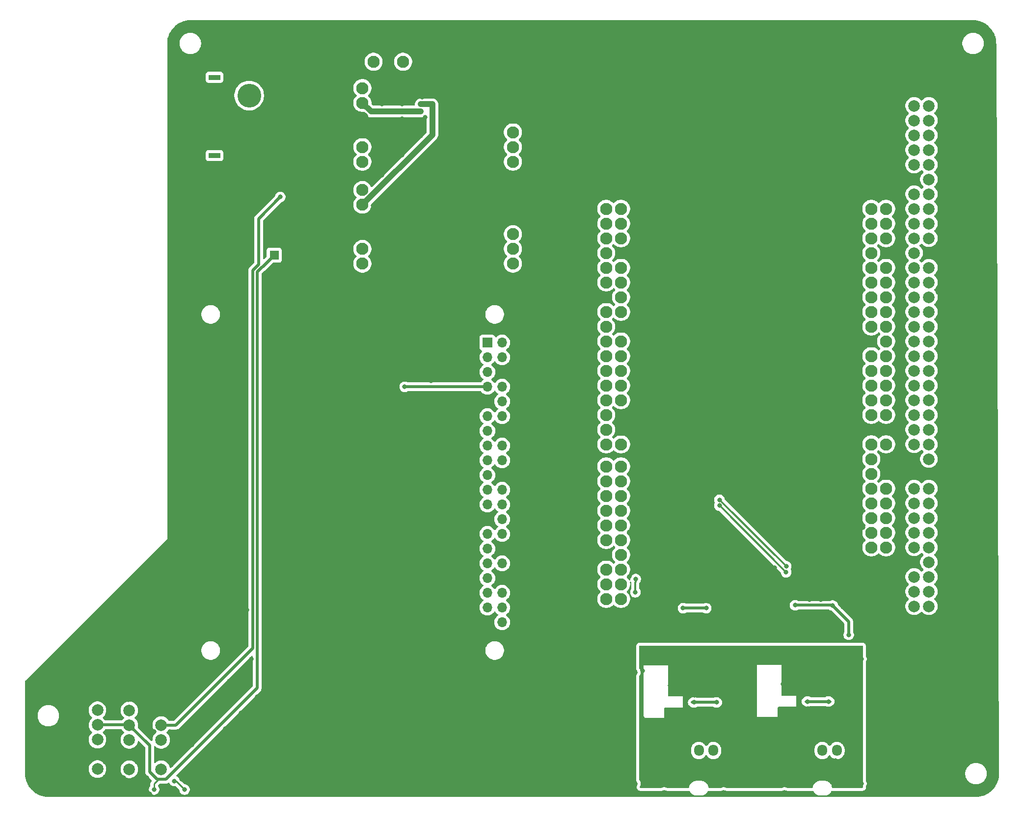
<source format=gbr>
%TF.GenerationSoftware,KiCad,Pcbnew,9.0.2*%
%TF.CreationDate,2025-09-29T11:38:53+09:00*%
%TF.ProjectId,RDC_Humanoid_Logic,5244435f-4875-46d6-916e-6f69645f4c6f,rev?*%
%TF.SameCoordinates,Original*%
%TF.FileFunction,Copper,L2,Bot*%
%TF.FilePolarity,Positive*%
%FSLAX46Y46*%
G04 Gerber Fmt 4.6, Leading zero omitted, Abs format (unit mm)*
G04 Created by KiCad (PCBNEW 9.0.2) date 2025-09-29 11:38:53*
%MOMM*%
%LPD*%
G01*
G04 APERTURE LIST*
G04 Aperture macros list*
%AMRoundRect*
0 Rectangle with rounded corners*
0 $1 Rounding radius*
0 $2 $3 $4 $5 $6 $7 $8 $9 X,Y pos of 4 corners*
0 Add a 4 corners polygon primitive as box body*
4,1,4,$2,$3,$4,$5,$6,$7,$8,$9,$2,$3,0*
0 Add four circle primitives for the rounded corners*
1,1,$1+$1,$2,$3*
1,1,$1+$1,$4,$5*
1,1,$1+$1,$6,$7*
1,1,$1+$1,$8,$9*
0 Add four rect primitives between the rounded corners*
20,1,$1+$1,$2,$3,$4,$5,0*
20,1,$1+$1,$4,$5,$6,$7,0*
20,1,$1+$1,$6,$7,$8,$9,0*
20,1,$1+$1,$8,$9,$2,$3,0*%
G04 Aperture macros list end*
%TA.AperFunction,ComponentPad*%
%ADD10C,2.100000*%
%TD*%
%TA.AperFunction,ComponentPad*%
%ADD11C,2.000000*%
%TD*%
%TA.AperFunction,ComponentPad*%
%ADD12RoundRect,0.250000X-0.600000X-0.725000X0.600000X-0.725000X0.600000X0.725000X-0.600000X0.725000X0*%
%TD*%
%TA.AperFunction,ComponentPad*%
%ADD13O,1.700000X1.950000*%
%TD*%
%TA.AperFunction,ComponentPad*%
%ADD14R,1.700000X1.700000*%
%TD*%
%TA.AperFunction,ComponentPad*%
%ADD15O,1.700000X1.700000*%
%TD*%
%TA.AperFunction,ComponentPad*%
%ADD16R,1.600000X1.600000*%
%TD*%
%TA.AperFunction,ComponentPad*%
%ADD17C,1.600000*%
%TD*%
%TA.AperFunction,ComponentPad*%
%ADD18R,2.000000X0.900000*%
%TD*%
%TA.AperFunction,ComponentPad*%
%ADD19RoundRect,1.025000X1.025000X-1.025000X1.025000X1.025000X-1.025000X1.025000X-1.025000X-1.025000X0*%
%TD*%
%TA.AperFunction,ComponentPad*%
%ADD20C,4.100000*%
%TD*%
%TA.AperFunction,ViaPad*%
%ADD21C,0.800000*%
%TD*%
%TA.AperFunction,Conductor*%
%ADD22C,0.250000*%
%TD*%
%TA.AperFunction,Conductor*%
%ADD23C,0.500000*%
%TD*%
%TA.AperFunction,Conductor*%
%ADD24C,1.000000*%
%TD*%
%TA.AperFunction,Conductor*%
%ADD25C,0.300000*%
%TD*%
G04 APERTURE END LIST*
D10*
%TO.P,U3,1,NC*%
%TO.N,unconnected-(U3-NC-Pad1)*%
X206000000Y-118960000D03*
%TO.P,U3,2,PC8*%
%TO.N,unconnected-(U3-PC8-Pad2)*%
X203460000Y-118960000D03*
%TO.P,U3,3,IOREF*%
%TO.N,unconnected-(U3-IOREF-Pad3)*%
X206000000Y-116420000D03*
%TO.P,U3,4,PC9*%
%TO.N,unconnected-(U3-PC9-Pad4)*%
X203460000Y-116420000D03*
%TO.P,U3,5,NRST*%
%TO.N,unconnected-(U3-NRST-Pad5)*%
X206000000Y-113880000D03*
%TO.P,U3,6,PC10*%
%TO.N,unconnected-(U3-PC10-Pad6)*%
X203460000Y-113880000D03*
%TO.P,U3,7,3V3*%
%TO.N,unconnected-(U3-3V3-Pad7)*%
X206000000Y-111340000D03*
%TO.P,U3,8,PC11*%
%TO.N,unconnected-(U3-PC11-Pad8)*%
X203460000Y-111340000D03*
%TO.P,U3,9,5V*%
%TO.N,unconnected-(U3-5V-Pad9)*%
X206000000Y-108800000D03*
%TO.P,U3,10,PC12*%
%TO.N,unconnected-(U3-PC12-Pad10)*%
X203460000Y-108800000D03*
%TO.P,U3,11,GND*%
%TO.N,GND*%
X206000000Y-106260000D03*
%TO.P,U3,12,PD2*%
%TO.N,unconnected-(U3-PD2-Pad12)*%
X203460000Y-106260000D03*
%TO.P,U3,13,GND*%
%TO.N,GND*%
X206000000Y-103720000D03*
%TO.P,U3,14,PG10*%
%TO.N,unconnected-(U3-PG10-Pad14)*%
X203460000Y-103720000D03*
%TO.P,U3,15,VIN*%
%TO.N,unconnected-(U3-VIN-Pad15)*%
X206000000Y-101180000D03*
%TO.P,U3,16,PG8*%
%TO.N,unconnected-(U3-PG8-Pad16)*%
X203460000Y-101180000D03*
%TO.P,U3,17,PA3*%
%TO.N,unconnected-(U3-PA3-Pad17)*%
X206000000Y-96100000D03*
%TO.P,U3,18,PD7*%
%TO.N,unconnected-(U3-PD7-Pad18)*%
X203460000Y-96100000D03*
%TO.P,U3,19,PC0*%
%TO.N,unconnected-(U3-PC0-Pad19)*%
X206000000Y-93560000D03*
%TO.P,U3,20,PD6*%
%TO.N,unconnected-(U3-PD6-Pad20)*%
X203460000Y-93560000D03*
%TO.P,U3,21,PC3*%
%TO.N,unconnected-(U3-PC3-Pad21)*%
X206000000Y-91020000D03*
%TO.P,U3,22,PD5*%
%TO.N,unconnected-(U3-PD5-Pad22)*%
X203460000Y-91020000D03*
%TO.P,U3,23,PB1*%
%TO.N,unconnected-(U3-PB1-Pad23)*%
X206000000Y-88480000D03*
%TO.P,U3,24,PD4*%
%TO.N,unconnected-(U3-PD4-Pad24)*%
X203460000Y-88480000D03*
%TO.P,U3,25,PC2*%
%TO.N,unconnected-(U3-PC2-Pad25)*%
X206000000Y-85940000D03*
%TO.P,U3,26,PD3*%
%TO.N,unconnected-(U3-PD3-Pad26)*%
X203460000Y-85940000D03*
%TO.P,U3,27,PF11*%
%TO.N,unconnected-(U3-PF11-Pad27)*%
X206000000Y-83400000D03*
%TO.P,U3,28,GND*%
%TO.N,GND*%
X203460000Y-83400000D03*
%TO.P,U3,29,PB2*%
%TO.N,unconnected-(U3-PB2-Pad29)*%
X206000000Y-80860000D03*
%TO.P,U3,30,PE2*%
%TO.N,unconnected-(U3-PE2-Pad30)*%
X203460000Y-80860000D03*
%TO.P,U3,31,PE9*%
%TO.N,unconnected-(U3-PE9-Pad31)*%
X206000000Y-78320000D03*
%TO.P,U3,32,PE4*%
%TO.N,unconnected-(U3-PE4-Pad32)*%
X203460000Y-78320000D03*
%TO.P,U3,33,PB5*%
%TO.N,unconnected-(U3-PB5-Pad33)*%
X206000000Y-75780000D03*
%TO.P,U3,34,PE5*%
%TO.N,unconnected-(U3-PE5-Pad34)*%
X203460000Y-75780000D03*
%TO.P,U3,35,PF14*%
%TO.N,unconnected-(U3-PF14-Pad35)*%
X206000000Y-73240000D03*
%TO.P,U3,36,PE6*%
%TO.N,unconnected-(U3-PE6-Pad36)*%
X203460000Y-73240000D03*
%TO.P,U3,37,PF15*%
%TO.N,unconnected-(U3-PF15-Pad37)*%
X206000000Y-70700000D03*
%TO.P,U3,38,PE3*%
%TO.N,unconnected-(U3-PE3-Pad38)*%
X203460000Y-70700000D03*
%TO.P,U3,39,GND*%
%TO.N,GND*%
X206000000Y-68160000D03*
%TO.P,U3,40,PF8*%
%TO.N,unconnected-(U3-PF8-Pad40)*%
X203460000Y-68160000D03*
%TO.P,U3,41,PD0*%
%TO.N,unconnected-(U3-PD0-Pad41)*%
X206000000Y-65620000D03*
%TO.P,U3,42,PF7*%
%TO.N,unconnected-(U3-PF7-Pad42)*%
X203460000Y-65620000D03*
%TO.P,U3,43,PD1*%
%TO.N,unconnected-(U3-PD1-Pad43)*%
X206000000Y-63080000D03*
%TO.P,U3,44,PF9*%
%TO.N,unconnected-(U3-PF9-Pad44)*%
X203460000Y-63080000D03*
%TO.P,U3,45,PB14*%
%TO.N,unconnected-(U3-PB14-Pad45)*%
X206000000Y-60540000D03*
%TO.P,U3,46,PD10*%
%TO.N,unconnected-(U3-PD10-Pad46)*%
X203460000Y-60540000D03*
%TO.P,U3,47,PC6*%
%TO.N,unconnected-(U3-PC6-Pad47)*%
X160280000Y-127850000D03*
%TO.P,U3,48,PB8*%
%TO.N,/CAN_Trans1/CAN_RX*%
X157740000Y-127850000D03*
%TO.P,U3,49,PB15*%
%TO.N,unconnected-(U3-PB15-Pad49)*%
X160280000Y-125310000D03*
%TO.P,U3,50,PB9*%
%TO.N,/CAN_Trans1/CAN_TX*%
X157740000Y-125310000D03*
%TO.P,U3,51,PB13*%
%TO.N,unconnected-(U3-PB13-Pad51)*%
X160280000Y-122770000D03*
%TO.P,U3,52,VREFP*%
%TO.N,unconnected-(U3-VREFP-Pad52)*%
X157740000Y-122770000D03*
%TO.P,U3,53,PB12*%
%TO.N,unconnected-(U3-PB12-Pad53)*%
X160280000Y-120230000D03*
%TO.P,U3,54,GND*%
%TO.N,GND*%
X157740000Y-120230000D03*
%TO.P,U3,55,PA15*%
%TO.N,unconnected-(U3-PA15-Pad55)*%
X160280000Y-117690000D03*
%TO.P,U3,56,PA5*%
%TO.N,unconnected-(U3-PA5-Pad56)*%
X157740000Y-117690000D03*
%TO.P,U3,57,PC7*%
%TO.N,unconnected-(U3-PC7-Pad57)*%
X160280000Y-115150000D03*
%TO.P,U3,58,PA6*%
%TO.N,unconnected-(U3-PA6-Pad58)*%
X157740000Y-115150000D03*
%TO.P,U3,59,PB5*%
%TO.N,unconnected-(U3-PB5-Pad59)*%
X160280000Y-112610000D03*
%TO.P,U3,60,PB5*%
%TO.N,/CAN_Trans2/CAN_RX*%
X157740000Y-112610000D03*
%TO.P,U3,61,PB3*%
%TO.N,unconnected-(U3-PB3-Pad61)*%
X160280000Y-110070000D03*
%TO.P,U3,62,PD14*%
%TO.N,unconnected-(U3-PD14-Pad62)*%
X157740000Y-110070000D03*
%TO.P,U3,63,PA4*%
%TO.N,unconnected-(U3-PA4-Pad63)*%
X160280000Y-107530000D03*
%TO.P,U3,64,PD15*%
%TO.N,unconnected-(U3-PD15-Pad64)*%
X157740000Y-107530000D03*
%TO.P,U3,65,PB4*%
%TO.N,unconnected-(U3-PB4-Pad65)*%
X160280000Y-104990000D03*
%TO.P,U3,66,PG9*%
%TO.N,unconnected-(U3-PG9-Pad66)*%
X157740000Y-104990000D03*
%TO.P,U3,67,VDDA*%
%TO.N,unconnected-(U3-VDDA-Pad67)*%
X160280000Y-101180000D03*
%TO.P,U3,68,PG12*%
%TO.N,unconnected-(U3-PG12-Pad68)*%
X157740000Y-101180000D03*
%TO.P,U3,69,AGND*%
%TO.N,GND*%
X160280000Y-98640000D03*
%TO.P,U3,70,PA8*%
%TO.N,unconnected-(U3-PA8-Pad70)*%
X157740000Y-98640000D03*
%TO.P,U3,71,GND*%
%TO.N,GND*%
X160280000Y-96100000D03*
%TO.P,U3,72,PE11*%
%TO.N,unconnected-(U3-PE11-Pad72)*%
X157740000Y-96100000D03*
%TO.P,U3,73,PF6*%
%TO.N,unconnected-(U3-PF6-Pad73)*%
X160280000Y-93560000D03*
%TO.P,U3,74,PE14*%
%TO.N,unconnected-(U3-PE14-Pad74)*%
X157740000Y-93560000D03*
%TO.P,U3,75,PF10*%
%TO.N,unconnected-(U3-PF10-Pad75)*%
X160280000Y-91020000D03*
%TO.P,U3,76,PE13*%
%TO.N,unconnected-(U3-PE13-Pad76)*%
X157740000Y-91020000D03*
%TO.P,U3,77,PA2*%
%TO.N,unconnected-(U3-PA2-Pad77)*%
X160280000Y-88480000D03*
%TO.P,U3,78,PG14*%
%TO.N,unconnected-(U3-PG14-Pad78)*%
X157740000Y-88480000D03*
%TO.P,U3,79,PG6*%
%TO.N,unconnected-(U3-PG6-Pad79)*%
X160280000Y-85940000D03*
%TO.P,U3,80,PB6*%
%TO.N,/CAN_Trans2/CAN_TX*%
X157740000Y-85940000D03*
%TO.P,U3,81,PB2*%
%TO.N,unconnected-(U3-PB2-Pad81)*%
X160280000Y-83400000D03*
%TO.P,U3,82,PB7*%
%TO.N,unconnected-(U3-PB7-Pad82)*%
X157740000Y-83400000D03*
%TO.P,U3,83,GND*%
%TO.N,GND*%
X160280000Y-80860000D03*
%TO.P,U3,84,PE8*%
%TO.N,unconnected-(U3-PE8-Pad84)*%
X157740000Y-80860000D03*
%TO.P,U3,85,PD13*%
%TO.N,unconnected-(U3-PD13-Pad85)*%
X160280000Y-78320000D03*
%TO.P,U3,86,PE7*%
%TO.N,unconnected-(U3-PE7-Pad86)*%
X157740000Y-78320000D03*
%TO.P,U3,87,PD12*%
%TO.N,unconnected-(U3-PD12-Pad87)*%
X160280000Y-75780000D03*
%TO.P,U3,88,GND*%
%TO.N,GND*%
X157740000Y-75780000D03*
%TO.P,U3,89,PD11*%
%TO.N,unconnected-(U3-PD11-Pad89)*%
X160280000Y-73240000D03*
%TO.P,U3,90,PE10*%
%TO.N,unconnected-(U3-PE10-Pad90)*%
X157740000Y-73240000D03*
%TO.P,U3,91,PE2*%
%TO.N,unconnected-(U3-PE2-Pad91)*%
X160280000Y-70700000D03*
%TO.P,U3,92,PE12*%
%TO.N,unconnected-(U3-PE12-Pad92)*%
X157740000Y-70700000D03*
%TO.P,U3,93,GND*%
%TO.N,GND*%
X160280000Y-68160000D03*
%TO.P,U3,94,PE6*%
%TO.N,unconnected-(U3-PE6-Pad94)*%
X157740000Y-68160000D03*
%TO.P,U3,95,PA0*%
%TO.N,unconnected-(U3-PA0-Pad95)*%
X160280000Y-65620000D03*
%TO.P,U3,96,PE15*%
%TO.N,unconnected-(U3-PE15-Pad96)*%
X157740000Y-65620000D03*
%TO.P,U3,97,PB0*%
%TO.N,unconnected-(U3-PB0-Pad97)*%
X160280000Y-63080000D03*
%TO.P,U3,98,PB10*%
%TO.N,unconnected-(U3-PB10-Pad98)*%
X157740000Y-63080000D03*
%TO.P,U3,99,PE0*%
%TO.N,unconnected-(U3-PE0-Pad99)*%
X160280000Y-60540000D03*
%TO.P,U3,100,PB11*%
%TO.N,unconnected-(U3-PB11-Pad100)*%
X157740000Y-60540000D03*
D11*
%TO.P,U3,101,PC10*%
%TO.N,unconnected-(U3-PC10-Pad101)*%
X213370000Y-129120000D03*
%TO.P,U3,102,PC11*%
%TO.N,unconnected-(U3-PC11-Pad102)*%
X210830000Y-129120000D03*
%TO.P,U3,103,PC12*%
%TO.N,unconnected-(U3-PC12-Pad103)*%
X213370000Y-126580000D03*
%TO.P,U3,104,PD2*%
%TO.N,unconnected-(U3-PD2-Pad104)*%
X210830000Y-126580000D03*
%TO.P,U3,105,3V3_VDD*%
%TO.N,unconnected-(U3-3V3_VDD-Pad105)*%
X213370000Y-124040000D03*
%TO.P,U3,106,5V_EXT*%
%TO.N,+5V*%
X210830000Y-124040000D03*
%TO.P,U3,107,BOOT0*%
%TO.N,unconnected-(U3-BOOT0-Pad107)*%
X213370000Y-121500000D03*
%TO.P,U3,108,GND*%
%TO.N,GND*%
X210830000Y-121500000D03*
%TO.P,U3,109,PF6*%
%TO.N,unconnected-(U3-PF6-Pad109)*%
X213370000Y-118960000D03*
%TO.P,U3,110,NC*%
%TO.N,unconnected-(U3-NC-Pad110)*%
X210830000Y-118960000D03*
%TO.P,U3,111*%
%TO.N,N/C*%
X213370000Y-116420000D03*
%TO.P,U3,112*%
X210830000Y-116420000D03*
%TO.P,U3,113*%
X213370000Y-113880000D03*
%TO.P,U3,114*%
X210830000Y-113880000D03*
%TO.P,U3,115*%
X213370000Y-111340000D03*
%TO.P,U3,116*%
X210830000Y-111340000D03*
%TO.P,U3,117*%
X213370000Y-108800000D03*
%TO.P,U3,118*%
X210830000Y-108800000D03*
%TO.P,U3,119,GND*%
%TO.N,GND*%
X213370000Y-106260000D03*
%TO.P,U3,120,GND*%
X210830000Y-106260000D03*
%TO.P,U3,121*%
%TO.N,N/C*%
X213370000Y-103720000D03*
%TO.P,U3,122,GND*%
%TO.N,GND*%
X210830000Y-103720000D03*
%TO.P,U3,123*%
%TO.N,N/C*%
X213370000Y-101180000D03*
%TO.P,U3,124*%
X210830000Y-101180000D03*
%TO.P,U3,125*%
X213370000Y-98640000D03*
%TO.P,U3,126*%
X210830000Y-98640000D03*
%TO.P,U3,127*%
X213370000Y-96100000D03*
%TO.P,U3,128*%
X210830000Y-96100000D03*
%TO.P,U3,129*%
X213370000Y-93560000D03*
%TO.P,U3,130*%
X210830000Y-93560000D03*
%TO.P,U3,131*%
X213370000Y-91020000D03*
%TO.P,U3,132*%
X210830000Y-91020000D03*
%TO.P,U3,133*%
X213370000Y-88480000D03*
%TO.P,U3,134*%
X210830000Y-88480000D03*
%TO.P,U3,135*%
X213370000Y-85940000D03*
%TO.P,U3,136*%
X210830000Y-85940000D03*
%TO.P,U3,137*%
X213370000Y-83400000D03*
%TO.P,U3,138*%
X210830000Y-83400000D03*
%TO.P,U3,139*%
X213370000Y-80860000D03*
%TO.P,U3,140*%
X210830000Y-80860000D03*
%TO.P,U3,141*%
X213370000Y-78320000D03*
%TO.P,U3,142*%
X210830000Y-78320000D03*
%TO.P,U3,143*%
X213370000Y-75780000D03*
%TO.P,U3,144*%
X210830000Y-75780000D03*
%TO.P,U3,145*%
X213370000Y-73240000D03*
%TO.P,U3,146*%
X210830000Y-73240000D03*
%TO.P,U3,147*%
X213370000Y-70700000D03*
%TO.P,U3,148*%
X210830000Y-70700000D03*
%TO.P,U3,149,GND*%
%TO.N,GND*%
X213370000Y-68160000D03*
%TO.P,U3,150*%
%TO.N,N/C*%
X210830000Y-68160000D03*
%TO.P,U3,151*%
X213370000Y-65620000D03*
%TO.P,U3,152*%
X210830000Y-65620000D03*
%TO.P,U3,153*%
X213370000Y-63080000D03*
%TO.P,U3,154*%
X210830000Y-63080000D03*
%TO.P,U3,155*%
X213370000Y-60540000D03*
%TO.P,U3,156*%
X210830000Y-60540000D03*
%TO.P,U3,157*%
X213370000Y-58000000D03*
%TO.P,U3,158*%
X210830000Y-58000000D03*
%TO.P,U3,159*%
X213370000Y-55460000D03*
%TO.P,U3,160,GND*%
%TO.N,GND*%
X210830000Y-55460000D03*
%TO.P,U3,161*%
%TO.N,N/C*%
X213370000Y-52920000D03*
%TO.P,U3,162*%
X210830000Y-52920000D03*
%TO.P,U3,163*%
X213370000Y-50380000D03*
%TO.P,U3,164*%
X210830000Y-50380000D03*
%TO.P,U3,165*%
X213370000Y-47840000D03*
%TO.P,U3,166*%
X210830000Y-47840000D03*
%TO.P,U3,167*%
X213370000Y-45300000D03*
%TO.P,U3,168*%
X210830000Y-45300000D03*
%TO.P,U3,169*%
X213370000Y-42760000D03*
%TO.P,U3,170*%
X210830000Y-42760000D03*
%TD*%
D12*
%TO.P,J3,1,Pin_1*%
%TO.N,GND1*%
X192500000Y-154000000D03*
D13*
%TO.P,J3,2,Pin_2*%
%TO.N,/CAN_Trans2/CANH*%
X195000000Y-154000000D03*
%TO.P,J3,3,Pin_3*%
%TO.N,/CAN_Trans2/CANL*%
X197500000Y-154000000D03*
%TD*%
D10*
%TO.P,for_PG1,1,+V_{in}*%
%TO.N,+12V*%
X117613000Y-35160000D03*
%TO.P,for_PG1,2,GND*%
%TO.N,GND*%
X120153000Y-35160000D03*
%TO.P,for_PG1,3,+V_{out}*%
%TO.N,EN_Power*%
X122693000Y-35160000D03*
%TD*%
D11*
%TO.P,SW1,*%
%TO.N,*%
X80975000Y-157246250D03*
%TO.P,SW1,1,A*%
%TO.N,unconnected-(SW1-A-Pad1)*%
X80975000Y-152166250D03*
%TO.P,SW1,2,B*%
%TO.N,Net-(SW1-B)*%
X80975000Y-149626250D03*
%TO.P,SW1,3,C*%
%TO.N,GND*%
X80975000Y-147086250D03*
%TD*%
%TO.P,SW3,*%
%TO.N,*%
X69975000Y-157206250D03*
%TO.P,SW3,1,A*%
%TO.N,Net-(SW3-A)*%
X69975000Y-152126250D03*
%TO.P,SW3,2,B*%
%TO.N,Logic_Power*%
X69975000Y-149586250D03*
%TO.P,SW3,3,C*%
%TO.N,unconnected-(SW3-C-Pad3)*%
X69975000Y-147046250D03*
%TD*%
D14*
%TO.P,J4,1,Pin_1*%
%TO.N,EN_STM_VCC*%
X137230000Y-83620000D03*
D15*
%TO.P,J4,2,Pin_2*%
%TO.N,RasPi_Power*%
X139770000Y-83620000D03*
%TO.P,J4,3,Pin_3*%
%TO.N,unconnected-(J4-Pin_3-Pad3)*%
X137230000Y-86160000D03*
%TO.P,J4,4,Pin_4*%
%TO.N,RasPi_Power*%
X139770000Y-86160000D03*
%TO.P,J4,5,Pin_5*%
%TO.N,unconnected-(J4-Pin_5-Pad5)*%
X137230000Y-88700000D03*
%TO.P,J4,6,Pin_6*%
%TO.N,GND*%
X139770000Y-88700000D03*
%TO.P,J4,7,Pin_7*%
%TO.N,EN_STM*%
X137230000Y-91240000D03*
%TO.P,J4,8,Pin_8*%
%TO.N,unconnected-(J4-Pin_8-Pad8)*%
X139770000Y-91240000D03*
%TO.P,J4,9,Pin_9*%
%TO.N,GND*%
X137230000Y-93780000D03*
%TO.P,J4,10,Pin_10*%
%TO.N,unconnected-(J4-Pin_10-Pad10)*%
X139770000Y-93780000D03*
%TO.P,J4,11,Pin_11*%
%TO.N,unconnected-(J4-Pin_11-Pad11)*%
X137230000Y-96320000D03*
%TO.P,J4,12,Pin_12*%
%TO.N,unconnected-(J4-Pin_12-Pad12)*%
X139770000Y-96320000D03*
%TO.P,J4,13,Pin_13*%
%TO.N,unconnected-(J4-Pin_13-Pad13)*%
X137230000Y-98860000D03*
%TO.P,J4,14,Pin_14*%
%TO.N,GND*%
X139770000Y-98860000D03*
%TO.P,J4,15,Pin_15*%
%TO.N,unconnected-(J4-Pin_15-Pad15)*%
X137230000Y-101400000D03*
%TO.P,J4,16,Pin_16*%
%TO.N,unconnected-(J4-Pin_16-Pad16)*%
X139770000Y-101400000D03*
%TO.P,J4,17,Pin_17*%
%TO.N,unconnected-(J4-Pin_17-Pad17)*%
X137230000Y-103940000D03*
%TO.P,J4,18,Pin_18*%
%TO.N,unconnected-(J4-Pin_18-Pad18)*%
X139770000Y-103940000D03*
%TO.P,J4,19,Pin_19*%
%TO.N,unconnected-(J4-Pin_19-Pad19)*%
X137230000Y-106480000D03*
%TO.P,J4,20,Pin_20*%
%TO.N,GND*%
X139770000Y-106480000D03*
%TO.P,J4,21,Pin_21*%
%TO.N,unconnected-(J4-Pin_21-Pad21)*%
X137230000Y-109020000D03*
%TO.P,J4,22,Pin_22*%
%TO.N,unconnected-(J4-Pin_22-Pad22)*%
X139770000Y-109020000D03*
%TO.P,J4,23,Pin_23*%
%TO.N,unconnected-(J4-Pin_23-Pad23)*%
X137230000Y-111560000D03*
%TO.P,J4,24,Pin_24*%
%TO.N,unconnected-(J4-Pin_24-Pad24)*%
X139770000Y-111560000D03*
%TO.P,J4,25,Pin_25*%
%TO.N,GND*%
X137230000Y-114100000D03*
%TO.P,J4,26,Pin_26*%
%TO.N,unconnected-(J4-Pin_26-Pad26)*%
X139770000Y-114100000D03*
%TO.P,J4,27,Pin_27*%
%TO.N,unconnected-(J4-Pin_27-Pad27)*%
X137230000Y-116640000D03*
%TO.P,J4,28,Pin_28*%
%TO.N,unconnected-(J4-Pin_28-Pad28)*%
X139770000Y-116640000D03*
%TO.P,J4,29,Pin_29*%
%TO.N,unconnected-(J4-Pin_29-Pad29)*%
X137230000Y-119180000D03*
%TO.P,J4,30,Pin_30*%
%TO.N,GND*%
X139770000Y-119180000D03*
%TO.P,J4,31,Pin_31*%
%TO.N,unconnected-(J4-Pin_31-Pad31)*%
X137230000Y-121720000D03*
%TO.P,J4,32,Pin_32*%
%TO.N,unconnected-(J4-Pin_32-Pad32)*%
X139770000Y-121720000D03*
%TO.P,J4,33,Pin_33*%
%TO.N,unconnected-(J4-Pin_33-Pad33)*%
X137230000Y-124260000D03*
%TO.P,J4,34,Pin_34*%
%TO.N,GND*%
X139770000Y-124260000D03*
%TO.P,J4,35,Pin_35*%
%TO.N,unconnected-(J4-Pin_35-Pad35)*%
X137230000Y-126800000D03*
%TO.P,J4,36,Pin_36*%
%TO.N,unconnected-(J4-Pin_36-Pad36)*%
X139770000Y-126800000D03*
%TO.P,J4,37,Pin_37*%
%TO.N,unconnected-(J4-Pin_37-Pad37)*%
X137230000Y-129340000D03*
%TO.P,J4,38,Pin_38*%
%TO.N,unconnected-(J4-Pin_38-Pad38)*%
X139770000Y-129340000D03*
%TO.P,J4,39,Pin_39*%
%TO.N,GND*%
X137230000Y-131880000D03*
%TO.P,J4,40,Pin_40*%
%TO.N,unconnected-(J4-Pin_40-Pad40)*%
X139770000Y-131880000D03*
%TD*%
D12*
%TO.P,J2,1,Pin_1*%
%TO.N,GND1*%
X171200000Y-154000000D03*
D13*
%TO.P,J2,2,Pin_2*%
%TO.N,/CAN_Trans1/CANH*%
X173700000Y-154000000D03*
%TO.P,J2,3,Pin_3*%
%TO.N,/CAN_Trans1/CANL*%
X176200000Y-154000000D03*
%TD*%
D10*
%TO.P,to_STM1,1,PG*%
%TO.N,/Logic_Power/STM_PG*%
X115673000Y-39710000D03*
%TO.P,to_STM1,2,CTRL*%
%TO.N,/Logic_Power/EN_STM_Power*%
X115673000Y-42250000D03*
%TO.P,to_STM1,3,GND*%
%TO.N,GND*%
X115673000Y-44790000D03*
%TO.P,to_STM1,4,GND*%
X115673000Y-47330000D03*
%TO.P,to_STM1,5,VIN*%
%TO.N,Logic_Power*%
X115673000Y-49870000D03*
%TO.P,to_STM1,6,VIN*%
X115673000Y-52410000D03*
%TO.P,to_STM1,7,VOUT*%
%TO.N,+5V*%
X141633000Y-52410000D03*
%TO.P,to_STM1,8,VOUT*%
X141633000Y-49870000D03*
%TO.P,to_STM1,9,VOUT*%
X141633000Y-47330000D03*
%TO.P,to_STM1,10,GND*%
%TO.N,GND*%
X141633000Y-44790000D03*
%TO.P,to_STM1,11,GND*%
X141633000Y-42250000D03*
%TO.P,to_STM1,12,GND*%
X141633000Y-39710000D03*
%TD*%
%TO.P,to_RPI1,1,PG*%
%TO.N,/Logic_Power/RasPi_PG*%
X115673000Y-57310000D03*
%TO.P,to_RPI1,2,CTRL*%
%TO.N,/Logic_Power/EN_RasPi_Power*%
X115673000Y-59850000D03*
%TO.P,to_RPI1,3,GND*%
%TO.N,GND*%
X115673000Y-62390000D03*
%TO.P,to_RPI1,4,GND*%
X115673000Y-64930000D03*
%TO.P,to_RPI1,5,VIN*%
%TO.N,Logic_Power*%
X115673000Y-67470000D03*
%TO.P,to_RPI1,6,VIN*%
X115673000Y-70010000D03*
%TO.P,to_RPI1,7,VOUT*%
%TO.N,RasPi_Power*%
X141633000Y-70010000D03*
%TO.P,to_RPI1,8,VOUT*%
X141633000Y-67470000D03*
%TO.P,to_RPI1,9,VOUT*%
X141633000Y-64930000D03*
%TO.P,to_RPI1,10,GND*%
%TO.N,GND*%
X141633000Y-62390000D03*
%TO.P,to_RPI1,11,GND*%
X141633000Y-59850000D03*
%TO.P,to_RPI1,12,GND*%
X141633000Y-57310000D03*
%TD*%
D11*
%TO.P,SW2,*%
%TO.N,*%
X75475000Y-157246250D03*
%TO.P,SW2,1,A*%
%TO.N,Net-(J5-Pin_4)*%
X75475000Y-152166250D03*
%TO.P,SW2,2,B*%
%TO.N,Logic_Power*%
X75475000Y-149626250D03*
%TO.P,SW2,3,C*%
%TO.N,unconnected-(SW2-C-Pad3)*%
X75475000Y-147086250D03*
%TD*%
D16*
%TO.P,C1,1*%
%TO.N,Logic_Power*%
X100456000Y-68536000D03*
D17*
%TO.P,C1,2*%
%TO.N,GND*%
X102956000Y-68536000D03*
%TD*%
D18*
%TO.P,J1,*%
%TO.N,*%
X90150000Y-51350000D03*
X90150000Y-37850000D03*
D19*
%TO.P,J1,1,Pin_1*%
%TO.N,GND*%
X96150000Y-48200000D03*
D20*
%TO.P,J1,2,Pin_2*%
%TO.N,+12V*%
X96150000Y-41000000D03*
%TD*%
D21*
%TO.N,GND*%
X105250000Y-122000000D03*
X168750000Y-111500000D03*
X151750000Y-97000000D03*
X111500000Y-97500000D03*
X132500000Y-58500000D03*
X164750000Y-135000000D03*
X197881000Y-133446000D03*
X193500000Y-122500000D03*
X212250000Y-130750000D03*
X140000000Y-41000000D03*
X176750000Y-135000000D03*
X129250000Y-69250000D03*
X146250000Y-89250000D03*
X117750000Y-99750000D03*
X88500000Y-161500000D03*
X186750000Y-118500000D03*
X183500000Y-127000000D03*
X202000000Y-29750000D03*
X124500000Y-76250000D03*
X75750000Y-143250000D03*
X98750000Y-135000000D03*
X157750000Y-30750000D03*
X204750000Y-97750000D03*
X122500000Y-45000000D03*
X177500000Y-65500000D03*
X148500000Y-141750000D03*
X181500000Y-106250000D03*
X215000000Y-75000000D03*
X112250000Y-154000000D03*
X209250000Y-115250000D03*
X139250000Y-48750000D03*
X74500000Y-158750000D03*
X119250000Y-159750000D03*
X90250000Y-141000000D03*
X191750000Y-111250000D03*
X131250000Y-82750000D03*
X68250000Y-149000000D03*
X132250000Y-149500000D03*
X104750000Y-153000000D03*
X128750000Y-59500000D03*
X135500000Y-45250000D03*
X171000000Y-122250000D03*
X132000000Y-30750000D03*
X181500000Y-113250000D03*
X119500000Y-107500000D03*
X125750000Y-48000000D03*
X135750000Y-90000000D03*
X176250000Y-35500000D03*
X219250000Y-67000000D03*
X130000000Y-141500000D03*
X119000000Y-54750000D03*
X101250000Y-29500000D03*
X189000000Y-83250000D03*
X223750000Y-116000000D03*
X167750000Y-161250000D03*
X223250000Y-128500000D03*
X191750000Y-64000000D03*
X179500000Y-128500000D03*
X103000000Y-61000000D03*
X177250000Y-72000000D03*
X113000000Y-77500000D03*
X97500000Y-144750000D03*
X184250000Y-134750000D03*
X121750000Y-48000000D03*
X201750000Y-67000000D03*
X147000000Y-95000000D03*
X195000000Y-34750000D03*
X99000000Y-118500000D03*
X175426000Y-133246000D03*
X182500000Y-118750000D03*
X122500000Y-42500000D03*
X99250000Y-103500000D03*
X105500000Y-83000000D03*
X172878800Y-133264000D03*
X96000000Y-32250000D03*
X209250000Y-49000000D03*
X209250000Y-41250000D03*
X118250000Y-153500000D03*
X95500000Y-71750000D03*
X215000000Y-125500000D03*
X162750000Y-159750000D03*
X209250000Y-61500000D03*
X90750000Y-159000000D03*
X177500000Y-100500000D03*
X218000000Y-161000000D03*
X155500000Y-125750000D03*
X141750000Y-113250000D03*
X130250000Y-92500000D03*
X201750000Y-61750000D03*
X207750000Y-84500000D03*
X95500000Y-121500000D03*
X124250000Y-33750000D03*
X202000000Y-115500000D03*
X134000000Y-40000000D03*
X137500000Y-81750000D03*
X154000000Y-45250000D03*
X64250000Y-161500000D03*
X78500000Y-158750000D03*
X74000000Y-153500000D03*
X119000000Y-45250000D03*
X117000000Y-149750000D03*
X92750000Y-41000000D03*
X188500000Y-95250000D03*
X153750000Y-65000000D03*
X95250000Y-113750000D03*
X114750000Y-55000000D03*
X116000000Y-136250000D03*
X70250000Y-144750000D03*
X168500000Y-104500000D03*
X162500000Y-74500000D03*
X170750000Y-135000000D03*
X182000000Y-74000000D03*
X218750000Y-107000000D03*
X92750000Y-131500000D03*
X135250000Y-87000000D03*
X76750000Y-156000000D03*
X165750000Y-101500000D03*
X192360600Y-133137000D03*
X100750000Y-145000000D03*
X74413541Y-139663541D03*
X143000000Y-123000000D03*
X86250000Y-153000000D03*
X111750000Y-105500000D03*
X117500000Y-60000000D03*
X94000000Y-69250000D03*
X139250000Y-143750000D03*
X92500000Y-146500000D03*
X154250000Y-89250000D03*
X99250000Y-123750000D03*
X102250000Y-161250000D03*
X99000000Y-128000000D03*
X199000000Y-42000000D03*
X104750000Y-117500000D03*
X139500000Y-153000000D03*
X151750000Y-63000000D03*
X124000000Y-90000000D03*
X162500000Y-146000000D03*
X200750000Y-135000000D03*
X107750000Y-146500000D03*
X126000000Y-100500000D03*
X171500000Y-60000000D03*
X203500000Y-145000000D03*
X164000000Y-131250000D03*
X129000000Y-80250000D03*
X154250000Y-97000000D03*
X169000000Y-116750000D03*
X144000000Y-158250000D03*
X89750000Y-71500000D03*
X74000000Y-151000000D03*
X188500000Y-161250000D03*
X158750000Y-59000000D03*
X109250000Y-161250000D03*
X223250000Y-99750000D03*
X94750000Y-161500000D03*
X92000000Y-150250000D03*
X106000000Y-132500000D03*
X224000000Y-37000000D03*
X215000000Y-44250000D03*
X135500000Y-100000000D03*
X90000000Y-127500000D03*
X162250000Y-152750000D03*
X133750000Y-159250000D03*
X76750000Y-158750000D03*
X183500000Y-133500000D03*
X170750000Y-29750000D03*
X99750000Y-93750000D03*
X153500000Y-78500000D03*
X72750000Y-140750000D03*
X168750000Y-81250000D03*
X215000000Y-84500000D03*
X94500000Y-150750000D03*
X162750000Y-140500000D03*
X85250000Y-63750000D03*
X184000000Y-29750000D03*
X170250000Y-102500000D03*
X118500000Y-91750000D03*
X113500000Y-86250000D03*
X168250000Y-41750000D03*
X125750000Y-51750000D03*
X161750000Y-116250000D03*
X171500000Y-66250000D03*
X100750000Y-55500000D03*
X83250000Y-126750000D03*
X99250000Y-82250000D03*
X195250000Y-91500000D03*
X154000000Y-54750000D03*
X169000000Y-97250000D03*
X141500000Y-129750000D03*
X177750000Y-118500000D03*
X84250000Y-133500000D03*
X197750000Y-123500000D03*
X215000000Y-115000000D03*
X192000000Y-126750000D03*
X95500000Y-96250000D03*
X79750000Y-137750000D03*
X77000000Y-123750000D03*
X122250000Y-145250000D03*
X121250000Y-36750000D03*
X162000000Y-35750000D03*
X96250000Y-142750000D03*
X139750000Y-45000000D03*
X79500000Y-146000000D03*
X208000000Y-154250000D03*
X135000000Y-132500000D03*
X181750000Y-122500000D03*
X223750000Y-140750000D03*
X194900600Y-133111600D03*
X89750000Y-94250000D03*
X168281000Y-124796000D03*
X77250000Y-153000000D03*
X95500000Y-104500000D03*
X60250000Y-160500000D03*
X224250000Y-56500000D03*
X146500000Y-56250000D03*
X178500000Y-124250000D03*
X145500000Y-127000000D03*
X87000000Y-155500000D03*
X201750000Y-87250000D03*
X88750000Y-82250000D03*
X201750000Y-105000000D03*
X121750000Y-55750000D03*
X186750000Y-122500000D03*
X207750000Y-112500000D03*
X132500000Y-63750000D03*
X170281000Y-133196000D03*
X59500000Y-143500000D03*
X108250000Y-72750000D03*
X84500000Y-159000000D03*
X119500000Y-58250000D03*
X195750000Y-126250000D03*
X132500000Y-70000000D03*
X156000000Y-154250000D03*
X124500000Y-156250000D03*
X95500000Y-82000000D03*
X119500000Y-38750000D03*
X80250000Y-154000000D03*
X119000000Y-104000000D03*
X208750000Y-160500000D03*
X92750000Y-142000000D03*
X124500000Y-85500000D03*
X190750000Y-135000000D03*
X95250000Y-127000000D03*
X216500000Y-144500000D03*
X79750000Y-150750000D03*
X139250000Y-76750000D03*
X86500000Y-144500000D03*
X208250000Y-145000000D03*
X92750000Y-156250000D03*
X71250000Y-158500000D03*
X195500000Y-77000000D03*
X146250000Y-136000000D03*
X78750000Y-144000000D03*
X95750000Y-129750000D03*
X116750000Y-32250000D03*
X162250000Y-104500000D03*
X181500000Y-133000000D03*
X151750000Y-56000000D03*
X144250000Y-30750000D03*
X178000000Y-161250000D03*
X119000000Y-42500000D03*
X92750000Y-56250000D03*
X83500000Y-104500000D03*
X117250000Y-56000000D03*
X84750000Y-139250000D03*
X201750000Y-77000000D03*
X161750000Y-124000000D03*
X150500000Y-130750000D03*
X201750000Y-122000000D03*
X186000000Y-42500000D03*
X127250000Y-86750000D03*
X135750000Y-50500000D03*
X214250000Y-29750000D03*
X177250000Y-82000000D03*
X146750000Y-107250000D03*
X186500000Y-106000000D03*
X219000000Y-45750000D03*
X196250000Y-135000000D03*
X116750000Y-122250000D03*
X82750000Y-54750000D03*
X154250000Y-103500000D03*
X82500000Y-150750000D03*
X202000000Y-92250000D03*
X65250000Y-141250000D03*
X83250000Y-115750000D03*
X178381000Y-133496000D03*
X175250000Y-128250000D03*
X161750000Y-111500000D03*
X152250000Y-120000000D03*
X168250000Y-72000000D03*
X195500000Y-103250000D03*
X126000000Y-41250000D03*
X177500000Y-113500000D03*
X203250000Y-137500000D03*
X209000000Y-125750000D03*
X217000000Y-135000000D03*
X139250000Y-55750000D03*
X129000000Y-49750000D03*
X182000000Y-86750000D03*
X93250000Y-159500000D03*
X73250000Y-146250000D03*
X157250000Y-131000000D03*
X106250000Y-32250000D03*
X187000000Y-133500000D03*
X184000000Y-50750000D03*
X189250000Y-125000000D03*
X215000000Y-94750000D03*
X124000000Y-39000000D03*
X106000000Y-111250000D03*
X71250000Y-156000000D03*
X162500000Y-89000000D03*
X205000000Y-130250000D03*
X122500000Y-51250000D03*
X216250000Y-154000000D03*
X82500000Y-161250000D03*
X142250000Y-93500000D03*
X198500000Y-129250000D03*
X121750000Y-41000000D03*
X152000000Y-107250000D03*
X135250000Y-120250000D03*
X96500000Y-138250000D03*
X139500000Y-70750000D03*
X99000000Y-111000000D03*
X121750000Y-29500000D03*
X198000000Y-161500000D03*
X126500000Y-139750000D03*
X184500000Y-58250000D03*
X181500000Y-129000000D03*
X207500000Y-135750000D03*
X106250000Y-92500000D03*
X132750000Y-85250000D03*
X89250000Y-46500000D03*
X119000000Y-50250000D03*
X174500000Y-50750000D03*
X68500000Y-158750000D03*
X189881000Y-133146000D03*
X166000000Y-133500000D03*
X200500000Y-49750000D03*
X82750000Y-156500000D03*
X98250000Y-150750000D03*
X104750000Y-105250000D03*
X151250000Y-89000000D03*
X79000000Y-161500000D03*
X162500000Y-135500000D03*
X99125000Y-46375000D03*
X111750000Y-110750000D03*
X113250000Y-158750000D03*
X127500000Y-90250000D03*
X154250000Y-111250000D03*
X154250000Y-50250000D03*
X209250000Y-99750000D03*
X181250000Y-117500000D03*
X72000000Y-151500000D03*
X169000000Y-90500000D03*
X166000000Y-60000000D03*
X219500000Y-87750000D03*
X106750000Y-159250000D03*
X203000000Y-161250000D03*
X89250000Y-120250000D03*
X99500000Y-71750000D03*
X99000000Y-141750000D03*
X200250000Y-126000000D03*
X139250000Y-65750000D03*
X123750000Y-147500000D03*
X117250000Y-72500000D03*
X156250000Y-84500000D03*
X98250000Y-156250000D03*
X112250000Y-114500000D03*
X63500000Y-151500000D03*
X194750000Y-128000000D03*
X146250000Y-63000000D03*
X215000000Y-54000000D03*
X208500000Y-35250000D03*
X155750000Y-144000000D03*
X117250000Y-41000000D03*
X60250000Y-153500000D03*
X94750000Y-136750000D03*
X224500000Y-151750000D03*
X122000000Y-63250000D03*
X89000000Y-110750000D03*
X163500000Y-51250000D03*
X150750000Y-115250000D03*
X192750000Y-128000000D03*
X198500000Y-119000000D03*
X155500000Y-137500000D03*
X188500000Y-70250000D03*
X126250000Y-127000000D03*
X148250000Y-149750000D03*
X181750000Y-96250000D03*
X132500000Y-52500000D03*
X126750000Y-114000000D03*
X203500000Y-154500000D03*
X58000000Y-156750000D03*
X77250000Y-132500000D03*
X94750000Y-147500000D03*
X209250000Y-92250000D03*
X65500000Y-158250000D03*
X135250000Y-107500000D03*
X70750000Y-161500000D03*
X201750000Y-72250000D03*
X83500000Y-87250000D03*
X151500000Y-37750000D03*
X177500000Y-109250000D03*
X163750000Y-128500000D03*
X147000000Y-119000000D03*
X133500000Y-92500000D03*
X177250000Y-91500000D03*
X132500000Y-90000000D03*
X144000000Y-117250000D03*
X190250000Y-122500000D03*
X149000000Y-159750000D03*
X130250000Y-135750000D03*
X194750000Y-124250000D03*
X71250000Y-130750000D03*
X147250000Y-101250000D03*
X187781000Y-124646000D03*
X84000000Y-40500000D03*
X68250000Y-155750000D03*
X87500000Y-52250000D03*
X224250000Y-77750000D03*
X124500000Y-98000000D03*
X209500000Y-77000000D03*
X124250000Y-92500000D03*
X132500000Y-75500000D03*
X65250000Y-153500000D03*
X75250000Y-145250000D03*
X78250000Y-148750000D03*
X148250000Y-113000000D03*
X70750000Y-139000000D03*
X86500000Y-148500000D03*
X126500000Y-44750000D03*
X201500000Y-110000000D03*
X129500000Y-43500000D03*
X82500000Y-73750000D03*
X215000000Y-61750000D03*
X201500000Y-55250000D03*
%TO.N,+5V*%
X83250000Y-159275000D03*
X85000000Y-160750000D03*
%TO.N,GND1*%
X181500000Y-144750000D03*
X196250000Y-152750000D03*
X201750000Y-159750000D03*
X164000000Y-140250000D03*
X164000000Y-148500000D03*
X171581000Y-138996000D03*
X175000000Y-152750000D03*
X200250000Y-143250000D03*
X164000000Y-153750000D03*
X178250000Y-160000000D03*
X173000000Y-147000000D03*
X197881000Y-138546000D03*
X187781000Y-147246000D03*
X189250000Y-154250000D03*
X167250000Y-156500000D03*
X164000000Y-159250000D03*
X168750000Y-142750000D03*
X178381000Y-138596000D03*
X188000000Y-159750000D03*
X188000000Y-136500000D03*
X201750000Y-138250000D03*
X182750000Y-155750000D03*
X182500000Y-151000000D03*
X167250000Y-150500000D03*
X182000000Y-137250000D03*
X170250000Y-159750000D03*
X189881000Y-138846000D03*
X177750000Y-149750000D03*
X172886000Y-139001000D03*
X191181000Y-138846000D03*
X192381000Y-138846000D03*
X189500000Y-149750000D03*
X195750000Y-137000000D03*
X201500000Y-150250000D03*
X175250000Y-136750000D03*
X170381000Y-138996000D03*
X174750000Y-156250000D03*
X171000000Y-143250000D03*
X173000000Y-150500000D03*
X173000000Y-144500000D03*
X190750000Y-143000000D03*
X196250000Y-147000000D03*
X193250000Y-158750000D03*
X192500000Y-144250000D03*
X192500000Y-149750000D03*
X188250000Y-142500000D03*
X176750000Y-147000000D03*
X167000000Y-136750000D03*
X197250000Y-155750000D03*
X192500000Y-146750000D03*
X168181000Y-147396000D03*
%TO.N,Net-(U1-V_{ISOIN})*%
X172846000Y-145696000D03*
X176746000Y-145696000D03*
%TO.N,Net-(U2-V_{ISOIN})*%
X192446000Y-145546000D03*
X196046000Y-145546000D03*
%TO.N,EN_STM*%
X122972678Y-91250000D03*
%TO.N,/Logic_Power/EN_RasPi_Power*%
X125750000Y-42500000D03*
%TO.N,Net-(SW1-B)*%
X101500000Y-58500000D03*
%TO.N,/CAN_Trans1/CAN_TX*%
X162812500Y-124437500D03*
X162750000Y-126712926D03*
%TO.N,/CAN_Trans2/CAN_TX*%
X177250000Y-110750000D03*
X188780329Y-122219668D03*
%TO.N,/CAN_Trans2/CAN_RX*%
X188750000Y-123250000D03*
X177250000Y-111750000D03*
%TO.N,/Logic_Power/EN_STM_Power*%
X125750000Y-43750000D03*
%TO.N,Net-(J6-Pin_2)*%
X170981000Y-129446000D03*
X174981000Y-129446000D03*
%TO.N,Logic_Power*%
X79750000Y-160725000D03*
%TO.N,Net-(J7-Pin_2)*%
X190311200Y-128946000D03*
X199546000Y-134046000D03*
X196796000Y-128996000D03*
%TD*%
D22*
%TO.N,+5V*%
X83525000Y-159275000D02*
X85000000Y-160750000D01*
X83250000Y-159275000D02*
X83525000Y-159275000D01*
D23*
%TO.N,Net-(U1-V_{ISOIN})*%
X176746000Y-145696000D02*
X176981000Y-145696000D01*
X172581000Y-145696000D02*
X172846000Y-145696000D01*
X172846000Y-145696000D02*
X176746000Y-145696000D01*
%TO.N,Net-(U2-V_{ISOIN})*%
X192181000Y-145546000D02*
X192446000Y-145546000D01*
X196046000Y-145546000D02*
X196381000Y-145546000D01*
X192446000Y-145546000D02*
X196046000Y-145546000D01*
%TO.N,EN_STM*%
X122982678Y-91240000D02*
X122972678Y-91250000D01*
X137230000Y-91240000D02*
X122982678Y-91240000D01*
D24*
%TO.N,/Logic_Power/EN_RasPi_Power*%
X127750000Y-47773000D02*
X127750000Y-42500000D01*
X127750000Y-42500000D02*
X125750000Y-42500000D01*
X115673000Y-59850000D02*
X127750000Y-47773000D01*
D23*
%TO.N,Net-(SW1-B)*%
X97750000Y-62250000D02*
X97750000Y-70177095D01*
X101500000Y-58500000D02*
X97750000Y-62250000D01*
X96750000Y-71177095D02*
X96750000Y-136391250D01*
X97750000Y-70177095D02*
X96750000Y-71177095D01*
X83515000Y-149626250D02*
X80975000Y-149626250D01*
X96750000Y-136391250D02*
X83515000Y-149626250D01*
D25*
%TO.N,/CAN_Trans1/CAN_TX*%
X162750000Y-125000000D02*
X162812500Y-124937500D01*
X162812500Y-124937500D02*
X162812500Y-124437500D01*
X162750000Y-126712926D02*
X162750000Y-125000000D01*
%TO.N,/CAN_Trans2/CAN_TX*%
X177312075Y-110750000D02*
X188780329Y-122218254D01*
X188780329Y-122218254D02*
X188780329Y-122219668D01*
X177250000Y-110750000D02*
X177312075Y-110750000D01*
%TO.N,/CAN_Trans2/CAN_RX*%
X177250000Y-111750000D02*
X188750000Y-123250000D01*
D24*
%TO.N,/Logic_Power/EN_STM_Power*%
X115673000Y-42250000D02*
X117173000Y-43750000D01*
X117173000Y-43750000D02*
X125750000Y-43750000D01*
D23*
%TO.N,Net-(J6-Pin_2)*%
X174981000Y-129446000D02*
X170981000Y-129446000D01*
D22*
%TO.N,Logic_Power*%
X79750000Y-160725000D02*
X79750000Y-159750000D01*
D23*
X97500000Y-143250000D02*
X97500000Y-71418459D01*
X80250000Y-159000000D02*
X78961270Y-157711270D01*
D22*
X79750000Y-159750000D02*
X80500000Y-159000000D01*
X100455999Y-68536000D02*
X100456000Y-68536000D01*
D23*
X78961270Y-153112520D02*
X75475000Y-149626250D01*
X78961270Y-157711270D02*
X78961270Y-153112520D01*
X80500000Y-159000000D02*
X81750000Y-159000000D01*
X97500000Y-71418459D02*
X98377460Y-70540999D01*
X75086250Y-149586250D02*
X69975000Y-149586250D01*
X75126250Y-149626250D02*
X75086250Y-149586250D01*
X98377460Y-70540999D02*
X98451000Y-70540999D01*
X98451000Y-70540999D02*
X100455999Y-68536000D01*
X80500000Y-159000000D02*
X80250000Y-159000000D01*
X75475000Y-149626250D02*
X75126250Y-149626250D01*
X81750000Y-159000000D02*
X97500000Y-143250000D01*
%TO.N,Net-(J7-Pin_2)*%
X199546000Y-134046000D02*
X199546000Y-131746000D01*
X196796000Y-128996000D02*
X196746000Y-128946000D01*
X199546000Y-131746000D02*
X196796000Y-128996000D01*
X190311200Y-128946000D02*
X196746000Y-128946000D01*
D22*
%TO.N,Net-(J5-Pin_4)*%
X75475000Y-152166250D02*
X75475000Y-152225000D01*
%TO.N,Net-(SW3-A)*%
X70015000Y-152166250D02*
X69975000Y-152126250D01*
%TD*%
%TA.AperFunction,Conductor*%
%TO.N,GND*%
G36*
X96660834Y-137655611D02*
G01*
X96716767Y-137697483D01*
X96741184Y-137762947D01*
X96741500Y-137771793D01*
X96741500Y-142884457D01*
X96721815Y-142951496D01*
X96705181Y-142972138D01*
X82664647Y-157012671D01*
X82603324Y-157046156D01*
X82533632Y-157041172D01*
X82477699Y-156999300D01*
X82454494Y-156944390D01*
X82446356Y-156893009D01*
X82372982Y-156667187D01*
X82372980Y-156667184D01*
X82372980Y-156667182D01*
X82266430Y-156458067D01*
X82265185Y-156455623D01*
X82125620Y-156263528D01*
X81957722Y-156095630D01*
X81765627Y-155956065D01*
X81554067Y-155848269D01*
X81328241Y-155774893D01*
X81093727Y-155737750D01*
X81093722Y-155737750D01*
X80856278Y-155737750D01*
X80856273Y-155737750D01*
X80621758Y-155774893D01*
X80395932Y-155848269D01*
X80184372Y-155956065D01*
X79992275Y-156095632D01*
X79931451Y-156156457D01*
X79870128Y-156189942D01*
X79800436Y-156184958D01*
X79744503Y-156143086D01*
X79720086Y-156077622D01*
X79719770Y-156068776D01*
X79719770Y-153343724D01*
X79739455Y-153276685D01*
X79792259Y-153230930D01*
X79861417Y-153220986D01*
X79924973Y-153250011D01*
X79931451Y-153256043D01*
X79992278Y-153316870D01*
X80184373Y-153456435D01*
X80284328Y-153507364D01*
X80395932Y-153564230D01*
X80395934Y-153564230D01*
X80395937Y-153564232D01*
X80498652Y-153597606D01*
X80621758Y-153637606D01*
X80856273Y-153674750D01*
X80856278Y-153674750D01*
X81093727Y-153674750D01*
X81328241Y-153637606D01*
X81337031Y-153634750D01*
X81554063Y-153564232D01*
X81765627Y-153456435D01*
X81957722Y-153316870D01*
X82125620Y-153148972D01*
X82265185Y-152956877D01*
X82372982Y-152745313D01*
X82446356Y-152519491D01*
X82456032Y-152458400D01*
X82483500Y-152284977D01*
X82483500Y-152047522D01*
X82446356Y-151813008D01*
X82372980Y-151587182D01*
X82265184Y-151375622D01*
X82236123Y-151335623D01*
X82125620Y-151183528D01*
X81957722Y-151015630D01*
X81957718Y-151015626D01*
X81931487Y-150996569D01*
X81888820Y-150941240D01*
X81882840Y-150871626D01*
X81915446Y-150809831D01*
X81931487Y-150795931D01*
X81957718Y-150776873D01*
X81957718Y-150776872D01*
X81957722Y-150776870D01*
X82125620Y-150608972D01*
X82251389Y-150435864D01*
X82306719Y-150393199D01*
X82351707Y-150384750D01*
X83589706Y-150384750D01*
X83662976Y-150370175D01*
X83662977Y-150370175D01*
X83681419Y-150366506D01*
X83736247Y-150355601D01*
X83874284Y-150298424D01*
X83998515Y-150215416D01*
X96529819Y-137684112D01*
X96591142Y-137650627D01*
X96660834Y-137655611D01*
G37*
%TD.AperFunction*%
%TA.AperFunction,Conductor*%
G36*
X221002855Y-28000632D02*
G01*
X221330403Y-28015775D01*
X221336794Y-28016237D01*
X221411695Y-28023614D01*
X221416651Y-28024204D01*
X221703199Y-28064176D01*
X221710207Y-28065360D01*
X221779026Y-28079049D01*
X221783093Y-28079932D01*
X222070629Y-28147560D01*
X222078174Y-28149589D01*
X222135880Y-28167094D01*
X222139134Y-28168132D01*
X222429215Y-28265358D01*
X222437189Y-28268342D01*
X222476884Y-28284784D01*
X222479425Y-28285871D01*
X222593993Y-28336458D01*
X222775511Y-28416606D01*
X222783870Y-28420678D01*
X222791179Y-28424584D01*
X222793972Y-28426077D01*
X222793995Y-28426089D01*
X222795757Y-28427049D01*
X223100456Y-28596767D01*
X223110190Y-28602794D01*
X223405512Y-28805093D01*
X223414652Y-28811996D01*
X223690035Y-29040671D01*
X223698499Y-29048387D01*
X223951612Y-29301500D01*
X223959328Y-29309964D01*
X224188003Y-29585347D01*
X224194906Y-29594487D01*
X224397205Y-29889809D01*
X224403232Y-29899543D01*
X224572890Y-30204134D01*
X224573909Y-30206003D01*
X224579320Y-30216128D01*
X224583392Y-30224487D01*
X224714111Y-30520537D01*
X224715237Y-30523168D01*
X224731641Y-30562769D01*
X224734653Y-30570818D01*
X224831840Y-30860785D01*
X224832929Y-30864196D01*
X224850401Y-30921794D01*
X224852446Y-30929399D01*
X224920051Y-31216838D01*
X224920963Y-31221038D01*
X224934633Y-31289764D01*
X224935826Y-31296823D01*
X224975793Y-31583341D01*
X224976385Y-31588318D01*
X224983759Y-31663186D01*
X224984224Y-31669613D01*
X224999368Y-31997145D01*
X224999500Y-32002872D01*
X224999500Y-32049712D01*
X224999704Y-32051575D01*
X225499487Y-157996878D01*
X225499356Y-158003097D01*
X225484224Y-158330385D01*
X225483759Y-158336812D01*
X225476385Y-158411680D01*
X225475793Y-158416657D01*
X225435826Y-158703175D01*
X225434633Y-158710234D01*
X225420963Y-158778960D01*
X225420051Y-158783160D01*
X225352446Y-159070599D01*
X225350401Y-159078204D01*
X225332929Y-159135802D01*
X225331840Y-159139213D01*
X225234653Y-159429180D01*
X225231641Y-159437229D01*
X225215237Y-159476830D01*
X225214111Y-159479461D01*
X225083392Y-159775511D01*
X225079320Y-159783870D01*
X225073909Y-159793995D01*
X225072876Y-159795889D01*
X224903234Y-160100452D01*
X224897205Y-160110190D01*
X224694906Y-160405512D01*
X224688003Y-160414652D01*
X224459328Y-160690035D01*
X224451612Y-160698499D01*
X224198499Y-160951612D01*
X224190035Y-160959328D01*
X223914652Y-161188003D01*
X223905512Y-161194906D01*
X223610190Y-161397205D01*
X223600452Y-161403234D01*
X223295889Y-161572876D01*
X223293995Y-161573909D01*
X223283870Y-161579320D01*
X223275511Y-161583392D01*
X222979461Y-161714111D01*
X222976830Y-161715237D01*
X222937229Y-161731641D01*
X222929180Y-161734653D01*
X222639213Y-161831840D01*
X222635802Y-161832929D01*
X222578204Y-161850401D01*
X222570599Y-161852446D01*
X222283160Y-161920051D01*
X222278960Y-161920963D01*
X222210234Y-161934633D01*
X222203175Y-161935826D01*
X221916657Y-161975793D01*
X221911680Y-161976385D01*
X221836812Y-161983759D01*
X221830385Y-161984224D01*
X221502855Y-161999368D01*
X221497128Y-161999500D01*
X61502872Y-161999500D01*
X61497145Y-161999368D01*
X61169613Y-161984224D01*
X61163186Y-161983759D01*
X61088318Y-161976385D01*
X61083341Y-161975793D01*
X60796823Y-161935826D01*
X60789764Y-161934633D01*
X60721038Y-161920963D01*
X60716838Y-161920051D01*
X60429399Y-161852446D01*
X60421794Y-161850401D01*
X60364196Y-161832929D01*
X60360785Y-161831840D01*
X60070818Y-161734653D01*
X60062779Y-161731644D01*
X60043269Y-161723563D01*
X60023168Y-161715237D01*
X60020537Y-161714111D01*
X59724487Y-161583392D01*
X59716128Y-161579320D01*
X59706003Y-161573909D01*
X59704165Y-161572907D01*
X59399546Y-161403234D01*
X59389809Y-161397205D01*
X59094487Y-161194906D01*
X59085347Y-161188003D01*
X58809964Y-160959328D01*
X58801500Y-160951612D01*
X58548387Y-160698499D01*
X58540671Y-160690035D01*
X58521264Y-160666664D01*
X58311994Y-160414649D01*
X58305093Y-160405512D01*
X58102794Y-160110190D01*
X58096765Y-160100453D01*
X57927049Y-159795757D01*
X57926089Y-159793995D01*
X57920678Y-159783870D01*
X57916606Y-159775511D01*
X57908014Y-159756052D01*
X57785871Y-159479425D01*
X57784784Y-159476884D01*
X57768342Y-159437189D01*
X57765358Y-159429215D01*
X57668132Y-159139134D01*
X57667094Y-159135880D01*
X57649589Y-159078174D01*
X57647560Y-159070629D01*
X57579932Y-158783093D01*
X57579049Y-158779026D01*
X57565360Y-158710207D01*
X57564176Y-158703199D01*
X57524204Y-158416651D01*
X57523613Y-158411680D01*
X57516237Y-158336794D01*
X57515774Y-158330385D01*
X57512850Y-158267142D01*
X57500632Y-158002855D01*
X57500500Y-157997128D01*
X57500500Y-157087522D01*
X68466500Y-157087522D01*
X68466500Y-157324977D01*
X68503643Y-157559491D01*
X68577019Y-157785317D01*
X68652018Y-157932509D01*
X68684815Y-157996877D01*
X68824380Y-158188972D01*
X68992278Y-158356870D01*
X69184373Y-158496435D01*
X69262876Y-158536434D01*
X69395932Y-158604230D01*
X69395934Y-158604230D01*
X69395937Y-158604232D01*
X69516984Y-158643562D01*
X69621758Y-158677606D01*
X69856273Y-158714750D01*
X69856278Y-158714750D01*
X70093727Y-158714750D01*
X70328241Y-158677606D01*
X70554063Y-158604232D01*
X70765627Y-158496435D01*
X70957722Y-158356870D01*
X71125620Y-158188972D01*
X71265185Y-157996877D01*
X71372982Y-157785313D01*
X71446356Y-157559491D01*
X71483500Y-157324977D01*
X71483500Y-157127522D01*
X73966500Y-157127522D01*
X73966500Y-157364977D01*
X74003643Y-157599491D01*
X74077019Y-157825317D01*
X74166001Y-157999953D01*
X74184815Y-158036877D01*
X74324380Y-158228972D01*
X74492278Y-158396870D01*
X74684373Y-158536435D01*
X74784328Y-158587364D01*
X74895932Y-158644230D01*
X74895934Y-158644230D01*
X74895937Y-158644232D01*
X74998652Y-158677606D01*
X75121758Y-158717606D01*
X75356273Y-158754750D01*
X75356278Y-158754750D01*
X75593727Y-158754750D01*
X75828241Y-158717606D01*
X75837031Y-158714750D01*
X76054063Y-158644232D01*
X76265627Y-158536435D01*
X76457722Y-158396870D01*
X76625620Y-158228972D01*
X76765185Y-158036877D01*
X76872982Y-157825313D01*
X76946356Y-157599491D01*
X76952691Y-157559491D01*
X76983500Y-157364977D01*
X76983500Y-157127522D01*
X76946356Y-156893008D01*
X76908748Y-156777263D01*
X76872982Y-156667187D01*
X76872980Y-156667184D01*
X76872980Y-156667182D01*
X76766430Y-156458067D01*
X76765185Y-156455623D01*
X76625620Y-156263528D01*
X76457722Y-156095630D01*
X76265627Y-155956065D01*
X76054067Y-155848269D01*
X75828241Y-155774893D01*
X75593727Y-155737750D01*
X75593722Y-155737750D01*
X75356278Y-155737750D01*
X75356273Y-155737750D01*
X75121758Y-155774893D01*
X74895932Y-155848269D01*
X74684372Y-155956065D01*
X74492275Y-156095632D01*
X74324382Y-156263525D01*
X74184815Y-156455622D01*
X74077019Y-156667182D01*
X74003643Y-156893008D01*
X73966500Y-157127522D01*
X71483500Y-157127522D01*
X71483500Y-157087522D01*
X71446356Y-156853008D01*
X71372980Y-156627182D01*
X71286811Y-156458067D01*
X71265185Y-156415623D01*
X71125620Y-156223528D01*
X70957722Y-156055630D01*
X70765627Y-155916065D01*
X70554067Y-155808269D01*
X70328241Y-155734893D01*
X70093727Y-155697750D01*
X70093722Y-155697750D01*
X69856278Y-155697750D01*
X69856273Y-155697750D01*
X69621758Y-155734893D01*
X69395932Y-155808269D01*
X69184372Y-155916065D01*
X68992275Y-156055632D01*
X68824382Y-156223525D01*
X68684815Y-156415622D01*
X68577019Y-156627182D01*
X68503643Y-156853008D01*
X68466500Y-157087522D01*
X57500500Y-157087522D01*
X57500500Y-147878711D01*
X59649500Y-147878711D01*
X59649500Y-148121288D01*
X59681161Y-148361785D01*
X59743947Y-148596104D01*
X59836773Y-148820205D01*
X59836777Y-148820214D01*
X59852857Y-148848065D01*
X59958064Y-149030289D01*
X59958066Y-149030292D01*
X59958067Y-149030293D01*
X60105733Y-149222736D01*
X60105739Y-149222743D01*
X60277256Y-149394260D01*
X60277262Y-149394265D01*
X60469711Y-149541936D01*
X60679788Y-149663224D01*
X60903900Y-149756054D01*
X61138211Y-149818838D01*
X61318586Y-149842584D01*
X61378711Y-149850500D01*
X61378712Y-149850500D01*
X61621289Y-149850500D01*
X61669388Y-149844167D01*
X61861789Y-149818838D01*
X62096100Y-149756054D01*
X62320212Y-149663224D01*
X62530289Y-149541936D01*
X62722738Y-149394265D01*
X62894265Y-149222738D01*
X63041936Y-149030289D01*
X63163224Y-148820212D01*
X63256054Y-148596100D01*
X63318838Y-148361789D01*
X63350500Y-148121288D01*
X63350500Y-147878712D01*
X63350258Y-147876877D01*
X63342584Y-147818586D01*
X63318838Y-147638211D01*
X63256054Y-147403900D01*
X63163224Y-147179788D01*
X63041936Y-146969711D01*
X63009563Y-146927522D01*
X68466500Y-146927522D01*
X68466500Y-147164977D01*
X68503643Y-147399491D01*
X68577019Y-147625317D01*
X68684815Y-147836877D01*
X68824380Y-148028972D01*
X68992278Y-148196870D01*
X68992284Y-148196874D01*
X69018515Y-148215933D01*
X69061181Y-148271263D01*
X69067159Y-148340876D01*
X69034553Y-148402671D01*
X69018515Y-148416567D01*
X68992284Y-148435625D01*
X68992275Y-148435632D01*
X68824382Y-148603525D01*
X68684815Y-148795622D01*
X68577019Y-149007182D01*
X68503643Y-149233008D01*
X68466500Y-149467522D01*
X68466500Y-149704977D01*
X68503643Y-149939491D01*
X68577019Y-150165317D01*
X68672750Y-150353199D01*
X68684815Y-150376877D01*
X68824380Y-150568972D01*
X68992278Y-150736870D01*
X68992284Y-150736874D01*
X69018515Y-150755933D01*
X69061181Y-150811263D01*
X69067159Y-150880876D01*
X69034553Y-150942671D01*
X69018515Y-150956567D01*
X68992284Y-150975625D01*
X68992275Y-150975632D01*
X68824382Y-151143525D01*
X68684815Y-151335622D01*
X68577019Y-151547182D01*
X68503643Y-151773008D01*
X68466500Y-152007522D01*
X68466500Y-152244977D01*
X68503643Y-152479491D01*
X68577019Y-152705317D01*
X68684815Y-152916877D01*
X68824380Y-153108972D01*
X68992278Y-153276870D01*
X69184373Y-153416435D01*
X69262876Y-153456434D01*
X69395932Y-153524230D01*
X69395934Y-153524230D01*
X69395937Y-153524232D01*
X69516984Y-153563562D01*
X69621758Y-153597606D01*
X69856273Y-153634750D01*
X69856278Y-153634750D01*
X70093727Y-153634750D01*
X70328241Y-153597606D01*
X70554063Y-153524232D01*
X70765627Y-153416435D01*
X70957722Y-153276870D01*
X71125620Y-153108972D01*
X71265185Y-152916877D01*
X71372982Y-152705313D01*
X71446356Y-152479491D01*
X71483500Y-152244977D01*
X71483500Y-152007522D01*
X71446356Y-151773008D01*
X71372980Y-151547182D01*
X71265184Y-151335622D01*
X71125620Y-151143528D01*
X70957722Y-150975630D01*
X70957718Y-150975626D01*
X70931487Y-150956569D01*
X70888820Y-150901240D01*
X70882840Y-150831626D01*
X70915446Y-150769831D01*
X70931487Y-150755931D01*
X70957718Y-150736873D01*
X70957718Y-150736872D01*
X70957722Y-150736870D01*
X71125620Y-150568972D01*
X71251389Y-150395864D01*
X71306719Y-150353199D01*
X71351707Y-150344750D01*
X74072078Y-150344750D01*
X74139117Y-150364435D01*
X74182563Y-150412458D01*
X74184815Y-150416877D01*
X74324380Y-150608972D01*
X74492278Y-150776870D01*
X74492284Y-150776874D01*
X74518515Y-150795933D01*
X74561181Y-150851263D01*
X74567159Y-150920876D01*
X74534553Y-150982671D01*
X74518515Y-150996567D01*
X74492284Y-151015625D01*
X74492275Y-151015632D01*
X74324382Y-151183525D01*
X74184815Y-151375622D01*
X74077019Y-151587182D01*
X74003643Y-151813008D01*
X73966500Y-152047522D01*
X73966500Y-152284977D01*
X74003643Y-152519491D01*
X74077019Y-152745317D01*
X74164434Y-152916877D01*
X74184815Y-152956877D01*
X74324380Y-153148972D01*
X74492278Y-153316870D01*
X74684373Y-153456435D01*
X74784328Y-153507364D01*
X74895932Y-153564230D01*
X74895934Y-153564230D01*
X74895937Y-153564232D01*
X74998652Y-153597606D01*
X75121758Y-153637606D01*
X75356273Y-153674750D01*
X75356278Y-153674750D01*
X75593727Y-153674750D01*
X75828241Y-153637606D01*
X75837031Y-153634750D01*
X76054063Y-153564232D01*
X76265627Y-153456435D01*
X76457722Y-153316870D01*
X76625620Y-153148972D01*
X76765185Y-152956877D01*
X76872982Y-152745313D01*
X76946356Y-152519491D01*
X76956032Y-152458400D01*
X76985961Y-152395265D01*
X77045273Y-152358334D01*
X77115135Y-152359332D01*
X77166186Y-152390117D01*
X78166451Y-153390382D01*
X78199936Y-153451705D01*
X78202770Y-153478063D01*
X78202770Y-157785979D01*
X78231917Y-157932509D01*
X78231919Y-157932517D01*
X78289095Y-158070552D01*
X78372105Y-158194787D01*
X78372106Y-158194788D01*
X79303026Y-159125707D01*
X79336511Y-159187030D01*
X79331527Y-159256721D01*
X79303026Y-159301069D01*
X79257931Y-159346163D01*
X79257928Y-159346167D01*
X79188603Y-159449918D01*
X79188598Y-159449927D01*
X79140845Y-159565214D01*
X79140843Y-159565222D01*
X79116500Y-159687601D01*
X79116500Y-160022324D01*
X79096815Y-160089363D01*
X79080181Y-160110005D01*
X79044324Y-160145861D01*
X79044321Y-160145865D01*
X78944901Y-160294657D01*
X78944896Y-160294667D01*
X78876413Y-160459999D01*
X78876411Y-160460007D01*
X78841500Y-160635516D01*
X78841500Y-160814483D01*
X78876411Y-160989992D01*
X78876413Y-160990000D01*
X78944896Y-161155332D01*
X78944901Y-161155342D01*
X79044321Y-161304134D01*
X79044324Y-161304138D01*
X79170861Y-161430675D01*
X79170865Y-161430678D01*
X79319657Y-161530098D01*
X79319661Y-161530100D01*
X79319664Y-161530102D01*
X79485000Y-161598587D01*
X79610680Y-161623586D01*
X79660516Y-161633499D01*
X79660520Y-161633500D01*
X79660521Y-161633500D01*
X79839480Y-161633500D01*
X79839481Y-161633499D01*
X80015000Y-161598587D01*
X80180336Y-161530102D01*
X80329135Y-161430678D01*
X80455678Y-161304135D01*
X80555102Y-161155336D01*
X80623587Y-160990000D01*
X80658500Y-160814479D01*
X80658500Y-160635521D01*
X80623587Y-160460000D01*
X80555102Y-160294664D01*
X80555100Y-160294661D01*
X80555098Y-160294657D01*
X80455678Y-160145865D01*
X80455676Y-160145862D01*
X80440541Y-160130728D01*
X80436201Y-160122781D01*
X80428953Y-160117355D01*
X80419719Y-160092599D01*
X80407054Y-160069406D01*
X80407699Y-160060373D01*
X80404536Y-160051891D01*
X80410152Y-160026073D01*
X80412037Y-159999714D01*
X80417856Y-159990658D01*
X80419388Y-159983618D01*
X80440533Y-159955370D01*
X80601087Y-159794816D01*
X80662408Y-159761334D01*
X80688766Y-159758500D01*
X81824706Y-159758500D01*
X81897976Y-159743925D01*
X81897977Y-159743925D01*
X81916419Y-159740256D01*
X81971247Y-159729351D01*
X82109284Y-159672174D01*
X82233515Y-159589166D01*
X82233516Y-159589164D01*
X82235756Y-159587668D01*
X82302434Y-159566790D01*
X82369814Y-159585275D01*
X82416504Y-159637253D01*
X82419208Y-159643316D01*
X82442319Y-159699111D01*
X82444898Y-159705335D01*
X82444901Y-159705342D01*
X82544321Y-159854134D01*
X82544324Y-159854138D01*
X82670861Y-159980675D01*
X82670865Y-159980678D01*
X82819657Y-160080098D01*
X82819661Y-160080100D01*
X82819664Y-160080102D01*
X82985000Y-160148587D01*
X83160516Y-160183499D01*
X83160520Y-160183500D01*
X83160521Y-160183500D01*
X83339480Y-160183500D01*
X83355781Y-160180257D01*
X83439721Y-160163560D01*
X83509310Y-160169787D01*
X83551592Y-160197496D01*
X84055181Y-160701085D01*
X84088666Y-160762408D01*
X84091500Y-160788766D01*
X84091500Y-160839483D01*
X84126411Y-161014992D01*
X84126413Y-161015000D01*
X84194896Y-161180332D01*
X84194901Y-161180342D01*
X84294321Y-161329134D01*
X84294324Y-161329138D01*
X84420861Y-161455675D01*
X84420865Y-161455678D01*
X84569657Y-161555098D01*
X84569661Y-161555100D01*
X84569664Y-161555102D01*
X84735000Y-161623587D01*
X84910516Y-161658499D01*
X84910520Y-161658500D01*
X84910521Y-161658500D01*
X85089480Y-161658500D01*
X85089481Y-161658499D01*
X85265000Y-161623587D01*
X85430336Y-161555102D01*
X85579135Y-161455678D01*
X85705678Y-161329135D01*
X85805102Y-161180336D01*
X85873587Y-161015000D01*
X85908500Y-160839479D01*
X85908500Y-160660521D01*
X85873587Y-160485000D01*
X85805102Y-160319664D01*
X85805100Y-160319661D01*
X85805098Y-160319657D01*
X85705678Y-160170865D01*
X85705675Y-160170861D01*
X85579138Y-160044324D01*
X85579134Y-160044321D01*
X85430342Y-159944901D01*
X85430332Y-159944896D01*
X85265000Y-159876413D01*
X85264992Y-159876411D01*
X85089483Y-159841500D01*
X85089479Y-159841500D01*
X85038766Y-159841500D01*
X84971727Y-159821815D01*
X84951085Y-159805181D01*
X84118176Y-158972272D01*
X84091296Y-158932044D01*
X84055103Y-158844666D01*
X84055098Y-158844657D01*
X83955678Y-158695865D01*
X83955675Y-158695861D01*
X83829138Y-158569324D01*
X83829134Y-158569321D01*
X83680342Y-158469901D01*
X83680332Y-158469896D01*
X83620172Y-158444977D01*
X83565769Y-158401136D01*
X83543704Y-158334842D01*
X83560983Y-158267142D01*
X83579940Y-158242739D01*
X98089166Y-143733515D01*
X98172174Y-143609284D01*
X98229351Y-143471246D01*
X98258500Y-143324705D01*
X98258500Y-143175295D01*
X98258500Y-136624038D01*
X136899500Y-136624038D01*
X136899500Y-136875961D01*
X136938910Y-137124785D01*
X137016760Y-137364383D01*
X137131132Y-137588848D01*
X137279201Y-137792649D01*
X137279205Y-137792654D01*
X137457345Y-137970794D01*
X137457350Y-137970798D01*
X137635117Y-138099952D01*
X137661155Y-138118870D01*
X137804184Y-138191747D01*
X137885616Y-138233239D01*
X137885618Y-138233239D01*
X137885621Y-138233241D01*
X138125215Y-138311090D01*
X138374038Y-138350500D01*
X138374039Y-138350500D01*
X138625961Y-138350500D01*
X138625962Y-138350500D01*
X138874785Y-138311090D01*
X139114379Y-138233241D01*
X139338845Y-138118870D01*
X139542656Y-137970793D01*
X139720793Y-137792656D01*
X139868870Y-137588845D01*
X139983241Y-137364379D01*
X140061090Y-137124785D01*
X140100500Y-136875962D01*
X140100500Y-136624038D01*
X140061090Y-136375215D01*
X139983241Y-136135621D01*
X139983239Y-136135618D01*
X139983239Y-136135616D01*
X139950756Y-136071866D01*
X139924334Y-136020010D01*
X139924329Y-136020001D01*
X162905000Y-136020001D01*
X162905000Y-139832324D01*
X162907943Y-139887230D01*
X162910775Y-139913564D01*
X162910778Y-139913591D01*
X162919567Y-139967825D01*
X162919569Y-139967832D01*
X162919570Y-139967838D01*
X162970647Y-140104779D01*
X162979297Y-140120620D01*
X162979297Y-140120621D01*
X163003686Y-140165287D01*
X163004366Y-140166531D01*
X163004383Y-140166563D01*
X163006429Y-140170310D01*
X163007230Y-140173992D01*
X163010777Y-140179301D01*
X163016505Y-140188761D01*
X163017249Y-140190123D01*
X163023381Y-140198163D01*
X163028715Y-140206145D01*
X163028715Y-140206146D01*
X163070602Y-140268835D01*
X163090826Y-140333425D01*
X163090903Y-140333418D01*
X163090938Y-140333783D01*
X163091480Y-140335511D01*
X163091500Y-140337725D01*
X163091500Y-140339483D01*
X163126410Y-140514992D01*
X163126412Y-140514995D01*
X163126413Y-140515000D01*
X163127790Y-140518324D01*
X163127992Y-140520203D01*
X163128180Y-140520823D01*
X163128062Y-140520858D01*
X163129810Y-140537122D01*
X163136732Y-140554714D01*
X163135058Y-140585960D01*
X163135255Y-140587793D01*
X163134844Y-140589958D01*
X163132205Y-140603227D01*
X163125147Y-140626494D01*
X163104714Y-140675821D01*
X163093257Y-140697255D01*
X163045336Y-140768976D01*
X163038825Y-140777843D01*
X163038366Y-140778412D01*
X163038334Y-140778454D01*
X163006203Y-140823013D01*
X162945487Y-140955958D01*
X162925800Y-141023003D01*
X162905000Y-141167676D01*
X162905000Y-159082324D01*
X162907943Y-159137230D01*
X162910775Y-159163564D01*
X162910778Y-159163591D01*
X162919567Y-159217825D01*
X162919569Y-159217832D01*
X162919570Y-159217838D01*
X162970647Y-159354779D01*
X162979297Y-159370620D01*
X162979297Y-159370621D01*
X163003686Y-159415287D01*
X163004366Y-159416531D01*
X163004383Y-159416563D01*
X163006429Y-159420310D01*
X163007230Y-159423992D01*
X163010777Y-159429301D01*
X163016505Y-159438761D01*
X163017249Y-159440125D01*
X163023381Y-159448164D01*
X163093257Y-159552740D01*
X163104716Y-159574179D01*
X163125147Y-159623505D01*
X163132203Y-159646763D01*
X163142617Y-159699111D01*
X163145000Y-159723305D01*
X163145000Y-159776693D01*
X163142617Y-159800886D01*
X163132203Y-159853237D01*
X163125147Y-159876497D01*
X163104718Y-159925817D01*
X163093262Y-159947250D01*
X163079519Y-159967819D01*
X163079508Y-159967837D01*
X163026978Y-160069361D01*
X163007336Y-160120620D01*
X162978568Y-160231272D01*
X162978567Y-160231282D01*
X162978567Y-160377433D01*
X162982605Y-160405512D01*
X162988512Y-160446594D01*
X163021352Y-160558436D01*
X163029689Y-160586826D01*
X163029691Y-160586830D01*
X163108707Y-160709781D01*
X163108713Y-160709788D01*
X163154458Y-160762581D01*
X163154461Y-160762584D01*
X163154463Y-160762586D01*
X163171236Y-160777120D01*
X163264914Y-160858294D01*
X163264920Y-160858298D01*
X163298400Y-160873588D01*
X163397866Y-160919014D01*
X163464905Y-160938699D01*
X163464909Y-160938700D01*
X163609579Y-160959500D01*
X163609582Y-160959500D01*
X167292335Y-160959500D01*
X167292338Y-160959500D01*
X167392517Y-160949633D01*
X167439970Y-160940194D01*
X167536301Y-160910972D01*
X167623501Y-160874852D01*
X167646751Y-160867798D01*
X167699120Y-160857381D01*
X167723303Y-160855000D01*
X167776696Y-160855000D01*
X167800879Y-160857381D01*
X167853239Y-160867796D01*
X167876490Y-160874848D01*
X167963700Y-160910973D01*
X168060030Y-160940194D01*
X168107483Y-160949633D01*
X168107490Y-160949633D01*
X168107492Y-160949634D01*
X168135301Y-160952372D01*
X168207662Y-160959500D01*
X168207665Y-160959500D01*
X171936551Y-160959500D01*
X171936559Y-160959500D01*
X172006005Y-160954782D01*
X172033034Y-160951092D01*
X172102117Y-160961527D01*
X172154594Y-161007656D01*
X172160290Y-161017657D01*
X172230476Y-161155405D01*
X172346172Y-161314646D01*
X172485354Y-161453828D01*
X172644595Y-161569524D01*
X172665560Y-161580206D01*
X172819970Y-161658882D01*
X172819972Y-161658882D01*
X172819975Y-161658884D01*
X172920317Y-161691487D01*
X173007173Y-161719709D01*
X173201578Y-161750500D01*
X173201583Y-161750500D01*
X174198422Y-161750500D01*
X174392826Y-161719709D01*
X174410055Y-161714111D01*
X174580025Y-161658884D01*
X174755405Y-161569524D01*
X174914646Y-161453828D01*
X175053828Y-161314646D01*
X175169524Y-161155405D01*
X175242301Y-161012570D01*
X175290275Y-160961774D01*
X175358096Y-160944979D01*
X175370418Y-160946125D01*
X175463441Y-160959500D01*
X175463444Y-160959500D01*
X177542335Y-160959500D01*
X177542338Y-160959500D01*
X177642517Y-160949633D01*
X177689970Y-160940194D01*
X177786301Y-160910972D01*
X177873501Y-160874852D01*
X177896755Y-160867797D01*
X177910037Y-160865155D01*
X177979627Y-160871382D01*
X177981657Y-160872202D01*
X177985000Y-160873587D01*
X178127290Y-160901890D01*
X178160516Y-160908499D01*
X178160520Y-160908500D01*
X178160521Y-160908500D01*
X178187153Y-160908500D01*
X178223147Y-160913839D01*
X178240201Y-160919012D01*
X178310030Y-160940194D01*
X178310033Y-160940194D01*
X178310034Y-160940195D01*
X178319785Y-160942134D01*
X178357483Y-160949633D01*
X178357490Y-160949633D01*
X178357492Y-160949634D01*
X178385301Y-160952372D01*
X178457662Y-160959500D01*
X178457665Y-160959500D01*
X188042335Y-160959500D01*
X188042338Y-160959500D01*
X188142517Y-160949633D01*
X188189970Y-160940194D01*
X188286301Y-160910972D01*
X188373501Y-160874852D01*
X188396751Y-160867798D01*
X188449120Y-160857381D01*
X188473303Y-160855000D01*
X188526696Y-160855000D01*
X188550879Y-160857381D01*
X188603239Y-160867796D01*
X188626490Y-160874848D01*
X188713700Y-160910973D01*
X188810030Y-160940194D01*
X188857483Y-160949633D01*
X188857490Y-160949633D01*
X188857492Y-160949634D01*
X188885301Y-160952372D01*
X188957662Y-160959500D01*
X188957665Y-160959500D01*
X193236551Y-160959500D01*
X193236559Y-160959500D01*
X193306005Y-160954782D01*
X193333034Y-160951092D01*
X193402117Y-160961527D01*
X193454594Y-161007656D01*
X193460290Y-161017657D01*
X193530476Y-161155405D01*
X193646172Y-161314646D01*
X193785354Y-161453828D01*
X193944595Y-161569524D01*
X193965560Y-161580206D01*
X194119970Y-161658882D01*
X194119972Y-161658882D01*
X194119975Y-161658884D01*
X194220317Y-161691487D01*
X194307173Y-161719709D01*
X194501578Y-161750500D01*
X194501583Y-161750500D01*
X195498422Y-161750500D01*
X195692826Y-161719709D01*
X195710055Y-161714111D01*
X195880025Y-161658884D01*
X196055405Y-161569524D01*
X196214646Y-161453828D01*
X196353828Y-161314646D01*
X196469524Y-161155405D01*
X196542301Y-161012570D01*
X196590275Y-160961774D01*
X196658096Y-160944979D01*
X196670418Y-160946125D01*
X196763441Y-160959500D01*
X196763444Y-160959500D01*
X201894490Y-160959500D01*
X201894500Y-160959500D01*
X202003657Y-160947764D01*
X202055168Y-160936558D01*
X202089940Y-160924984D01*
X202159320Y-160901893D01*
X202159324Y-160901890D01*
X202159327Y-160901890D01*
X202282282Y-160822871D01*
X202335086Y-160777116D01*
X202430797Y-160666661D01*
X202491514Y-160533713D01*
X202511199Y-160466674D01*
X202511200Y-160466670D01*
X202532000Y-160322000D01*
X202532000Y-160252525D01*
X202551685Y-160185486D01*
X202552898Y-160183634D01*
X202552988Y-160183500D01*
X202555102Y-160180336D01*
X202623587Y-160015000D01*
X202658500Y-159839479D01*
X202658500Y-159660521D01*
X202623587Y-159485000D01*
X202576209Y-159370621D01*
X202555102Y-159319663D01*
X202552896Y-159316362D01*
X202552271Y-159314368D01*
X202552232Y-159314294D01*
X202552246Y-159314286D01*
X202532020Y-159249684D01*
X202532000Y-159247474D01*
X202532000Y-157878711D01*
X219649500Y-157878711D01*
X219649500Y-158121288D01*
X219677873Y-158336812D01*
X219681162Y-158361789D01*
X219687612Y-158385861D01*
X219743947Y-158596104D01*
X219836773Y-158820205D01*
X219836777Y-158820214D01*
X219858974Y-158858661D01*
X219958064Y-159030289D01*
X219958066Y-159030292D01*
X219958067Y-159030293D01*
X220105733Y-159222736D01*
X220105739Y-159222743D01*
X220277256Y-159394260D01*
X220277263Y-159394266D01*
X220349800Y-159449925D01*
X220469711Y-159541936D01*
X220679788Y-159663224D01*
X220903900Y-159756054D01*
X221138211Y-159818838D01*
X221295028Y-159839483D01*
X221378711Y-159850500D01*
X221378712Y-159850500D01*
X221621289Y-159850500D01*
X221689651Y-159841500D01*
X221861789Y-159818838D01*
X222096100Y-159756054D01*
X222320212Y-159663224D01*
X222530289Y-159541936D01*
X222722738Y-159394265D01*
X222894265Y-159222738D01*
X223041936Y-159030289D01*
X223163224Y-158820212D01*
X223256054Y-158596100D01*
X223318838Y-158361789D01*
X223350500Y-158121288D01*
X223350500Y-157878712D01*
X223318838Y-157638211D01*
X223256054Y-157403900D01*
X223163224Y-157179788D01*
X223041936Y-156969711D01*
X222894265Y-156777262D01*
X222894260Y-156777256D01*
X222722743Y-156605739D01*
X222722736Y-156605733D01*
X222530293Y-156458067D01*
X222530292Y-156458066D01*
X222530289Y-156458064D01*
X222320212Y-156336776D01*
X222320205Y-156336773D01*
X222096104Y-156243947D01*
X221861785Y-156181161D01*
X221621289Y-156149500D01*
X221621288Y-156149500D01*
X221378712Y-156149500D01*
X221378711Y-156149500D01*
X221138214Y-156181161D01*
X220903895Y-156243947D01*
X220679794Y-156336773D01*
X220679785Y-156336777D01*
X220469706Y-156458067D01*
X220277263Y-156605733D01*
X220277256Y-156605739D01*
X220105739Y-156777256D01*
X220105733Y-156777263D01*
X219958067Y-156969706D01*
X219836777Y-157179785D01*
X219836773Y-157179794D01*
X219743947Y-157403895D01*
X219681161Y-157638214D01*
X219649500Y-157878711D01*
X202532000Y-157878711D01*
X202532000Y-138752525D01*
X202551685Y-138685486D01*
X202552898Y-138683634D01*
X202555102Y-138680336D01*
X202623587Y-138515000D01*
X202658500Y-138339479D01*
X202658500Y-138160521D01*
X202623587Y-137985000D01*
X202555102Y-137819664D01*
X202555102Y-137819663D01*
X202552896Y-137816362D01*
X202552271Y-137814368D01*
X202552232Y-137814294D01*
X202552246Y-137814286D01*
X202532020Y-137749684D01*
X202532000Y-137747474D01*
X202532000Y-136020010D01*
X202532000Y-136020000D01*
X202520264Y-135910843D01*
X202509058Y-135859332D01*
X202508953Y-135859017D01*
X202474393Y-135755179D01*
X202474390Y-135755173D01*
X202395371Y-135632218D01*
X202395365Y-135632211D01*
X202349620Y-135579418D01*
X202349617Y-135579415D01*
X202239164Y-135483705D01*
X202239158Y-135483701D01*
X202106216Y-135422987D01*
X202039171Y-135403300D01*
X201972107Y-135393658D01*
X201894500Y-135382500D01*
X200914532Y-135382500D01*
X200864211Y-135384972D01*
X200864207Y-135384972D01*
X200864190Y-135384973D01*
X200840032Y-135387352D01*
X200840019Y-135387354D01*
X200797517Y-135393658D01*
X200779325Y-135395000D01*
X200720675Y-135395000D01*
X200702483Y-135393658D01*
X200660003Y-135387357D01*
X200659990Y-135387355D01*
X200659980Y-135387354D01*
X200659957Y-135387351D01*
X200659942Y-135387350D01*
X200635811Y-135384973D01*
X200635794Y-135384972D01*
X200635791Y-135384972D01*
X200585468Y-135382500D01*
X196414532Y-135382500D01*
X196364211Y-135384972D01*
X196364207Y-135384972D01*
X196364190Y-135384973D01*
X196340032Y-135387352D01*
X196340019Y-135387354D01*
X196297517Y-135393658D01*
X196279325Y-135395000D01*
X196220675Y-135395000D01*
X196202483Y-135393658D01*
X196160003Y-135387357D01*
X196159990Y-135387355D01*
X196159980Y-135387354D01*
X196159957Y-135387351D01*
X196159942Y-135387350D01*
X196135811Y-135384973D01*
X196135794Y-135384972D01*
X196135791Y-135384972D01*
X196085468Y-135382500D01*
X190914532Y-135382500D01*
X190864211Y-135384972D01*
X190864207Y-135384972D01*
X190864190Y-135384973D01*
X190840032Y-135387352D01*
X190840019Y-135387354D01*
X190797517Y-135393658D01*
X190779325Y-135395000D01*
X190720675Y-135395000D01*
X190702483Y-135393658D01*
X190660003Y-135387357D01*
X190659990Y-135387355D01*
X190659980Y-135387354D01*
X190659957Y-135387351D01*
X190659942Y-135387350D01*
X190635811Y-135384973D01*
X190635794Y-135384972D01*
X190635791Y-135384972D01*
X190585468Y-135382500D01*
X176914532Y-135382500D01*
X176864211Y-135384972D01*
X176864207Y-135384972D01*
X176864190Y-135384973D01*
X176840032Y-135387352D01*
X176840019Y-135387354D01*
X176797517Y-135393658D01*
X176779325Y-135395000D01*
X176720675Y-135395000D01*
X176702483Y-135393658D01*
X176660003Y-135387357D01*
X176659990Y-135387355D01*
X176659980Y-135387354D01*
X176659957Y-135387351D01*
X176659942Y-135387350D01*
X176635811Y-135384973D01*
X176635794Y-135384972D01*
X176635791Y-135384972D01*
X176585468Y-135382500D01*
X170914532Y-135382500D01*
X170864211Y-135384972D01*
X170864207Y-135384972D01*
X170864190Y-135384973D01*
X170840032Y-135387352D01*
X170840019Y-135387354D01*
X170797517Y-135393658D01*
X170779325Y-135395000D01*
X170720675Y-135395000D01*
X170702483Y-135393658D01*
X170660003Y-135387357D01*
X170659990Y-135387355D01*
X170659980Y-135387354D01*
X170659957Y-135387351D01*
X170659942Y-135387350D01*
X170635811Y-135384973D01*
X170635794Y-135384972D01*
X170635791Y-135384972D01*
X170585468Y-135382500D01*
X164914532Y-135382500D01*
X164864211Y-135384972D01*
X164864207Y-135384972D01*
X164864190Y-135384973D01*
X164840032Y-135387352D01*
X164840019Y-135387354D01*
X164797517Y-135393658D01*
X164779325Y-135395000D01*
X164720675Y-135395000D01*
X164702483Y-135393658D01*
X164660003Y-135387357D01*
X164659990Y-135387355D01*
X164659980Y-135387354D01*
X164659957Y-135387351D01*
X164659942Y-135387350D01*
X164635811Y-135384973D01*
X164635794Y-135384972D01*
X164635791Y-135384972D01*
X164585468Y-135382500D01*
X163542500Y-135382500D01*
X163542491Y-135382500D01*
X163542490Y-135382501D01*
X163433348Y-135394235D01*
X163433336Y-135394237D01*
X163381826Y-135405443D01*
X163277679Y-135440106D01*
X163277673Y-135440109D01*
X163154718Y-135519128D01*
X163154711Y-135519134D01*
X163101918Y-135564879D01*
X163101915Y-135564882D01*
X163006205Y-135675335D01*
X163006201Y-135675341D01*
X162945487Y-135808283D01*
X162945486Y-135808287D01*
X162925801Y-135875326D01*
X162925800Y-135875330D01*
X162905002Y-136019990D01*
X162905000Y-136020001D01*
X139924329Y-136020001D01*
X139868870Y-135911155D01*
X139842839Y-135875326D01*
X139720798Y-135707350D01*
X139720794Y-135707345D01*
X139542654Y-135529205D01*
X139542649Y-135529201D01*
X139338848Y-135381132D01*
X139338847Y-135381131D01*
X139338845Y-135381130D01*
X139268747Y-135345413D01*
X139114383Y-135266760D01*
X138874785Y-135188910D01*
X138625962Y-135149500D01*
X138374038Y-135149500D01*
X138249626Y-135169205D01*
X138125214Y-135188910D01*
X137885616Y-135266760D01*
X137661151Y-135381132D01*
X137457350Y-135529201D01*
X137457345Y-135529205D01*
X137279205Y-135707345D01*
X137279201Y-135707350D01*
X137131132Y-135911151D01*
X137016760Y-136135616D01*
X136938910Y-136375214D01*
X136899500Y-136624038D01*
X98258500Y-136624038D01*
X98258500Y-91160516D01*
X122064178Y-91160516D01*
X122064178Y-91339483D01*
X122099089Y-91514992D01*
X122099091Y-91515000D01*
X122167574Y-91680332D01*
X122167579Y-91680342D01*
X122266999Y-91829134D01*
X122267002Y-91829138D01*
X122393539Y-91955675D01*
X122393543Y-91955678D01*
X122542335Y-92055098D01*
X122542339Y-92055100D01*
X122542342Y-92055102D01*
X122707678Y-92123587D01*
X122883194Y-92158499D01*
X122883198Y-92158500D01*
X122883199Y-92158500D01*
X123062158Y-92158500D01*
X123062159Y-92158499D01*
X123237678Y-92123587D01*
X123403014Y-92055102D01*
X123456449Y-92019398D01*
X123523126Y-91998520D01*
X123525340Y-91998500D01*
X136038703Y-91998500D01*
X136105742Y-92018185D01*
X136139022Y-92049616D01*
X136193790Y-92125000D01*
X136193794Y-92125004D01*
X136344996Y-92276206D01*
X136517991Y-92401894D01*
X136574775Y-92430827D01*
X136708516Y-92498972D01*
X136708519Y-92498973D01*
X136776399Y-92521028D01*
X136911884Y-92565049D01*
X137123084Y-92598500D01*
X137123085Y-92598500D01*
X137336915Y-92598500D01*
X137336916Y-92598500D01*
X137548116Y-92565049D01*
X137751483Y-92498972D01*
X137942009Y-92401894D01*
X138115004Y-92276206D01*
X138266206Y-92125004D01*
X138391894Y-91952009D01*
X138391896Y-91952004D01*
X138394270Y-91948132D01*
X138446080Y-91901254D01*
X138515009Y-91889829D01*
X138579173Y-91917483D01*
X138605730Y-91948132D01*
X138608103Y-91952005D01*
X138610772Y-91955678D01*
X138733794Y-92125004D01*
X138884996Y-92276206D01*
X139024665Y-92377681D01*
X139057991Y-92401894D01*
X139061873Y-92404273D01*
X139108748Y-92456086D01*
X139120169Y-92525016D01*
X139092512Y-92589178D01*
X139061873Y-92615727D01*
X139057991Y-92618105D01*
X138884993Y-92743796D01*
X138733796Y-92894993D01*
X138608106Y-93067990D01*
X138511027Y-93258516D01*
X138511026Y-93258519D01*
X138444951Y-93461882D01*
X138444951Y-93461884D01*
X138411500Y-93673084D01*
X138411500Y-93886916D01*
X138417523Y-93924946D01*
X138444951Y-94098117D01*
X138511026Y-94301480D01*
X138511027Y-94301483D01*
X138593566Y-94463473D01*
X138608106Y-94492009D01*
X138733794Y-94665004D01*
X138884996Y-94816206D01*
X139024665Y-94917681D01*
X139057991Y-94941894D01*
X139061873Y-94944273D01*
X139108748Y-94996086D01*
X139120169Y-95065016D01*
X139092512Y-95129178D01*
X139061873Y-95155727D01*
X139057991Y-95158105D01*
X138884993Y-95283796D01*
X138733796Y-95434993D01*
X138608105Y-95607991D01*
X138605727Y-95611873D01*
X138553914Y-95658748D01*
X138484984Y-95670169D01*
X138420822Y-95642512D01*
X138394273Y-95611873D01*
X138391894Y-95607991D01*
X138391893Y-95607990D01*
X138266206Y-95434996D01*
X138115004Y-95283794D01*
X137942009Y-95158106D01*
X137885235Y-95129178D01*
X137751483Y-95061027D01*
X137751480Y-95061026D01*
X137548117Y-94994951D01*
X137395804Y-94970827D01*
X137336916Y-94961500D01*
X137123084Y-94961500D01*
X137064196Y-94970827D01*
X136911882Y-94994951D01*
X136708519Y-95061026D01*
X136708516Y-95061027D01*
X136517990Y-95158106D01*
X136344993Y-95283796D01*
X136193796Y-95434993D01*
X136068106Y-95607990D01*
X135971027Y-95798516D01*
X135971026Y-95798519D01*
X135904951Y-96001882D01*
X135904951Y-96001884D01*
X135871500Y-96213084D01*
X135871500Y-96426916D01*
X135877523Y-96464946D01*
X135904951Y-96638117D01*
X135971026Y-96841480D01*
X135971027Y-96841483D01*
X136042245Y-96981254D01*
X136068106Y-97032009D01*
X136193794Y-97205004D01*
X136344996Y-97356206D01*
X136484665Y-97457681D01*
X136517991Y-97481894D01*
X136521873Y-97484273D01*
X136568748Y-97536086D01*
X136580169Y-97605016D01*
X136552512Y-97669178D01*
X136521873Y-97695727D01*
X136517991Y-97698105D01*
X136344993Y-97823796D01*
X136193796Y-97974993D01*
X136068106Y-98147990D01*
X135971027Y-98338516D01*
X135971026Y-98338519D01*
X135904951Y-98541882D01*
X135904951Y-98541884D01*
X135871500Y-98753084D01*
X135871500Y-98966916D01*
X135877523Y-99004946D01*
X135904951Y-99178117D01*
X135971026Y-99381480D01*
X135971027Y-99381483D01*
X136061835Y-99559701D01*
X136068106Y-99572009D01*
X136193794Y-99745004D01*
X136344996Y-99896206D01*
X136484665Y-99997681D01*
X136517991Y-100021894D01*
X136521873Y-100024273D01*
X136568748Y-100076086D01*
X136580169Y-100145016D01*
X136552512Y-100209178D01*
X136521873Y-100235727D01*
X136517991Y-100238105D01*
X136344993Y-100363796D01*
X136193796Y-100514993D01*
X136068106Y-100687990D01*
X135971027Y-100878516D01*
X135971026Y-100878519D01*
X135904951Y-101081882D01*
X135904951Y-101081884D01*
X135871500Y-101293084D01*
X135871500Y-101506916D01*
X135877523Y-101544946D01*
X135904951Y-101718117D01*
X135971026Y-101921480D01*
X135971027Y-101921483D01*
X136042245Y-102061254D01*
X136068106Y-102112009D01*
X136193794Y-102285004D01*
X136344996Y-102436206D01*
X136484665Y-102537681D01*
X136517991Y-102561894D01*
X136521873Y-102564273D01*
X136568748Y-102616086D01*
X136580169Y-102685016D01*
X136552512Y-102749178D01*
X136521873Y-102775727D01*
X136517991Y-102778105D01*
X136344993Y-102903796D01*
X136193796Y-103054993D01*
X136068106Y-103227990D01*
X135971027Y-103418516D01*
X135971026Y-103418519D01*
X135904951Y-103621882D01*
X135904951Y-103621884D01*
X135871500Y-103833084D01*
X135871500Y-104046916D01*
X135877523Y-104084946D01*
X135904951Y-104258117D01*
X135971026Y-104461480D01*
X135971027Y-104461483D01*
X136042245Y-104601254D01*
X136068106Y-104652009D01*
X136193794Y-104825004D01*
X136344996Y-104976206D01*
X136484665Y-105077681D01*
X136517991Y-105101894D01*
X136521873Y-105104273D01*
X136568748Y-105156086D01*
X136580169Y-105225016D01*
X136552512Y-105289178D01*
X136521873Y-105315727D01*
X136517991Y-105318105D01*
X136344993Y-105443796D01*
X136193796Y-105594993D01*
X136068106Y-105767990D01*
X135971027Y-105958516D01*
X135971026Y-105958519D01*
X135904951Y-106161882D01*
X135871500Y-106373084D01*
X135871500Y-106586915D01*
X135904951Y-106798117D01*
X135971026Y-107001480D01*
X135971027Y-107001483D01*
X136009420Y-107076832D01*
X136068106Y-107192009D01*
X136193794Y-107365004D01*
X136344996Y-107516206D01*
X136475806Y-107611245D01*
X136517991Y-107641894D01*
X136521873Y-107644273D01*
X136568748Y-107696086D01*
X136580169Y-107765016D01*
X136552512Y-107829178D01*
X136521873Y-107855727D01*
X136517991Y-107858105D01*
X136344993Y-107983796D01*
X136193796Y-108134993D01*
X136068106Y-108307990D01*
X135971027Y-108498516D01*
X135971026Y-108498519D01*
X135904951Y-108701882D01*
X135879998Y-108859427D01*
X135871500Y-108913084D01*
X135871500Y-109126916D01*
X135877523Y-109164946D01*
X135904951Y-109338117D01*
X135971026Y-109541480D01*
X135971027Y-109541483D01*
X136042245Y-109681254D01*
X136068106Y-109732009D01*
X136193794Y-109905004D01*
X136344996Y-110056206D01*
X136484665Y-110157681D01*
X136517991Y-110181894D01*
X136521873Y-110184273D01*
X136568748Y-110236086D01*
X136580169Y-110305016D01*
X136552512Y-110369178D01*
X136521873Y-110395727D01*
X136517991Y-110398105D01*
X136344993Y-110523796D01*
X136193796Y-110674993D01*
X136068106Y-110847990D01*
X135971027Y-111038516D01*
X135971026Y-111038519D01*
X135904951Y-111241882D01*
X135879998Y-111399427D01*
X135871500Y-111453084D01*
X135871500Y-111666916D01*
X135877523Y-111704946D01*
X135904951Y-111878117D01*
X135971026Y-112081480D01*
X135971027Y-112081483D01*
X136042245Y-112221254D01*
X136068106Y-112272009D01*
X136193794Y-112445004D01*
X136344996Y-112596206D01*
X136517991Y-112721894D01*
X136539113Y-112732656D01*
X136708516Y-112818972D01*
X136708519Y-112818973D01*
X136776399Y-112841028D01*
X136911884Y-112885049D01*
X137123084Y-112918500D01*
X137123085Y-112918500D01*
X137336915Y-112918500D01*
X137336916Y-112918500D01*
X137548116Y-112885049D01*
X137751483Y-112818972D01*
X137942009Y-112721894D01*
X138115004Y-112596206D01*
X138266206Y-112445004D01*
X138391894Y-112272009D01*
X138391896Y-112272004D01*
X138394270Y-112268132D01*
X138446080Y-112221254D01*
X138515009Y-112209829D01*
X138579173Y-112237483D01*
X138605730Y-112268132D01*
X138608103Y-112272005D01*
X138608106Y-112272009D01*
X138733794Y-112445004D01*
X138884996Y-112596206D01*
X139024665Y-112697681D01*
X139057991Y-112721894D01*
X139061873Y-112724273D01*
X139108748Y-112776086D01*
X139120169Y-112845016D01*
X139092512Y-112909178D01*
X139061873Y-112935727D01*
X139057991Y-112938105D01*
X138884993Y-113063796D01*
X138733796Y-113214993D01*
X138608106Y-113387990D01*
X138511027Y-113578516D01*
X138511026Y-113578519D01*
X138444951Y-113781882D01*
X138419998Y-113939427D01*
X138411500Y-113993084D01*
X138411500Y-114206916D01*
X138417523Y-114244946D01*
X138444951Y-114418117D01*
X138511026Y-114621480D01*
X138511027Y-114621483D01*
X138593566Y-114783473D01*
X138608106Y-114812009D01*
X138733794Y-114985004D01*
X138884996Y-115136206D01*
X139024665Y-115237681D01*
X139057991Y-115261894D01*
X139061873Y-115264273D01*
X139108748Y-115316086D01*
X139120169Y-115385016D01*
X139092512Y-115449178D01*
X139061873Y-115475727D01*
X139057991Y-115478105D01*
X138884993Y-115603796D01*
X138733796Y-115754993D01*
X138608105Y-115927991D01*
X138605727Y-115931873D01*
X138553914Y-115978748D01*
X138484984Y-115990169D01*
X138420822Y-115962512D01*
X138394273Y-115931873D01*
X138391894Y-115927991D01*
X138391893Y-115927990D01*
X138266206Y-115754996D01*
X138115004Y-115603794D01*
X137942009Y-115478106D01*
X137885235Y-115449178D01*
X137751483Y-115381027D01*
X137751480Y-115381026D01*
X137548117Y-115314951D01*
X137395804Y-115290827D01*
X137336916Y-115281500D01*
X137123084Y-115281500D01*
X137064196Y-115290827D01*
X136911882Y-115314951D01*
X136708519Y-115381026D01*
X136708516Y-115381027D01*
X136517990Y-115478106D01*
X136344993Y-115603796D01*
X136193796Y-115754993D01*
X136068106Y-115927990D01*
X135971027Y-116118516D01*
X135971026Y-116118519D01*
X135904951Y-116321882D01*
X135879998Y-116479427D01*
X135871500Y-116533084D01*
X135871500Y-116746916D01*
X135877523Y-116784946D01*
X135904951Y-116958117D01*
X135971026Y-117161480D01*
X135971027Y-117161483D01*
X136042245Y-117301254D01*
X136068106Y-117352009D01*
X136193794Y-117525004D01*
X136344996Y-117676206D01*
X136484665Y-117777681D01*
X136517991Y-117801894D01*
X136521873Y-117804273D01*
X136568748Y-117856086D01*
X136580169Y-117925016D01*
X136552512Y-117989178D01*
X136521873Y-118015727D01*
X136517991Y-118018105D01*
X136344993Y-118143796D01*
X136193796Y-118294993D01*
X136068106Y-118467990D01*
X135971027Y-118658516D01*
X135971026Y-118658519D01*
X135904951Y-118861882D01*
X135889411Y-118960000D01*
X135871500Y-119073084D01*
X135871500Y-119286916D01*
X135877523Y-119324946D01*
X135904951Y-119498117D01*
X135971026Y-119701480D01*
X135971027Y-119701483D01*
X136053566Y-119863473D01*
X136068106Y-119892009D01*
X136193794Y-120065004D01*
X136344996Y-120216206D01*
X136502057Y-120330317D01*
X136517991Y-120341894D01*
X136521873Y-120344273D01*
X136568748Y-120396086D01*
X136580169Y-120465016D01*
X136552512Y-120529178D01*
X136521873Y-120555727D01*
X136517991Y-120558105D01*
X136344993Y-120683796D01*
X136193796Y-120834993D01*
X136068106Y-121007990D01*
X135971027Y-121198516D01*
X135971026Y-121198519D01*
X135904951Y-121401882D01*
X135879998Y-121559427D01*
X135871500Y-121613084D01*
X135871500Y-121826916D01*
X135877774Y-121866526D01*
X135904951Y-122038117D01*
X135971026Y-122241480D01*
X135971027Y-122241483D01*
X136042245Y-122381254D01*
X136068106Y-122432009D01*
X136193794Y-122605004D01*
X136344996Y-122756206D01*
X136502057Y-122870317D01*
X136517991Y-122881894D01*
X136521873Y-122884273D01*
X136568748Y-122936086D01*
X136580169Y-123005016D01*
X136552512Y-123069178D01*
X136521873Y-123095727D01*
X136517991Y-123098105D01*
X136344993Y-123223796D01*
X136193796Y-123374993D01*
X136068106Y-123547990D01*
X135971027Y-123738516D01*
X135971026Y-123738519D01*
X135904951Y-123941882D01*
X135879998Y-124099427D01*
X135871500Y-124153084D01*
X135871500Y-124366916D01*
X135877774Y-124406526D01*
X135904951Y-124578117D01*
X135971026Y-124781480D01*
X135971027Y-124781483D01*
X136015025Y-124867832D01*
X136068106Y-124972009D01*
X136193794Y-125145004D01*
X136344996Y-125296206D01*
X136502057Y-125410317D01*
X136517991Y-125421894D01*
X136521873Y-125424273D01*
X136568748Y-125476086D01*
X136580169Y-125545016D01*
X136552512Y-125609178D01*
X136521873Y-125635727D01*
X136517991Y-125638105D01*
X136344993Y-125763796D01*
X136193796Y-125914993D01*
X136068106Y-126087990D01*
X135971027Y-126278516D01*
X135971026Y-126278519D01*
X135904951Y-126481882D01*
X135879998Y-126639427D01*
X135871500Y-126693084D01*
X135871500Y-126906916D01*
X135877774Y-126946526D01*
X135904951Y-127118117D01*
X135971026Y-127321480D01*
X135971027Y-127321483D01*
X136061835Y-127499701D01*
X136068106Y-127512009D01*
X136193794Y-127685004D01*
X136344996Y-127836206D01*
X136502057Y-127950317D01*
X136517991Y-127961894D01*
X136521873Y-127964273D01*
X136568748Y-128016086D01*
X136580169Y-128085016D01*
X136552512Y-128149178D01*
X136521873Y-128175727D01*
X136517991Y-128178105D01*
X136344993Y-128303796D01*
X136193796Y-128454993D01*
X136068106Y-128627990D01*
X135971027Y-128818516D01*
X135971026Y-128818519D01*
X135904951Y-129021882D01*
X135879749Y-129181000D01*
X135871500Y-129233084D01*
X135871500Y-129446916D01*
X135883889Y-129525134D01*
X135904951Y-129658117D01*
X135971026Y-129861480D01*
X135971027Y-129861483D01*
X136055791Y-130027840D01*
X136068106Y-130052009D01*
X136193794Y-130225004D01*
X136344996Y-130376206D01*
X136517991Y-130501894D01*
X136574775Y-130530827D01*
X136708516Y-130598972D01*
X136708519Y-130598973D01*
X136776399Y-130621028D01*
X136911884Y-130665049D01*
X137123084Y-130698500D01*
X137123085Y-130698500D01*
X137336915Y-130698500D01*
X137336916Y-130698500D01*
X137548116Y-130665049D01*
X137751483Y-130598972D01*
X137942009Y-130501894D01*
X138115004Y-130376206D01*
X138266206Y-130225004D01*
X138391894Y-130052009D01*
X138391896Y-130052004D01*
X138394270Y-130048132D01*
X138446080Y-130001254D01*
X138515009Y-129989829D01*
X138579173Y-130017483D01*
X138605730Y-130048132D01*
X138608103Y-130052005D01*
X138608106Y-130052009D01*
X138733794Y-130225004D01*
X138884996Y-130376206D01*
X139057990Y-130501893D01*
X139057991Y-130501894D01*
X139061873Y-130504273D01*
X139108748Y-130556086D01*
X139120169Y-130625016D01*
X139092512Y-130689178D01*
X139061873Y-130715727D01*
X139057991Y-130718105D01*
X138884993Y-130843796D01*
X138733796Y-130994993D01*
X138608106Y-131167990D01*
X138511027Y-131358516D01*
X138511026Y-131358519D01*
X138444951Y-131561882D01*
X138411500Y-131773084D01*
X138411500Y-131986915D01*
X138444951Y-132198117D01*
X138511026Y-132401480D01*
X138511027Y-132401483D01*
X138608106Y-132592009D01*
X138733794Y-132765004D01*
X138884996Y-132916206D01*
X139057991Y-133041894D01*
X139151438Y-133089507D01*
X139248516Y-133138972D01*
X139248519Y-133138973D01*
X139350200Y-133172010D01*
X139451884Y-133205049D01*
X139663084Y-133238500D01*
X139663085Y-133238500D01*
X139876915Y-133238500D01*
X139876916Y-133238500D01*
X140088116Y-133205049D01*
X140291483Y-133138972D01*
X140482009Y-133041894D01*
X140655004Y-132916206D01*
X140806206Y-132765004D01*
X140931894Y-132592009D01*
X141028972Y-132401483D01*
X141095049Y-132198116D01*
X141128500Y-131986916D01*
X141128500Y-131773084D01*
X141095049Y-131561884D01*
X141038136Y-131386722D01*
X141028973Y-131358519D01*
X141028972Y-131358516D01*
X140931893Y-131167990D01*
X140923789Y-131156836D01*
X140806206Y-130994996D01*
X140655004Y-130843794D01*
X140482009Y-130718106D01*
X140482005Y-130718103D01*
X140478132Y-130715730D01*
X140431254Y-130663920D01*
X140419829Y-130594991D01*
X140447483Y-130530827D01*
X140478132Y-130504270D01*
X140482005Y-130501896D01*
X140482004Y-130501896D01*
X140482009Y-130501894D01*
X140655004Y-130376206D01*
X140806206Y-130225004D01*
X140931894Y-130052009D01*
X141028972Y-129861483D01*
X141095049Y-129658116D01*
X141128500Y-129446916D01*
X141128500Y-129233084D01*
X141095049Y-129021884D01*
X141061724Y-128919320D01*
X141028973Y-128818519D01*
X141028972Y-128818516D01*
X140952185Y-128667815D01*
X140931894Y-128627991D01*
X140806206Y-128454996D01*
X140655004Y-128303794D01*
X140482009Y-128178106D01*
X140482005Y-128178103D01*
X140478132Y-128175730D01*
X140431254Y-128123920D01*
X140419829Y-128054991D01*
X140447483Y-127990827D01*
X140478132Y-127964270D01*
X140482005Y-127961896D01*
X140482004Y-127961896D01*
X140482009Y-127961894D01*
X140655004Y-127836206D01*
X140806206Y-127685004D01*
X140931894Y-127512009D01*
X141028972Y-127321483D01*
X141095049Y-127118116D01*
X141128500Y-126906916D01*
X141128500Y-126693084D01*
X141095049Y-126481884D01*
X141062010Y-126380200D01*
X141028973Y-126278519D01*
X141028972Y-126278516D01*
X140955228Y-126133787D01*
X140931894Y-126087991D01*
X140806206Y-125914996D01*
X140655004Y-125763794D01*
X140482009Y-125638106D01*
X140425235Y-125609178D01*
X140291483Y-125541027D01*
X140291480Y-125541026D01*
X140088117Y-125474951D01*
X139935804Y-125450827D01*
X139876916Y-125441500D01*
X139663084Y-125441500D01*
X139604196Y-125450827D01*
X139451882Y-125474951D01*
X139248519Y-125541026D01*
X139248516Y-125541027D01*
X139057990Y-125638106D01*
X138884993Y-125763796D01*
X138733796Y-125914993D01*
X138608105Y-126087991D01*
X138605727Y-126091873D01*
X138553914Y-126138748D01*
X138484984Y-126150169D01*
X138420822Y-126122512D01*
X138394273Y-126091873D01*
X138391894Y-126087991D01*
X138353575Y-126035250D01*
X138266206Y-125914996D01*
X138115004Y-125763794D01*
X137942009Y-125638106D01*
X137942005Y-125638103D01*
X137938132Y-125635730D01*
X137891254Y-125583920D01*
X137879829Y-125514991D01*
X137907483Y-125450827D01*
X137938132Y-125424270D01*
X137942005Y-125421896D01*
X137942004Y-125421896D01*
X137942009Y-125421894D01*
X138115004Y-125296206D01*
X138266206Y-125145004D01*
X138391894Y-124972009D01*
X138488972Y-124781483D01*
X138555049Y-124578116D01*
X138588500Y-124366916D01*
X138588500Y-124153084D01*
X138555049Y-123941884D01*
X138518415Y-123829134D01*
X138488973Y-123738519D01*
X138488972Y-123738516D01*
X138434901Y-123632396D01*
X138391894Y-123547991D01*
X138266206Y-123374996D01*
X138115004Y-123223794D01*
X137942009Y-123098106D01*
X137942005Y-123098103D01*
X137938132Y-123095730D01*
X137891254Y-123043920D01*
X137879829Y-122974991D01*
X137907483Y-122910827D01*
X137938132Y-122884270D01*
X137942005Y-122881896D01*
X137942004Y-122881896D01*
X137942009Y-122881894D01*
X138115004Y-122756206D01*
X138266206Y-122605004D01*
X138391894Y-122432009D01*
X138391896Y-122432004D01*
X138394270Y-122428132D01*
X138446080Y-122381254D01*
X138515009Y-122369829D01*
X138579173Y-122397483D01*
X138605730Y-122428132D01*
X138608103Y-122432005D01*
X138608106Y-122432009D01*
X138733794Y-122605004D01*
X138884996Y-122756206D01*
X139057991Y-122881894D01*
X139079113Y-122892656D01*
X139248516Y-122978972D01*
X139248519Y-122978973D01*
X139316399Y-123001028D01*
X139451884Y-123045049D01*
X139663084Y-123078500D01*
X139663085Y-123078500D01*
X139876915Y-123078500D01*
X139876916Y-123078500D01*
X140088116Y-123045049D01*
X140291483Y-122978972D01*
X140482009Y-122881894D01*
X140655004Y-122756206D01*
X140806206Y-122605004D01*
X140931894Y-122432009D01*
X141028972Y-122241483D01*
X141095049Y-122038116D01*
X141128500Y-121826916D01*
X141128500Y-121613084D01*
X141095049Y-121401884D01*
X141059178Y-121291483D01*
X141028973Y-121198519D01*
X141028972Y-121198516D01*
X140957756Y-121058748D01*
X140931894Y-121007991D01*
X140806206Y-120834996D01*
X140655004Y-120683794D01*
X140482009Y-120558106D01*
X140425235Y-120529178D01*
X140291483Y-120461027D01*
X140291480Y-120461026D01*
X140088117Y-120394951D01*
X139935804Y-120370827D01*
X139876916Y-120361500D01*
X139663084Y-120361500D01*
X139604196Y-120370827D01*
X139451882Y-120394951D01*
X139248519Y-120461026D01*
X139248516Y-120461027D01*
X139057990Y-120558106D01*
X138884993Y-120683796D01*
X138733796Y-120834993D01*
X138608105Y-121007991D01*
X138605727Y-121011873D01*
X138553914Y-121058748D01*
X138484984Y-121070169D01*
X138420822Y-121042512D01*
X138394273Y-121011873D01*
X138391894Y-121007991D01*
X138391893Y-121007990D01*
X138266206Y-120834996D01*
X138115004Y-120683794D01*
X137942009Y-120558106D01*
X137942005Y-120558103D01*
X137938132Y-120555730D01*
X137891254Y-120503920D01*
X137879829Y-120434991D01*
X137907483Y-120370827D01*
X137938132Y-120344270D01*
X137942005Y-120341896D01*
X137942004Y-120341896D01*
X137942009Y-120341894D01*
X138115004Y-120216206D01*
X138266206Y-120065004D01*
X138391894Y-119892009D01*
X138488972Y-119701483D01*
X138555049Y-119498116D01*
X138588500Y-119286916D01*
X138588500Y-119073084D01*
X138555049Y-118861884D01*
X138522010Y-118760200D01*
X138488973Y-118658519D01*
X138488972Y-118658516D01*
X138439507Y-118561438D01*
X138391894Y-118467991D01*
X138266206Y-118294996D01*
X138115004Y-118143794D01*
X137942009Y-118018106D01*
X137942005Y-118018103D01*
X137938132Y-118015730D01*
X137891254Y-117963920D01*
X137879829Y-117894991D01*
X137907483Y-117830827D01*
X137938132Y-117804270D01*
X137942005Y-117801896D01*
X137942004Y-117801896D01*
X137942009Y-117801894D01*
X138115004Y-117676206D01*
X138266206Y-117525004D01*
X138391894Y-117352009D01*
X138391896Y-117352004D01*
X138394270Y-117348132D01*
X138446080Y-117301254D01*
X138515009Y-117289829D01*
X138579173Y-117317483D01*
X138605730Y-117348132D01*
X138608103Y-117352005D01*
X138608106Y-117352009D01*
X138733794Y-117525004D01*
X138884996Y-117676206D01*
X139057991Y-117801894D01*
X139079113Y-117812656D01*
X139248516Y-117898972D01*
X139248519Y-117898973D01*
X139316399Y-117921028D01*
X139451884Y-117965049D01*
X139663084Y-117998500D01*
X139663085Y-117998500D01*
X139876915Y-117998500D01*
X139876916Y-117998500D01*
X140088116Y-117965049D01*
X140291483Y-117898972D01*
X140482009Y-117801894D01*
X140655004Y-117676206D01*
X140806206Y-117525004D01*
X140931894Y-117352009D01*
X141028972Y-117161483D01*
X141095049Y-116958116D01*
X141128500Y-116746916D01*
X141128500Y-116533084D01*
X141095049Y-116321884D01*
X141062010Y-116220200D01*
X141028973Y-116118519D01*
X141028972Y-116118516D01*
X140957756Y-115978748D01*
X140931894Y-115927991D01*
X140806206Y-115754996D01*
X140655004Y-115603794D01*
X140482009Y-115478106D01*
X140482005Y-115478103D01*
X140478132Y-115475730D01*
X140431254Y-115423920D01*
X140419829Y-115354991D01*
X140447483Y-115290827D01*
X140478132Y-115264270D01*
X140482005Y-115261896D01*
X140482004Y-115261896D01*
X140482009Y-115261894D01*
X140655004Y-115136206D01*
X140806206Y-114985004D01*
X140931894Y-114812009D01*
X141028972Y-114621483D01*
X141095049Y-114418116D01*
X141128500Y-114206916D01*
X141128500Y-113993084D01*
X141095049Y-113781884D01*
X141062010Y-113680200D01*
X141028973Y-113578519D01*
X141028972Y-113578516D01*
X140979507Y-113481438D01*
X140931894Y-113387991D01*
X140806206Y-113214996D01*
X140655004Y-113063794D01*
X140482009Y-112938106D01*
X140482005Y-112938103D01*
X140478132Y-112935730D01*
X140431254Y-112883920D01*
X140419829Y-112814991D01*
X140447483Y-112750827D01*
X140478132Y-112724270D01*
X140482005Y-112721896D01*
X140482004Y-112721896D01*
X140482009Y-112721894D01*
X140655004Y-112596206D01*
X140806206Y-112445004D01*
X140931894Y-112272009D01*
X141028972Y-112081483D01*
X141095049Y-111878116D01*
X141128500Y-111666916D01*
X141128500Y-111453084D01*
X141095049Y-111241884D01*
X141062010Y-111140200D01*
X141028973Y-111038519D01*
X141028972Y-111038516D01*
X140957756Y-110898748D01*
X140931894Y-110847991D01*
X140806206Y-110674996D01*
X140655004Y-110523794D01*
X140482009Y-110398106D01*
X140482005Y-110398103D01*
X140478132Y-110395730D01*
X140431254Y-110343920D01*
X140419829Y-110274991D01*
X140447483Y-110210827D01*
X140478132Y-110184270D01*
X140482005Y-110181896D01*
X140482004Y-110181896D01*
X140482009Y-110181894D01*
X140655004Y-110056206D01*
X140806206Y-109905004D01*
X140931894Y-109732009D01*
X141028972Y-109541483D01*
X141095049Y-109338116D01*
X141128500Y-109126916D01*
X141128500Y-108913084D01*
X141095049Y-108701884D01*
X141062010Y-108600200D01*
X141028973Y-108498519D01*
X141028972Y-108498516D01*
X140957756Y-108358748D01*
X140931894Y-108307991D01*
X140806206Y-108134996D01*
X140655004Y-107983794D01*
X140482009Y-107858106D01*
X140425235Y-107829178D01*
X140291483Y-107761027D01*
X140291480Y-107761026D01*
X140088117Y-107694951D01*
X139935804Y-107670827D01*
X139876916Y-107661500D01*
X139663084Y-107661500D01*
X139604196Y-107670827D01*
X139451882Y-107694951D01*
X139248519Y-107761026D01*
X139248516Y-107761027D01*
X139057990Y-107858106D01*
X138884993Y-107983796D01*
X138733796Y-108134993D01*
X138608105Y-108307991D01*
X138605727Y-108311873D01*
X138553914Y-108358748D01*
X138484984Y-108370169D01*
X138420822Y-108342512D01*
X138394273Y-108311873D01*
X138391894Y-108307991D01*
X138391893Y-108307990D01*
X138266206Y-108134996D01*
X138115004Y-107983794D01*
X137942009Y-107858106D01*
X137942005Y-107858103D01*
X137938132Y-107855730D01*
X137891254Y-107803920D01*
X137879829Y-107734991D01*
X137907483Y-107670827D01*
X137938132Y-107644270D01*
X137942005Y-107641896D01*
X137942004Y-107641896D01*
X137942009Y-107641894D01*
X138115004Y-107516206D01*
X138266206Y-107365004D01*
X138391894Y-107192009D01*
X138488972Y-107001483D01*
X138555049Y-106798116D01*
X138588500Y-106586916D01*
X138588500Y-106373084D01*
X138555049Y-106161884D01*
X138522010Y-106060200D01*
X138488973Y-105958519D01*
X138488972Y-105958516D01*
X138439507Y-105861438D01*
X138391894Y-105767991D01*
X138266206Y-105594996D01*
X138115004Y-105443794D01*
X137942009Y-105318106D01*
X137942005Y-105318103D01*
X137938132Y-105315730D01*
X137891254Y-105263920D01*
X137879829Y-105194991D01*
X137907483Y-105130827D01*
X137938132Y-105104270D01*
X137942005Y-105101896D01*
X137942004Y-105101896D01*
X137942009Y-105101894D01*
X138115004Y-104976206D01*
X138266206Y-104825004D01*
X138391894Y-104652009D01*
X138391896Y-104652004D01*
X138394270Y-104648132D01*
X138446080Y-104601254D01*
X138515009Y-104589829D01*
X138579173Y-104617483D01*
X138605730Y-104648132D01*
X138608103Y-104652005D01*
X138608106Y-104652009D01*
X138733794Y-104825004D01*
X138884996Y-104976206D01*
X139057991Y-105101894D01*
X139114775Y-105130827D01*
X139248516Y-105198972D01*
X139248519Y-105198973D01*
X139316399Y-105221028D01*
X139451884Y-105265049D01*
X139663084Y-105298500D01*
X139663085Y-105298500D01*
X139876915Y-105298500D01*
X139876916Y-105298500D01*
X140088116Y-105265049D01*
X140291483Y-105198972D01*
X140482009Y-105101894D01*
X140655004Y-104976206D01*
X140763867Y-104867343D01*
X156181500Y-104867343D01*
X156181500Y-105112657D01*
X156184378Y-105130827D01*
X156213663Y-105315727D01*
X156219876Y-105354950D01*
X156295682Y-105588256D01*
X156407051Y-105806832D01*
X156551243Y-106005294D01*
X156551245Y-106005296D01*
X156718268Y-106172319D01*
X156751753Y-106233642D01*
X156746769Y-106303334D01*
X156718268Y-106347681D01*
X156551245Y-106514703D01*
X156551245Y-106514704D01*
X156551243Y-106514706D01*
X156531592Y-106541753D01*
X156407051Y-106713167D01*
X156295683Y-106931741D01*
X156219875Y-107165053D01*
X156181500Y-107407343D01*
X156181500Y-107652656D01*
X156214269Y-107859553D01*
X156219876Y-107894950D01*
X156295682Y-108128256D01*
X156407051Y-108346832D01*
X156551243Y-108545294D01*
X156551245Y-108545296D01*
X156718268Y-108712319D01*
X156751753Y-108773642D01*
X156746769Y-108843334D01*
X156718268Y-108887681D01*
X156551245Y-109054703D01*
X156551245Y-109054704D01*
X156551243Y-109054706D01*
X156531592Y-109081753D01*
X156407051Y-109253167D01*
X156295683Y-109471741D01*
X156219875Y-109705053D01*
X156181500Y-109947343D01*
X156181500Y-110192656D01*
X156219875Y-110434946D01*
X156219875Y-110434948D01*
X156219876Y-110434950D01*
X156295682Y-110668256D01*
X156407051Y-110886832D01*
X156551243Y-111085294D01*
X156551245Y-111085296D01*
X156718268Y-111252319D01*
X156751753Y-111313642D01*
X156746769Y-111383334D01*
X156718268Y-111427681D01*
X156551245Y-111594703D01*
X156551245Y-111594704D01*
X156551243Y-111594706D01*
X156531592Y-111621753D01*
X156407051Y-111793167D01*
X156295683Y-112011741D01*
X156219875Y-112245053D01*
X156181500Y-112487343D01*
X156181500Y-112732656D01*
X156214269Y-112939553D01*
X156219876Y-112974950D01*
X156295682Y-113208256D01*
X156407051Y-113426832D01*
X156551243Y-113625294D01*
X156551245Y-113625296D01*
X156718268Y-113792319D01*
X156751753Y-113853642D01*
X156746769Y-113923334D01*
X156718268Y-113967681D01*
X156551245Y-114134703D01*
X156551245Y-114134704D01*
X156551243Y-114134706D01*
X156531592Y-114161753D01*
X156407051Y-114333167D01*
X156295683Y-114551741D01*
X156219875Y-114785053D01*
X156181500Y-115027343D01*
X156181500Y-115272656D01*
X156214269Y-115479553D01*
X156219876Y-115514950D01*
X156295682Y-115748256D01*
X156407051Y-115966832D01*
X156551243Y-116165294D01*
X156551245Y-116165296D01*
X156718268Y-116332319D01*
X156751753Y-116393642D01*
X156746769Y-116463334D01*
X156718268Y-116507681D01*
X156551245Y-116674703D01*
X156551245Y-116674704D01*
X156551243Y-116674706D01*
X156531592Y-116701753D01*
X156407051Y-116873167D01*
X156295683Y-117091741D01*
X156219875Y-117325053D01*
X156181500Y-117567343D01*
X156181500Y-117812656D01*
X156214269Y-118019553D01*
X156219876Y-118054950D01*
X156295682Y-118288256D01*
X156407051Y-118506832D01*
X156551243Y-118705294D01*
X156724706Y-118878757D01*
X156923168Y-119022949D01*
X157141744Y-119134318D01*
X157375050Y-119210124D01*
X157617343Y-119248500D01*
X157617344Y-119248500D01*
X157862656Y-119248500D01*
X157862657Y-119248500D01*
X158104950Y-119210124D01*
X158338256Y-119134318D01*
X158556832Y-119022949D01*
X158755294Y-118878757D01*
X158922319Y-118711732D01*
X158930264Y-118707393D01*
X158935690Y-118700146D01*
X158960449Y-118690911D01*
X158983642Y-118678247D01*
X158992671Y-118678892D01*
X159001154Y-118675729D01*
X159026974Y-118681345D01*
X159053334Y-118683231D01*
X159062387Y-118689049D01*
X159069427Y-118690581D01*
X159097681Y-118711732D01*
X159258268Y-118872319D01*
X159291753Y-118933642D01*
X159286769Y-119003334D01*
X159258268Y-119047681D01*
X159091245Y-119214703D01*
X159091245Y-119214704D01*
X159091243Y-119214706D01*
X159066690Y-119248500D01*
X158947051Y-119413167D01*
X158835683Y-119631741D01*
X158759875Y-119865053D01*
X158742414Y-119975296D01*
X158721500Y-120107343D01*
X158721500Y-120352657D01*
X158722901Y-120361500D01*
X158753663Y-120555727D01*
X158759876Y-120594950D01*
X158835682Y-120828256D01*
X158947051Y-121046832D01*
X159091243Y-121245294D01*
X159091245Y-121245296D01*
X159258268Y-121412319D01*
X159262606Y-121420264D01*
X159269854Y-121425690D01*
X159279088Y-121450449D01*
X159291753Y-121473642D01*
X159291107Y-121482671D01*
X159294271Y-121491154D01*
X159288654Y-121516974D01*
X159286769Y-121543334D01*
X159280950Y-121552387D01*
X159279419Y-121559427D01*
X159258268Y-121587681D01*
X159097681Y-121748268D01*
X159036358Y-121781753D01*
X158966666Y-121776769D01*
X158922319Y-121748268D01*
X158755296Y-121581245D01*
X158755294Y-121581243D01*
X158556832Y-121437051D01*
X158338256Y-121325682D01*
X158104950Y-121249876D01*
X158104948Y-121249875D01*
X158104946Y-121249875D01*
X157935774Y-121223080D01*
X157862657Y-121211500D01*
X157617343Y-121211500D01*
X157561175Y-121220396D01*
X157375053Y-121249875D01*
X157141741Y-121325683D01*
X156923167Y-121437051D01*
X156817273Y-121513989D01*
X156724706Y-121581243D01*
X156724704Y-121581245D01*
X156724703Y-121581245D01*
X156551245Y-121754703D01*
X156551245Y-121754704D01*
X156551243Y-121754706D01*
X156498780Y-121826915D01*
X156407051Y-121953167D01*
X156295683Y-122171741D01*
X156219875Y-122405053D01*
X156181500Y-122647343D01*
X156181500Y-122892656D01*
X156214269Y-123099553D01*
X156219876Y-123134950D01*
X156295682Y-123368256D01*
X156407051Y-123586832D01*
X156551243Y-123785294D01*
X156551245Y-123785296D01*
X156718268Y-123952319D01*
X156751753Y-124013642D01*
X156746769Y-124083334D01*
X156718268Y-124127681D01*
X156551245Y-124294703D01*
X156551245Y-124294704D01*
X156551243Y-124294706D01*
X156531592Y-124321753D01*
X156407051Y-124493167D01*
X156295683Y-124711741D01*
X156219875Y-124945053D01*
X156181500Y-125187343D01*
X156181500Y-125432656D01*
X156214269Y-125639553D01*
X156219876Y-125674950D01*
X156295682Y-125908256D01*
X156407051Y-126126832D01*
X156551243Y-126325294D01*
X156551245Y-126325296D01*
X156718268Y-126492319D01*
X156751753Y-126553642D01*
X156746769Y-126623334D01*
X156718268Y-126667681D01*
X156551245Y-126834703D01*
X156551245Y-126834704D01*
X156551243Y-126834706D01*
X156531592Y-126861753D01*
X156407051Y-127033167D01*
X156295683Y-127251741D01*
X156295682Y-127251743D01*
X156295682Y-127251744D01*
X156282582Y-127292061D01*
X156219875Y-127485053D01*
X156181500Y-127727343D01*
X156181500Y-127972656D01*
X156214269Y-128179553D01*
X156219876Y-128214950D01*
X156295682Y-128448256D01*
X156407051Y-128666832D01*
X156551243Y-128865294D01*
X156724706Y-129038757D01*
X156923168Y-129182949D01*
X157141744Y-129294318D01*
X157375050Y-129370124D01*
X157617343Y-129408500D01*
X157617344Y-129408500D01*
X157862656Y-129408500D01*
X157862657Y-129408500D01*
X158104950Y-129370124D01*
X158338256Y-129294318D01*
X158556832Y-129182949D01*
X158755294Y-129038757D01*
X158922319Y-128871732D01*
X158983642Y-128838247D01*
X159053334Y-128843231D01*
X159097681Y-128871732D01*
X159264706Y-129038757D01*
X159463168Y-129182949D01*
X159681744Y-129294318D01*
X159915050Y-129370124D01*
X160157343Y-129408500D01*
X160157344Y-129408500D01*
X160402656Y-129408500D01*
X160402657Y-129408500D01*
X160644950Y-129370124D01*
X160686831Y-129356516D01*
X170072500Y-129356516D01*
X170072500Y-129535483D01*
X170107411Y-129710992D01*
X170107413Y-129711000D01*
X170175896Y-129876332D01*
X170175901Y-129876342D01*
X170275321Y-130025134D01*
X170275324Y-130025138D01*
X170401861Y-130151675D01*
X170401865Y-130151678D01*
X170550657Y-130251098D01*
X170550661Y-130251100D01*
X170550664Y-130251102D01*
X170716000Y-130319587D01*
X170891516Y-130354499D01*
X170891520Y-130354500D01*
X170891521Y-130354500D01*
X171070480Y-130354500D01*
X171070481Y-130354499D01*
X171246000Y-130319587D01*
X171411336Y-130251102D01*
X171449805Y-130225397D01*
X171516482Y-130204520D01*
X171518696Y-130204500D01*
X174443304Y-130204500D01*
X174510343Y-130224185D01*
X174512153Y-130225370D01*
X174550664Y-130251102D01*
X174716000Y-130319587D01*
X174891516Y-130354499D01*
X174891520Y-130354500D01*
X174891521Y-130354500D01*
X175070480Y-130354500D01*
X175070481Y-130354499D01*
X175246000Y-130319587D01*
X175411336Y-130251102D01*
X175560135Y-130151678D01*
X175686678Y-130025135D01*
X175786102Y-129876336D01*
X175854587Y-129711000D01*
X175889500Y-129535479D01*
X175889500Y-129356521D01*
X175854587Y-129181000D01*
X175786102Y-129015664D01*
X175786099Y-129015659D01*
X175786095Y-129015652D01*
X175721729Y-128919321D01*
X175721728Y-128919320D01*
X175686678Y-128866865D01*
X175686675Y-128866861D01*
X175676330Y-128856516D01*
X189402700Y-128856516D01*
X189402700Y-129035483D01*
X189437611Y-129210992D01*
X189437613Y-129211000D01*
X189506096Y-129376332D01*
X189506101Y-129376342D01*
X189605521Y-129525134D01*
X189605524Y-129525138D01*
X189732061Y-129651675D01*
X189732065Y-129651678D01*
X189880857Y-129751098D01*
X189880861Y-129751100D01*
X189880864Y-129751102D01*
X190046200Y-129819587D01*
X190221716Y-129854499D01*
X190221720Y-129854500D01*
X190221721Y-129854500D01*
X190400680Y-129854500D01*
X190400681Y-129854499D01*
X190576200Y-129819587D01*
X190741536Y-129751102D01*
X190780005Y-129725397D01*
X190846682Y-129704520D01*
X190848896Y-129704500D01*
X196183474Y-129704500D01*
X196250513Y-129724185D01*
X196252327Y-129725373D01*
X196365664Y-129801102D01*
X196531000Y-129869587D01*
X196576379Y-129878613D01*
X196638288Y-129910997D01*
X196639868Y-129912549D01*
X198751181Y-132023862D01*
X198784666Y-132085185D01*
X198787500Y-132111543D01*
X198787500Y-133508303D01*
X198767815Y-133575342D01*
X198766603Y-133577192D01*
X198740898Y-133615663D01*
X198672413Y-133780999D01*
X198672411Y-133781007D01*
X198637500Y-133956516D01*
X198637500Y-134135483D01*
X198672411Y-134310992D01*
X198672413Y-134311000D01*
X198740896Y-134476332D01*
X198740901Y-134476342D01*
X198840321Y-134625134D01*
X198840324Y-134625138D01*
X198966861Y-134751675D01*
X198966865Y-134751678D01*
X199115657Y-134851098D01*
X199115661Y-134851100D01*
X199115664Y-134851102D01*
X199281000Y-134919587D01*
X199456516Y-134954499D01*
X199456520Y-134954500D01*
X199456521Y-134954500D01*
X199635480Y-134954500D01*
X199635481Y-134954499D01*
X199811000Y-134919587D01*
X199976336Y-134851102D01*
X200125135Y-134751678D01*
X200251678Y-134625135D01*
X200351102Y-134476336D01*
X200419587Y-134311000D01*
X200454500Y-134135479D01*
X200454500Y-133956521D01*
X200419587Y-133781000D01*
X200351102Y-133615664D01*
X200343100Y-133603688D01*
X200325397Y-133577192D01*
X200304520Y-133510515D01*
X200304500Y-133508303D01*
X200304500Y-131671291D01*
X200275352Y-131524759D01*
X200275351Y-131524758D01*
X200275351Y-131524754D01*
X200275349Y-131524749D01*
X200218177Y-131386722D01*
X200218170Y-131386709D01*
X200135166Y-131262485D01*
X200135165Y-131262484D01*
X200029516Y-131156835D01*
X197712549Y-128839868D01*
X197679064Y-128778545D01*
X197678628Y-128776456D01*
X197669587Y-128731000D01*
X197601102Y-128565664D01*
X197601100Y-128565661D01*
X197601098Y-128565657D01*
X197501678Y-128416865D01*
X197501675Y-128416861D01*
X197375138Y-128290324D01*
X197375134Y-128290321D01*
X197226342Y-128190901D01*
X197226332Y-128190896D01*
X197061000Y-128122413D01*
X197060992Y-128122411D01*
X196885483Y-128087500D01*
X196885479Y-128087500D01*
X196706521Y-128087500D01*
X196706516Y-128087500D01*
X196531007Y-128122411D01*
X196530999Y-128122413D01*
X196486366Y-128140901D01*
X196402290Y-128175727D01*
X196396655Y-128178061D01*
X196349202Y-128187500D01*
X190848896Y-128187500D01*
X190781857Y-128167815D01*
X190780046Y-128166629D01*
X190741536Y-128140898D01*
X190741532Y-128140896D01*
X190576200Y-128072413D01*
X190576192Y-128072411D01*
X190400683Y-128037500D01*
X190400679Y-128037500D01*
X190221721Y-128037500D01*
X190221716Y-128037500D01*
X190046207Y-128072411D01*
X190046199Y-128072413D01*
X189880867Y-128140896D01*
X189880857Y-128140901D01*
X189732065Y-128240321D01*
X189732061Y-128240324D01*
X189605524Y-128366861D01*
X189605521Y-128366865D01*
X189506101Y-128515657D01*
X189506096Y-128515667D01*
X189437613Y-128680999D01*
X189437611Y-128681007D01*
X189402700Y-128856516D01*
X175676330Y-128856516D01*
X175560138Y-128740324D01*
X175560134Y-128740321D01*
X175411342Y-128640901D01*
X175411332Y-128640896D01*
X175246000Y-128572413D01*
X175245992Y-128572411D01*
X175070483Y-128537500D01*
X175070479Y-128537500D01*
X174891521Y-128537500D01*
X174891516Y-128537500D01*
X174716007Y-128572411D01*
X174715999Y-128572413D01*
X174550667Y-128640896D01*
X174550663Y-128640898D01*
X174529901Y-128654770D01*
X174512194Y-128666602D01*
X174445518Y-128687480D01*
X174443304Y-128687500D01*
X171518696Y-128687500D01*
X171451657Y-128667815D01*
X171449846Y-128666629D01*
X171411336Y-128640898D01*
X171411332Y-128640896D01*
X171246000Y-128572413D01*
X171245992Y-128572411D01*
X171070483Y-128537500D01*
X171070479Y-128537500D01*
X170891521Y-128537500D01*
X170891516Y-128537500D01*
X170716007Y-128572411D01*
X170715999Y-128572413D01*
X170550667Y-128640896D01*
X170550657Y-128640901D01*
X170401865Y-128740321D01*
X170401861Y-128740324D01*
X170275324Y-128866861D01*
X170275321Y-128866865D01*
X170175901Y-129015657D01*
X170175896Y-129015667D01*
X170107413Y-129180999D01*
X170107411Y-129181007D01*
X170072500Y-129356516D01*
X160686831Y-129356516D01*
X160878256Y-129294318D01*
X161096832Y-129182949D01*
X161295294Y-129038757D01*
X161468757Y-128865294D01*
X161612949Y-128666832D01*
X161724318Y-128448256D01*
X161800124Y-128214950D01*
X161838500Y-127972657D01*
X161838500Y-127727343D01*
X161800124Y-127485050D01*
X161724318Y-127251744D01*
X161612949Y-127033168D01*
X161612948Y-127033167D01*
X161572807Y-126977918D01*
X161468757Y-126834706D01*
X161301732Y-126667681D01*
X161268247Y-126606358D01*
X161273231Y-126536666D01*
X161301732Y-126492319D01*
X161346126Y-126447925D01*
X161468757Y-126325294D01*
X161612949Y-126126832D01*
X161724318Y-125908256D01*
X161800124Y-125674950D01*
X161838500Y-125432657D01*
X161838500Y-125187343D01*
X161808109Y-124995464D01*
X161817064Y-124926171D01*
X161862060Y-124872719D01*
X161928811Y-124852079D01*
X161996125Y-124870804D01*
X162033682Y-124907173D01*
X162070602Y-124962428D01*
X162091480Y-125029103D01*
X162091500Y-125031317D01*
X162091500Y-126035250D01*
X162071815Y-126102289D01*
X162055181Y-126122931D01*
X162044324Y-126133787D01*
X162044321Y-126133791D01*
X161944901Y-126282583D01*
X161944896Y-126282593D01*
X161876413Y-126447925D01*
X161876411Y-126447933D01*
X161841500Y-126623442D01*
X161841500Y-126802409D01*
X161876411Y-126977918D01*
X161876413Y-126977926D01*
X161934769Y-127118810D01*
X161934773Y-127118819D01*
X161944898Y-127143262D01*
X161950005Y-127150906D01*
X161950007Y-127150909D01*
X162044321Y-127292060D01*
X162044324Y-127292064D01*
X162170861Y-127418601D01*
X162170865Y-127418604D01*
X162319657Y-127518024D01*
X162319661Y-127518026D01*
X162319664Y-127518028D01*
X162485000Y-127586513D01*
X162660516Y-127621425D01*
X162660520Y-127621426D01*
X162660521Y-127621426D01*
X162839480Y-127621426D01*
X162839481Y-127621425D01*
X163015000Y-127586513D01*
X163180336Y-127518028D01*
X163329135Y-127418604D01*
X163455678Y-127292061D01*
X163555102Y-127143262D01*
X163623587Y-126977926D01*
X163658500Y-126802405D01*
X163658500Y-126623447D01*
X163623587Y-126447926D01*
X163555102Y-126282590D01*
X163555100Y-126282587D01*
X163555098Y-126282583D01*
X163455678Y-126133791D01*
X163455675Y-126133787D01*
X163444819Y-126122931D01*
X163411334Y-126061608D01*
X163408500Y-126035250D01*
X163408500Y-125244036D01*
X163409349Y-125239184D01*
X163408731Y-125236478D01*
X163413250Y-125216897D01*
X163415873Y-125201914D01*
X163416840Y-125199236D01*
X163445694Y-125129577D01*
X163450224Y-125106802D01*
X163453391Y-125098034D01*
X163468742Y-125077075D01*
X163480781Y-125054059D01*
X163482338Y-125052474D01*
X163518178Y-125016635D01*
X163617602Y-124867836D01*
X163686087Y-124702500D01*
X163721000Y-124526979D01*
X163721000Y-124348021D01*
X163686087Y-124172500D01*
X163617602Y-124007164D01*
X163617600Y-124007161D01*
X163617598Y-124007157D01*
X163518178Y-123858365D01*
X163518175Y-123858361D01*
X163391638Y-123731824D01*
X163391634Y-123731821D01*
X163242842Y-123632401D01*
X163242832Y-123632396D01*
X163077500Y-123563913D01*
X163077492Y-123563911D01*
X162901983Y-123529000D01*
X162901979Y-123529000D01*
X162723021Y-123529000D01*
X162723016Y-123529000D01*
X162547507Y-123563911D01*
X162547499Y-123563913D01*
X162382167Y-123632396D01*
X162382157Y-123632401D01*
X162233365Y-123731821D01*
X162233361Y-123731824D01*
X162106824Y-123858361D01*
X162106821Y-123858365D01*
X162007401Y-124007157D01*
X162007396Y-124007167D01*
X161938913Y-124172499D01*
X161938911Y-124172507D01*
X161904000Y-124348016D01*
X161904000Y-124526980D01*
X161904456Y-124529273D01*
X161904346Y-124530497D01*
X161904597Y-124533042D01*
X161904114Y-124533089D01*
X161898227Y-124598864D01*
X161855362Y-124654040D01*
X161789472Y-124677283D01*
X161721475Y-124661214D01*
X161672961Y-124610933D01*
X161672353Y-124609756D01*
X161656232Y-124578116D01*
X161612949Y-124493168D01*
X161468757Y-124294706D01*
X161301732Y-124127681D01*
X161268247Y-124066358D01*
X161273231Y-123996666D01*
X161301732Y-123952319D01*
X161332779Y-123921272D01*
X161468757Y-123785294D01*
X161612949Y-123586832D01*
X161724318Y-123368256D01*
X161800124Y-123134950D01*
X161838500Y-122892657D01*
X161838500Y-122647343D01*
X161800124Y-122405050D01*
X161724318Y-122171744D01*
X161612949Y-121953168D01*
X161468757Y-121754706D01*
X161301732Y-121587681D01*
X161268247Y-121526358D01*
X161273231Y-121456666D01*
X161301732Y-121412319D01*
X161367972Y-121346079D01*
X161468757Y-121245294D01*
X161612949Y-121046832D01*
X161724318Y-120828256D01*
X161800124Y-120594950D01*
X161838500Y-120352657D01*
X161838500Y-120107343D01*
X161800124Y-119865050D01*
X161724318Y-119631744D01*
X161612949Y-119413168D01*
X161468757Y-119214706D01*
X161301732Y-119047681D01*
X161268247Y-118986358D01*
X161273231Y-118916666D01*
X161301732Y-118872319D01*
X161336708Y-118837343D01*
X161468757Y-118705294D01*
X161612949Y-118506832D01*
X161724318Y-118288256D01*
X161800124Y-118054950D01*
X161838500Y-117812657D01*
X161838500Y-117567343D01*
X161800124Y-117325050D01*
X161724318Y-117091744D01*
X161612949Y-116873168D01*
X161468757Y-116674706D01*
X161301732Y-116507681D01*
X161268247Y-116446358D01*
X161273231Y-116376666D01*
X161301732Y-116332319D01*
X161336708Y-116297343D01*
X161468757Y-116165294D01*
X161612949Y-115966832D01*
X161724318Y-115748256D01*
X161800124Y-115514950D01*
X161838500Y-115272657D01*
X161838500Y-115027343D01*
X161800124Y-114785050D01*
X161724318Y-114551744D01*
X161612949Y-114333168D01*
X161468757Y-114134706D01*
X161301732Y-113967681D01*
X161268247Y-113906358D01*
X161273231Y-113836666D01*
X161301732Y-113792319D01*
X161336708Y-113757343D01*
X161468757Y-113625294D01*
X161612949Y-113426832D01*
X161724318Y-113208256D01*
X161800124Y-112974950D01*
X161838500Y-112732657D01*
X161838500Y-112487343D01*
X161800124Y-112245050D01*
X161724318Y-112011744D01*
X161612949Y-111793168D01*
X161468757Y-111594706D01*
X161301732Y-111427681D01*
X161268247Y-111366358D01*
X161273231Y-111296666D01*
X161301732Y-111252319D01*
X161373715Y-111180336D01*
X161468757Y-111085294D01*
X161612949Y-110886832D01*
X161724318Y-110668256D01*
X161726833Y-110660516D01*
X176341500Y-110660516D01*
X176341500Y-110839483D01*
X176376411Y-111014992D01*
X176376413Y-111015000D01*
X176444898Y-111180336D01*
X176445418Y-111181115D01*
X176445565Y-111181584D01*
X176447768Y-111185706D01*
X176446986Y-111186123D01*
X176466292Y-111247794D01*
X176447804Y-111315173D01*
X176445418Y-111318885D01*
X176444898Y-111319663D01*
X176376413Y-111484999D01*
X176376411Y-111485007D01*
X176341500Y-111660516D01*
X176341500Y-111839483D01*
X176376411Y-112014992D01*
X176376413Y-112015000D01*
X176444896Y-112180332D01*
X176444901Y-112180342D01*
X176544321Y-112329134D01*
X176544324Y-112329138D01*
X176670861Y-112455675D01*
X176670865Y-112455678D01*
X176819657Y-112555098D01*
X176819661Y-112555100D01*
X176819664Y-112555102D01*
X176985000Y-112623587D01*
X177134550Y-112653334D01*
X177160516Y-112658499D01*
X177160520Y-112658500D01*
X177160521Y-112658500D01*
X177175878Y-112658500D01*
X177242917Y-112678185D01*
X177263559Y-112694819D01*
X187805181Y-123236441D01*
X187838666Y-123297764D01*
X187841500Y-123324122D01*
X187841500Y-123339483D01*
X187876411Y-123514992D01*
X187876413Y-123515000D01*
X187944896Y-123680332D01*
X187944901Y-123680342D01*
X188044321Y-123829134D01*
X188044324Y-123829138D01*
X188170861Y-123955675D01*
X188170865Y-123955678D01*
X188319657Y-124055098D01*
X188319661Y-124055100D01*
X188319664Y-124055102D01*
X188485000Y-124123587D01*
X188633293Y-124153084D01*
X188660516Y-124158499D01*
X188660520Y-124158500D01*
X188660521Y-124158500D01*
X188839480Y-124158500D01*
X188839481Y-124158499D01*
X189015000Y-124123587D01*
X189180336Y-124055102D01*
X189329135Y-123955678D01*
X189455678Y-123829135D01*
X189555102Y-123680336D01*
X189623587Y-123515000D01*
X189658500Y-123339479D01*
X189658500Y-123160521D01*
X189623587Y-122985000D01*
X189555102Y-122819664D01*
X189555101Y-122819662D01*
X189555100Y-122819660D01*
X189553235Y-122816170D01*
X189552810Y-122814131D01*
X189552771Y-122814036D01*
X189552789Y-122814028D01*
X189538993Y-122747768D01*
X189559490Y-122688826D01*
X189585431Y-122650004D01*
X189653916Y-122484668D01*
X189688829Y-122309147D01*
X189688829Y-122130189D01*
X189653916Y-121954668D01*
X189585431Y-121789332D01*
X189585429Y-121789329D01*
X189585427Y-121789325D01*
X189486007Y-121640533D01*
X189486004Y-121640529D01*
X189359467Y-121513992D01*
X189359463Y-121513989D01*
X189210671Y-121414569D01*
X189210661Y-121414564D01*
X189045329Y-121346081D01*
X189045321Y-121346079D01*
X188869812Y-121311168D01*
X188869808Y-121311168D01*
X188855864Y-121311168D01*
X188788825Y-121291483D01*
X188768183Y-121274849D01*
X178186251Y-110692916D01*
X178152766Y-110631593D01*
X178152315Y-110629426D01*
X178131304Y-110523796D01*
X178123587Y-110485000D01*
X178055102Y-110319664D01*
X178055100Y-110319661D01*
X178055098Y-110319657D01*
X177955678Y-110170865D01*
X177955675Y-110170861D01*
X177829138Y-110044324D01*
X177829134Y-110044321D01*
X177680342Y-109944901D01*
X177680332Y-109944896D01*
X177515000Y-109876413D01*
X177514992Y-109876411D01*
X177339483Y-109841500D01*
X177339479Y-109841500D01*
X177160521Y-109841500D01*
X177160516Y-109841500D01*
X176985007Y-109876411D01*
X176984999Y-109876413D01*
X176819667Y-109944896D01*
X176819657Y-109944901D01*
X176670865Y-110044321D01*
X176670861Y-110044324D01*
X176544324Y-110170861D01*
X176544321Y-110170865D01*
X176444901Y-110319657D01*
X176444896Y-110319667D01*
X176376413Y-110484999D01*
X176376411Y-110485007D01*
X176341500Y-110660516D01*
X161726833Y-110660516D01*
X161800124Y-110434950D01*
X161838500Y-110192657D01*
X161838500Y-109947343D01*
X161800124Y-109705050D01*
X161724318Y-109471744D01*
X161612949Y-109253168D01*
X161468757Y-109054706D01*
X161301732Y-108887681D01*
X161268247Y-108826358D01*
X161273231Y-108756666D01*
X161301732Y-108712319D01*
X161336708Y-108677343D01*
X161468757Y-108545294D01*
X161612949Y-108346832D01*
X161724318Y-108128256D01*
X161800124Y-107894950D01*
X161838500Y-107652657D01*
X161838500Y-107407343D01*
X161800124Y-107165050D01*
X161724318Y-106931744D01*
X161612949Y-106713168D01*
X161468757Y-106514706D01*
X161301732Y-106347681D01*
X161268247Y-106286358D01*
X161273231Y-106216666D01*
X161301732Y-106172319D01*
X161336708Y-106137343D01*
X161468757Y-106005294D01*
X161612949Y-105806832D01*
X161724318Y-105588256D01*
X161800124Y-105354950D01*
X161838500Y-105112657D01*
X161838500Y-104867343D01*
X161800124Y-104625050D01*
X161724318Y-104391744D01*
X161612949Y-104173168D01*
X161468757Y-103974706D01*
X161295294Y-103801243D01*
X161096832Y-103657051D01*
X160878256Y-103545682D01*
X160644950Y-103469876D01*
X160644948Y-103469875D01*
X160644946Y-103469875D01*
X160475774Y-103443080D01*
X160402657Y-103431500D01*
X160157343Y-103431500D01*
X160101175Y-103440396D01*
X159915053Y-103469875D01*
X159681741Y-103545683D01*
X159463167Y-103657051D01*
X159349937Y-103739318D01*
X159264706Y-103801243D01*
X159264704Y-103801245D01*
X159264703Y-103801245D01*
X159097681Y-103968268D01*
X159036358Y-104001753D01*
X158966666Y-103996769D01*
X158922319Y-103968268D01*
X158755296Y-103801245D01*
X158755294Y-103801243D01*
X158556832Y-103657051D01*
X158338256Y-103545682D01*
X158104950Y-103469876D01*
X158104948Y-103469875D01*
X158104946Y-103469875D01*
X157935774Y-103443080D01*
X157862657Y-103431500D01*
X157617343Y-103431500D01*
X157561175Y-103440396D01*
X157375053Y-103469875D01*
X157141741Y-103545683D01*
X156923167Y-103657051D01*
X156809937Y-103739318D01*
X156724706Y-103801243D01*
X156724704Y-103801245D01*
X156724703Y-103801245D01*
X156551245Y-103974703D01*
X156551245Y-103974704D01*
X156551243Y-103974706D01*
X156531592Y-104001753D01*
X156407051Y-104173167D01*
X156295683Y-104391741D01*
X156219875Y-104625053D01*
X156202414Y-104735296D01*
X156181500Y-104867343D01*
X140763867Y-104867343D01*
X140806206Y-104825004D01*
X140931894Y-104652009D01*
X141028972Y-104461483D01*
X141095049Y-104258116D01*
X141128500Y-104046916D01*
X141128500Y-103833084D01*
X141095049Y-103621884D01*
X141040000Y-103452458D01*
X141028973Y-103418519D01*
X141028972Y-103418516D01*
X140931893Y-103227990D01*
X140806206Y-103054996D01*
X140655004Y-102903794D01*
X140482009Y-102778106D01*
X140482005Y-102778103D01*
X140478132Y-102775730D01*
X140431254Y-102723920D01*
X140419829Y-102654991D01*
X140447483Y-102590827D01*
X140478132Y-102564270D01*
X140482005Y-102561896D01*
X140482004Y-102561896D01*
X140482009Y-102561894D01*
X140655004Y-102436206D01*
X140806206Y-102285004D01*
X140931894Y-102112009D01*
X141028972Y-101921483D01*
X141095049Y-101718116D01*
X141128500Y-101506916D01*
X141128500Y-101293084D01*
X141095049Y-101081884D01*
X141028972Y-100878517D01*
X141028972Y-100878516D01*
X140931893Y-100687990D01*
X140806206Y-100514996D01*
X140655004Y-100363794D01*
X140482009Y-100238106D01*
X140425235Y-100209178D01*
X140291483Y-100141027D01*
X140291480Y-100141026D01*
X140088117Y-100074951D01*
X139935804Y-100050827D01*
X139876916Y-100041500D01*
X139663084Y-100041500D01*
X139604196Y-100050827D01*
X139451882Y-100074951D01*
X139248519Y-100141026D01*
X139248516Y-100141027D01*
X139057990Y-100238106D01*
X138884993Y-100363796D01*
X138733796Y-100514993D01*
X138608105Y-100687991D01*
X138605727Y-100691873D01*
X138553914Y-100738748D01*
X138484984Y-100750169D01*
X138420822Y-100722512D01*
X138394273Y-100691873D01*
X138391894Y-100687991D01*
X138391893Y-100687990D01*
X138266206Y-100514996D01*
X138115004Y-100363794D01*
X137942009Y-100238106D01*
X137942005Y-100238103D01*
X137938132Y-100235730D01*
X137891254Y-100183920D01*
X137879829Y-100114991D01*
X137907483Y-100050827D01*
X137938132Y-100024270D01*
X137942005Y-100021896D01*
X137942004Y-100021896D01*
X137942009Y-100021894D01*
X138115004Y-99896206D01*
X138266206Y-99745004D01*
X138391894Y-99572009D01*
X138488972Y-99381483D01*
X138555049Y-99178116D01*
X138588500Y-98966916D01*
X138588500Y-98753084D01*
X138555049Y-98541884D01*
X138488972Y-98338517D01*
X138488972Y-98338516D01*
X138391893Y-98147990D01*
X138266206Y-97974996D01*
X138115004Y-97823794D01*
X137942009Y-97698106D01*
X137942005Y-97698103D01*
X137938132Y-97695730D01*
X137891254Y-97643920D01*
X137879829Y-97574991D01*
X137907483Y-97510827D01*
X137938132Y-97484270D01*
X137942005Y-97481896D01*
X137942004Y-97481896D01*
X137942009Y-97481894D01*
X138115004Y-97356206D01*
X138266206Y-97205004D01*
X138391894Y-97032009D01*
X138391896Y-97032004D01*
X138394270Y-97028132D01*
X138446080Y-96981254D01*
X138515009Y-96969829D01*
X138579173Y-96997483D01*
X138605730Y-97028132D01*
X138608103Y-97032005D01*
X138608106Y-97032009D01*
X138733794Y-97205004D01*
X138884996Y-97356206D01*
X139057991Y-97481894D01*
X139114775Y-97510827D01*
X139248516Y-97578972D01*
X139248519Y-97578973D01*
X139316399Y-97601028D01*
X139451884Y-97645049D01*
X139663084Y-97678500D01*
X139663085Y-97678500D01*
X139876915Y-97678500D01*
X139876916Y-97678500D01*
X140088116Y-97645049D01*
X140291483Y-97578972D01*
X140482009Y-97481894D01*
X140655004Y-97356206D01*
X140806206Y-97205004D01*
X140931894Y-97032009D01*
X141028972Y-96841483D01*
X141095049Y-96638116D01*
X141128500Y-96426916D01*
X141128500Y-96213084D01*
X141095049Y-96001884D01*
X141028972Y-95798517D01*
X141028972Y-95798516D01*
X140931893Y-95607990D01*
X140806206Y-95434996D01*
X140655004Y-95283794D01*
X140482009Y-95158106D01*
X140482005Y-95158103D01*
X140478132Y-95155730D01*
X140431254Y-95103920D01*
X140419829Y-95034991D01*
X140447483Y-94970827D01*
X140478132Y-94944270D01*
X140482005Y-94941896D01*
X140482004Y-94941896D01*
X140482009Y-94941894D01*
X140655004Y-94816206D01*
X140806206Y-94665004D01*
X140931894Y-94492009D01*
X141028972Y-94301483D01*
X141095049Y-94098116D01*
X141128500Y-93886916D01*
X141128500Y-93673084D01*
X141095049Y-93461884D01*
X141028972Y-93258517D01*
X141028972Y-93258516D01*
X140931893Y-93067990D01*
X140806206Y-92894996D01*
X140655004Y-92743794D01*
X140482009Y-92618106D01*
X140482005Y-92618103D01*
X140478132Y-92615730D01*
X140431254Y-92563920D01*
X140419829Y-92494991D01*
X140447483Y-92430827D01*
X140478132Y-92404270D01*
X140482005Y-92401896D01*
X140482004Y-92401896D01*
X140482009Y-92401894D01*
X140655004Y-92276206D01*
X140806206Y-92125004D01*
X140931894Y-91952009D01*
X141028972Y-91761483D01*
X141095049Y-91558116D01*
X141128500Y-91346916D01*
X141128500Y-91133084D01*
X141095049Y-90921884D01*
X141028972Y-90718517D01*
X141028972Y-90718516D01*
X140940215Y-90544322D01*
X140931894Y-90527991D01*
X140806206Y-90354996D01*
X140655004Y-90203794D01*
X140482009Y-90078106D01*
X140425235Y-90049178D01*
X140291483Y-89981027D01*
X140291480Y-89981026D01*
X140088117Y-89914951D01*
X139935804Y-89890827D01*
X139876916Y-89881500D01*
X139663084Y-89881500D01*
X139604196Y-89890827D01*
X139451882Y-89914951D01*
X139248519Y-89981026D01*
X139248516Y-89981027D01*
X139057990Y-90078106D01*
X138884993Y-90203796D01*
X138733796Y-90354993D01*
X138608105Y-90527991D01*
X138605727Y-90531873D01*
X138553914Y-90578748D01*
X138484984Y-90590169D01*
X138420822Y-90562512D01*
X138394273Y-90531873D01*
X138391894Y-90527991D01*
X138331526Y-90444902D01*
X138266206Y-90354996D01*
X138115004Y-90203794D01*
X137942009Y-90078106D01*
X137942005Y-90078103D01*
X137938132Y-90075730D01*
X137891254Y-90023920D01*
X137879829Y-89954991D01*
X137907483Y-89890827D01*
X137938132Y-89864270D01*
X137942005Y-89861896D01*
X137942004Y-89861896D01*
X137942009Y-89861894D01*
X138115004Y-89736206D01*
X138266206Y-89585004D01*
X138391894Y-89412009D01*
X138488972Y-89221483D01*
X138555049Y-89018116D01*
X138588500Y-88806916D01*
X138588500Y-88593084D01*
X138555049Y-88381884D01*
X138488972Y-88178517D01*
X138488972Y-88178516D01*
X138391893Y-87987990D01*
X138266206Y-87814996D01*
X138115004Y-87663794D01*
X137942009Y-87538106D01*
X137942005Y-87538103D01*
X137938132Y-87535730D01*
X137891254Y-87483920D01*
X137879829Y-87414991D01*
X137907483Y-87350827D01*
X137938132Y-87324270D01*
X137942005Y-87321896D01*
X137942004Y-87321896D01*
X137942009Y-87321894D01*
X138115004Y-87196206D01*
X138266206Y-87045004D01*
X138391894Y-86872009D01*
X138391896Y-86872004D01*
X138394270Y-86868132D01*
X138446080Y-86821254D01*
X138515009Y-86809829D01*
X138579173Y-86837483D01*
X138605730Y-86868132D01*
X138608103Y-86872005D01*
X138608106Y-86872009D01*
X138733794Y-87045004D01*
X138884996Y-87196206D01*
X139057991Y-87321894D01*
X139114775Y-87350827D01*
X139248516Y-87418972D01*
X139248519Y-87418973D01*
X139316399Y-87441028D01*
X139451884Y-87485049D01*
X139663084Y-87518500D01*
X139663085Y-87518500D01*
X139876915Y-87518500D01*
X139876916Y-87518500D01*
X140088116Y-87485049D01*
X140291483Y-87418972D01*
X140482009Y-87321894D01*
X140655004Y-87196206D01*
X140806206Y-87045004D01*
X140931894Y-86872009D01*
X141028972Y-86681483D01*
X141095049Y-86478116D01*
X141128500Y-86266916D01*
X141128500Y-86053084D01*
X141095049Y-85841884D01*
X141028972Y-85638517D01*
X141028972Y-85638516D01*
X140931893Y-85447990D01*
X140806206Y-85274996D01*
X140655004Y-85123794D01*
X140482009Y-84998106D01*
X140482005Y-84998103D01*
X140478132Y-84995730D01*
X140431254Y-84943920D01*
X140419829Y-84874991D01*
X140447483Y-84810827D01*
X140478132Y-84784270D01*
X140482005Y-84781896D01*
X140482004Y-84781896D01*
X140482009Y-84781894D01*
X140655004Y-84656206D01*
X140806206Y-84505004D01*
X140931894Y-84332009D01*
X141028972Y-84141483D01*
X141095049Y-83938116D01*
X141128500Y-83726916D01*
X141128500Y-83513084D01*
X141095049Y-83301884D01*
X141028972Y-83098517D01*
X141028972Y-83098516D01*
X140979507Y-83001438D01*
X140931894Y-82907991D01*
X140806206Y-82734996D01*
X140655004Y-82583794D01*
X140482009Y-82458106D01*
X140453373Y-82443515D01*
X140291483Y-82361027D01*
X140291480Y-82361026D01*
X140088117Y-82294951D01*
X139982516Y-82278225D01*
X139876916Y-82261500D01*
X139663084Y-82261500D01*
X139592684Y-82272650D01*
X139451882Y-82294951D01*
X139248519Y-82361026D01*
X139248516Y-82361027D01*
X139057990Y-82458106D01*
X138884997Y-82583793D01*
X138779818Y-82688972D01*
X138718495Y-82722456D01*
X138648803Y-82717472D01*
X138592870Y-82675600D01*
X138575958Y-82644629D01*
X138530889Y-82523796D01*
X138443261Y-82406739D01*
X138326204Y-82319111D01*
X138286543Y-82304318D01*
X138189203Y-82268011D01*
X138128654Y-82261500D01*
X138128638Y-82261500D01*
X136331362Y-82261500D01*
X136331345Y-82261500D01*
X136270797Y-82268011D01*
X136270795Y-82268011D01*
X136133795Y-82319111D01*
X136016739Y-82406739D01*
X135929111Y-82523795D01*
X135878011Y-82660795D01*
X135878011Y-82660797D01*
X135871500Y-82721345D01*
X135871500Y-84518654D01*
X135878011Y-84579202D01*
X135878011Y-84579204D01*
X135921063Y-84694626D01*
X135929111Y-84716204D01*
X136016739Y-84833261D01*
X136072484Y-84874991D01*
X136130294Y-84918268D01*
X136133796Y-84920889D01*
X136254626Y-84965956D01*
X136310557Y-85007827D01*
X136334974Y-85073291D01*
X136320122Y-85141564D01*
X136298972Y-85169818D01*
X136193793Y-85274997D01*
X136068106Y-85447990D01*
X135971027Y-85638516D01*
X135971026Y-85638519D01*
X135904951Y-85841882D01*
X135904951Y-85841884D01*
X135871500Y-86053084D01*
X135871500Y-86266916D01*
X135877523Y-86304946D01*
X135904951Y-86478117D01*
X135971026Y-86681480D01*
X135971027Y-86681483D01*
X136042245Y-86821254D01*
X136068106Y-86872009D01*
X136193794Y-87045004D01*
X136344996Y-87196206D01*
X136484665Y-87297681D01*
X136517991Y-87321894D01*
X136521873Y-87324273D01*
X136568748Y-87376086D01*
X136580169Y-87445016D01*
X136552512Y-87509178D01*
X136521873Y-87535727D01*
X136517991Y-87538105D01*
X136344993Y-87663796D01*
X136193796Y-87814993D01*
X136068106Y-87987990D01*
X135971027Y-88178516D01*
X135971026Y-88178519D01*
X135904951Y-88381882D01*
X135904951Y-88381884D01*
X135871500Y-88593084D01*
X135871500Y-88806916D01*
X135877523Y-88844946D01*
X135904951Y-89018117D01*
X135971026Y-89221480D01*
X135971027Y-89221483D01*
X136053566Y-89383473D01*
X136068106Y-89412009D01*
X136193794Y-89585004D01*
X136344996Y-89736206D01*
X136484665Y-89837681D01*
X136517991Y-89861894D01*
X136521873Y-89864273D01*
X136568748Y-89916086D01*
X136580169Y-89985016D01*
X136552512Y-90049178D01*
X136521873Y-90075727D01*
X136517991Y-90078105D01*
X136344993Y-90203796D01*
X136193790Y-90354999D01*
X136139022Y-90430384D01*
X136083692Y-90473051D01*
X136038703Y-90481500D01*
X123495408Y-90481500D01*
X123428369Y-90461815D01*
X123426516Y-90460601D01*
X123403022Y-90444902D01*
X123403010Y-90444896D01*
X123237678Y-90376413D01*
X123237670Y-90376411D01*
X123062161Y-90341500D01*
X123062157Y-90341500D01*
X122883199Y-90341500D01*
X122883194Y-90341500D01*
X122707685Y-90376411D01*
X122707677Y-90376413D01*
X122542345Y-90444896D01*
X122542335Y-90444901D01*
X122393543Y-90544321D01*
X122393539Y-90544324D01*
X122267002Y-90670861D01*
X122266999Y-90670865D01*
X122167579Y-90819657D01*
X122167574Y-90819667D01*
X122099091Y-90984999D01*
X122099089Y-90985007D01*
X122064178Y-91160516D01*
X98258500Y-91160516D01*
X98258500Y-78624038D01*
X136899500Y-78624038D01*
X136899500Y-78875961D01*
X136938910Y-79124785D01*
X137016760Y-79364383D01*
X137070890Y-79470617D01*
X137127211Y-79581154D01*
X137131132Y-79588848D01*
X137279201Y-79792649D01*
X137279205Y-79792654D01*
X137457345Y-79970794D01*
X137457350Y-79970798D01*
X137593028Y-80069373D01*
X137661155Y-80118870D01*
X137804184Y-80191747D01*
X137885616Y-80233239D01*
X137885618Y-80233239D01*
X137885621Y-80233241D01*
X138125215Y-80311090D01*
X138374038Y-80350500D01*
X138374039Y-80350500D01*
X138625961Y-80350500D01*
X138625962Y-80350500D01*
X138874785Y-80311090D01*
X139114379Y-80233241D01*
X139338845Y-80118870D01*
X139542656Y-79970793D01*
X139720793Y-79792656D01*
X139868870Y-79588845D01*
X139983241Y-79364379D01*
X140061090Y-79124785D01*
X140100500Y-78875962D01*
X140100500Y-78624038D01*
X140061090Y-78375215D01*
X139983241Y-78135621D01*
X139983239Y-78135618D01*
X139983239Y-78135616D01*
X139941747Y-78054184D01*
X139868870Y-77911155D01*
X139745200Y-77740937D01*
X139720798Y-77707350D01*
X139720794Y-77707345D01*
X139542654Y-77529205D01*
X139542649Y-77529201D01*
X139338848Y-77381132D01*
X139338847Y-77381131D01*
X139338845Y-77381130D01*
X139252792Y-77337284D01*
X139114383Y-77266760D01*
X138874785Y-77188910D01*
X138751453Y-77169376D01*
X138625962Y-77149500D01*
X138374038Y-77149500D01*
X138249626Y-77169205D01*
X138125214Y-77188910D01*
X137885616Y-77266760D01*
X137661151Y-77381132D01*
X137457350Y-77529201D01*
X137457345Y-77529205D01*
X137279205Y-77707345D01*
X137279201Y-77707350D01*
X137131132Y-77911151D01*
X137016760Y-78135616D01*
X136938910Y-78375214D01*
X136899500Y-78624038D01*
X98258500Y-78624038D01*
X98258500Y-71784001D01*
X98278185Y-71716962D01*
X98294815Y-71696324D01*
X98737673Y-71253465D01*
X98777902Y-71226586D01*
X98795542Y-71219278D01*
X98810284Y-71213173D01*
X98934515Y-71130165D01*
X100183861Y-69880819D01*
X100245184Y-69847334D01*
X100271542Y-69844500D01*
X101304638Y-69844500D01*
X101304654Y-69844499D01*
X101331692Y-69841591D01*
X101365201Y-69837989D01*
X101502204Y-69786889D01*
X101619261Y-69699261D01*
X101706889Y-69582204D01*
X101757989Y-69445201D01*
X101762457Y-69403642D01*
X101764499Y-69384654D01*
X101764500Y-69384637D01*
X101764500Y-67687362D01*
X101764499Y-67687345D01*
X101761157Y-67656270D01*
X101757989Y-67626799D01*
X101706889Y-67489796D01*
X101619261Y-67372739D01*
X101585336Y-67347343D01*
X114114500Y-67347343D01*
X114114500Y-67592656D01*
X114148410Y-67806758D01*
X114152876Y-67834950D01*
X114228682Y-68068256D01*
X114340051Y-68286832D01*
X114484243Y-68485294D01*
X114484245Y-68485296D01*
X114651268Y-68652319D01*
X114684753Y-68713642D01*
X114679769Y-68783334D01*
X114651268Y-68827681D01*
X114484245Y-68994703D01*
X114484245Y-68994704D01*
X114484243Y-68994706D01*
X114422318Y-69079937D01*
X114340051Y-69193167D01*
X114228683Y-69411741D01*
X114152875Y-69645053D01*
X114114500Y-69887343D01*
X114114500Y-70132656D01*
X114148410Y-70346758D01*
X114152876Y-70374950D01*
X114228682Y-70608256D01*
X114340051Y-70826832D01*
X114484243Y-71025294D01*
X114657706Y-71198757D01*
X114856168Y-71342949D01*
X115074744Y-71454318D01*
X115308050Y-71530124D01*
X115550343Y-71568500D01*
X115550344Y-71568500D01*
X115795656Y-71568500D01*
X115795657Y-71568500D01*
X116037950Y-71530124D01*
X116271256Y-71454318D01*
X116489832Y-71342949D01*
X116688294Y-71198757D01*
X116861757Y-71025294D01*
X117005949Y-70826832D01*
X117117318Y-70608256D01*
X117193124Y-70374950D01*
X117231500Y-70132657D01*
X117231500Y-69887343D01*
X117193124Y-69645050D01*
X117117318Y-69411744D01*
X117005949Y-69193168D01*
X116861757Y-68994706D01*
X116694732Y-68827681D01*
X116661247Y-68766358D01*
X116666231Y-68696666D01*
X116694732Y-68652319D01*
X116861757Y-68485294D01*
X117005949Y-68286832D01*
X117117318Y-68068256D01*
X117193124Y-67834950D01*
X117231500Y-67592657D01*
X117231500Y-67347343D01*
X117193124Y-67105050D01*
X117117318Y-66871744D01*
X117005949Y-66653168D01*
X116861757Y-66454706D01*
X116688294Y-66281243D01*
X116489832Y-66137051D01*
X116271256Y-66025682D01*
X116037950Y-65949876D01*
X116037948Y-65949875D01*
X116037946Y-65949875D01*
X115868774Y-65923080D01*
X115795657Y-65911500D01*
X115550343Y-65911500D01*
X115494175Y-65920396D01*
X115308053Y-65949875D01*
X115074741Y-66025683D01*
X114856167Y-66137051D01*
X114744400Y-66218256D01*
X114657706Y-66281243D01*
X114657704Y-66281245D01*
X114657703Y-66281245D01*
X114484245Y-66454703D01*
X114484245Y-66454704D01*
X114484243Y-66454706D01*
X114434281Y-66523473D01*
X114340051Y-66653167D01*
X114228683Y-66871741D01*
X114152875Y-67105053D01*
X114114500Y-67347343D01*
X101585336Y-67347343D01*
X101502204Y-67285111D01*
X101365203Y-67234011D01*
X101304654Y-67227500D01*
X101304638Y-67227500D01*
X99607362Y-67227500D01*
X99607345Y-67227500D01*
X99546797Y-67234011D01*
X99546795Y-67234011D01*
X99409795Y-67285111D01*
X99292739Y-67372739D01*
X99205111Y-67489795D01*
X99154011Y-67626795D01*
X99154011Y-67626797D01*
X99147500Y-67687345D01*
X99147500Y-68720456D01*
X99127815Y-68787495D01*
X99111181Y-68808137D01*
X98720181Y-69199137D01*
X98658858Y-69232622D01*
X98589166Y-69227638D01*
X98533233Y-69185766D01*
X98508816Y-69120302D01*
X98508500Y-69111456D01*
X98508500Y-64807343D01*
X140074500Y-64807343D01*
X140074500Y-65052656D01*
X140108410Y-65266758D01*
X140112876Y-65294950D01*
X140188682Y-65528256D01*
X140300051Y-65746832D01*
X140444243Y-65945294D01*
X140444245Y-65945296D01*
X140611268Y-66112319D01*
X140644753Y-66173642D01*
X140639769Y-66243334D01*
X140611268Y-66287681D01*
X140444245Y-66454703D01*
X140444245Y-66454704D01*
X140444243Y-66454706D01*
X140394281Y-66523473D01*
X140300051Y-66653167D01*
X140188683Y-66871741D01*
X140112875Y-67105053D01*
X140074500Y-67347343D01*
X140074500Y-67592656D01*
X140108410Y-67806758D01*
X140112876Y-67834950D01*
X140188682Y-68068256D01*
X140300051Y-68286832D01*
X140444243Y-68485294D01*
X140444245Y-68485296D01*
X140611268Y-68652319D01*
X140644753Y-68713642D01*
X140639769Y-68783334D01*
X140611268Y-68827681D01*
X140444245Y-68994703D01*
X140444245Y-68994704D01*
X140444243Y-68994706D01*
X140382318Y-69079937D01*
X140300051Y-69193167D01*
X140188683Y-69411741D01*
X140112875Y-69645053D01*
X140074500Y-69887343D01*
X140074500Y-70132656D01*
X140108410Y-70346758D01*
X140112876Y-70374950D01*
X140188682Y-70608256D01*
X140300051Y-70826832D01*
X140444243Y-71025294D01*
X140617706Y-71198757D01*
X140816168Y-71342949D01*
X141034744Y-71454318D01*
X141268050Y-71530124D01*
X141510343Y-71568500D01*
X141510344Y-71568500D01*
X141755656Y-71568500D01*
X141755657Y-71568500D01*
X141997950Y-71530124D01*
X142231256Y-71454318D01*
X142449832Y-71342949D01*
X142648294Y-71198757D01*
X142821757Y-71025294D01*
X142965949Y-70826832D01*
X143077318Y-70608256D01*
X143153124Y-70374950D01*
X143191500Y-70132657D01*
X143191500Y-69887343D01*
X143153124Y-69645050D01*
X143077318Y-69411744D01*
X142965949Y-69193168D01*
X142821757Y-68994706D01*
X142654732Y-68827681D01*
X142621247Y-68766358D01*
X142626231Y-68696666D01*
X142654732Y-68652319D01*
X142821757Y-68485294D01*
X142965949Y-68286832D01*
X143077318Y-68068256D01*
X143153124Y-67834950D01*
X143191500Y-67592657D01*
X143191500Y-67347343D01*
X143153124Y-67105050D01*
X143077318Y-66871744D01*
X142965949Y-66653168D01*
X142821757Y-66454706D01*
X142654732Y-66287681D01*
X142621247Y-66226358D01*
X142626231Y-66156666D01*
X142654732Y-66112319D01*
X142821757Y-65945294D01*
X142965949Y-65746832D01*
X143077318Y-65528256D01*
X143153124Y-65294950D01*
X143191500Y-65052657D01*
X143191500Y-64807343D01*
X143153124Y-64565050D01*
X143077318Y-64331744D01*
X142965949Y-64113168D01*
X142821757Y-63914706D01*
X142648294Y-63741243D01*
X142449832Y-63597051D01*
X142231256Y-63485682D01*
X141997950Y-63409876D01*
X141997948Y-63409875D01*
X141997946Y-63409875D01*
X141828774Y-63383080D01*
X141755657Y-63371500D01*
X141510343Y-63371500D01*
X141454175Y-63380396D01*
X141268053Y-63409875D01*
X141034741Y-63485683D01*
X140816167Y-63597051D01*
X140730816Y-63659063D01*
X140617706Y-63741243D01*
X140617704Y-63741245D01*
X140617703Y-63741245D01*
X140444245Y-63914703D01*
X140444245Y-63914704D01*
X140444243Y-63914706D01*
X140394281Y-63983473D01*
X140300051Y-64113167D01*
X140188683Y-64331741D01*
X140188682Y-64331743D01*
X140188682Y-64331744D01*
X140182750Y-64350000D01*
X140112875Y-64565053D01*
X140074500Y-64807343D01*
X98508500Y-64807343D01*
X98508500Y-62615542D01*
X98528185Y-62548503D01*
X98544814Y-62527866D01*
X101656132Y-59416547D01*
X101717453Y-59383064D01*
X101719532Y-59382630D01*
X101765000Y-59373587D01*
X101930336Y-59305102D01*
X102079135Y-59205678D01*
X102205678Y-59079135D01*
X102305102Y-58930336D01*
X102373587Y-58765000D01*
X102408500Y-58589479D01*
X102408500Y-58410521D01*
X102373587Y-58235000D01*
X102305102Y-58069664D01*
X102305100Y-58069661D01*
X102305098Y-58069657D01*
X102205678Y-57920865D01*
X102205675Y-57920861D01*
X102079138Y-57794324D01*
X102079134Y-57794321D01*
X101930342Y-57694901D01*
X101930332Y-57694896D01*
X101765000Y-57626413D01*
X101764992Y-57626411D01*
X101589483Y-57591500D01*
X101589479Y-57591500D01*
X101410521Y-57591500D01*
X101410516Y-57591500D01*
X101235007Y-57626411D01*
X101234999Y-57626413D01*
X101069667Y-57694896D01*
X101069657Y-57694901D01*
X100920865Y-57794321D01*
X100920861Y-57794324D01*
X100794324Y-57920861D01*
X100794321Y-57920865D01*
X100694901Y-58069657D01*
X100694896Y-58069667D01*
X100626413Y-58234999D01*
X100626411Y-58235005D01*
X100617386Y-58280378D01*
X100585001Y-58342289D01*
X100583450Y-58343867D01*
X97160835Y-61766482D01*
X97077823Y-61890719D01*
X97020650Y-62028749D01*
X97020647Y-62028759D01*
X96991500Y-62175291D01*
X96991500Y-69811551D01*
X96971815Y-69878590D01*
X96955181Y-69899232D01*
X96160836Y-70693576D01*
X96160835Y-70693577D01*
X96077825Y-70817812D01*
X96020649Y-70955847D01*
X96020647Y-70955855D01*
X96006990Y-71024515D01*
X96006990Y-71024516D01*
X95991500Y-71102387D01*
X95991500Y-136025707D01*
X95971815Y-136092746D01*
X95955181Y-136113388D01*
X83237138Y-148831431D01*
X83175815Y-148864916D01*
X83149457Y-148867750D01*
X82351707Y-148867750D01*
X82284668Y-148848065D01*
X82251389Y-148816635D01*
X82236122Y-148795622D01*
X82125620Y-148643528D01*
X81957722Y-148475630D01*
X81765627Y-148336065D01*
X81726738Y-148316250D01*
X81554067Y-148228269D01*
X81328241Y-148154893D01*
X81093727Y-148117750D01*
X81093722Y-148117750D01*
X80856278Y-148117750D01*
X80856273Y-148117750D01*
X80621758Y-148154893D01*
X80395932Y-148228269D01*
X80184372Y-148336065D01*
X79992275Y-148475632D01*
X79824382Y-148643525D01*
X79684815Y-148835622D01*
X79577019Y-149047182D01*
X79503643Y-149273008D01*
X79466500Y-149507522D01*
X79466500Y-149744977D01*
X79503643Y-149979491D01*
X79577019Y-150205317D01*
X79672750Y-150393199D01*
X79684815Y-150416877D01*
X79824380Y-150608972D01*
X79992278Y-150776870D01*
X79992284Y-150776874D01*
X80018515Y-150795933D01*
X80061181Y-150851263D01*
X80067159Y-150920876D01*
X80034553Y-150982671D01*
X80018515Y-150996567D01*
X79992284Y-151015625D01*
X79992275Y-151015632D01*
X79824382Y-151183525D01*
X79684815Y-151375622D01*
X79577019Y-151587182D01*
X79503643Y-151813008D01*
X79466500Y-152047522D01*
X79466500Y-152245707D01*
X79446815Y-152312746D01*
X79394011Y-152358501D01*
X79324853Y-152368445D01*
X79261297Y-152339420D01*
X79254819Y-152333388D01*
X76984819Y-150063388D01*
X76951334Y-150002065D01*
X76950027Y-149956312D01*
X76981745Y-149756054D01*
X76983500Y-149744976D01*
X76983500Y-149507522D01*
X76946356Y-149273008D01*
X76872980Y-149047182D01*
X76780110Y-148864916D01*
X76765185Y-148835623D01*
X76625620Y-148643528D01*
X76457722Y-148475630D01*
X76457718Y-148475626D01*
X76431487Y-148456569D01*
X76388820Y-148401240D01*
X76382840Y-148331626D01*
X76415446Y-148269831D01*
X76431487Y-148255931D01*
X76457718Y-148236873D01*
X76457718Y-148236872D01*
X76457722Y-148236870D01*
X76625620Y-148068972D01*
X76765185Y-147876877D01*
X76872982Y-147665313D01*
X76946356Y-147439491D01*
X76952691Y-147399491D01*
X76983500Y-147204977D01*
X76983500Y-146967522D01*
X76946356Y-146733008D01*
X76905002Y-146605735D01*
X76872982Y-146507187D01*
X76872980Y-146507184D01*
X76872980Y-146507182D01*
X76765184Y-146295622D01*
X76736123Y-146255623D01*
X76625620Y-146103528D01*
X76457722Y-145935630D01*
X76265627Y-145796065D01*
X76054067Y-145688269D01*
X75828241Y-145614893D01*
X75593727Y-145577750D01*
X75593722Y-145577750D01*
X75356278Y-145577750D01*
X75356273Y-145577750D01*
X75121758Y-145614893D01*
X74895932Y-145688269D01*
X74684372Y-145796065D01*
X74492275Y-145935632D01*
X74324382Y-146103525D01*
X74184815Y-146295622D01*
X74077019Y-146507182D01*
X74003643Y-146733008D01*
X73966500Y-146967522D01*
X73966500Y-147204977D01*
X74003643Y-147439491D01*
X74077019Y-147665317D01*
X74164434Y-147836877D01*
X74184815Y-147876877D01*
X74324380Y-148068972D01*
X74492278Y-148236870D01*
X74492284Y-148236874D01*
X74518515Y-148255933D01*
X74561181Y-148311263D01*
X74567159Y-148380876D01*
X74534553Y-148442671D01*
X74518515Y-148456567D01*
X74492284Y-148475625D01*
X74492275Y-148475632D01*
X74324382Y-148643525D01*
X74324377Y-148643531D01*
X74227672Y-148776635D01*
X74172342Y-148819301D01*
X74127354Y-148827750D01*
X71351707Y-148827750D01*
X71284668Y-148808065D01*
X71251389Y-148776635D01*
X71154681Y-148643528D01*
X71125620Y-148603528D01*
X70957722Y-148435630D01*
X70957718Y-148435626D01*
X70931487Y-148416569D01*
X70888820Y-148361240D01*
X70882840Y-148291626D01*
X70915446Y-148229831D01*
X70931487Y-148215931D01*
X70957718Y-148196873D01*
X70957718Y-148196872D01*
X70957722Y-148196870D01*
X71125620Y-148028972D01*
X71265185Y-147836877D01*
X71372982Y-147625313D01*
X71446356Y-147399491D01*
X71483500Y-147164977D01*
X71483500Y-146927522D01*
X71446356Y-146693008D01*
X71372980Y-146467182D01*
X71265184Y-146255622D01*
X71188082Y-146149500D01*
X71125620Y-146063528D01*
X70957722Y-145895630D01*
X70765627Y-145756065D01*
X70554067Y-145648269D01*
X70328241Y-145574893D01*
X70093727Y-145537750D01*
X70093722Y-145537750D01*
X69856278Y-145537750D01*
X69856273Y-145537750D01*
X69621758Y-145574893D01*
X69395932Y-145648269D01*
X69184372Y-145756065D01*
X68992275Y-145895632D01*
X68824382Y-146063525D01*
X68684815Y-146255622D01*
X68577019Y-146467182D01*
X68503643Y-146693008D01*
X68466500Y-146927522D01*
X63009563Y-146927522D01*
X62894265Y-146777262D01*
X62894260Y-146777256D01*
X62722743Y-146605739D01*
X62722736Y-146605733D01*
X62530293Y-146458067D01*
X62530292Y-146458066D01*
X62530289Y-146458064D01*
X62320212Y-146336776D01*
X62220860Y-146295623D01*
X62096104Y-146243947D01*
X61861785Y-146181161D01*
X61621289Y-146149500D01*
X61621288Y-146149500D01*
X61378712Y-146149500D01*
X61378711Y-146149500D01*
X61138214Y-146181161D01*
X60903895Y-146243947D01*
X60679794Y-146336773D01*
X60679785Y-146336777D01*
X60469706Y-146458067D01*
X60277263Y-146605733D01*
X60277256Y-146605739D01*
X60105739Y-146777256D01*
X60105733Y-146777263D01*
X59958067Y-146969706D01*
X59836777Y-147179785D01*
X59836773Y-147179794D01*
X59743947Y-147403895D01*
X59681161Y-147638214D01*
X59649500Y-147878711D01*
X57500500Y-147878711D01*
X57500500Y-142051569D01*
X57520185Y-141984530D01*
X57536819Y-141963888D01*
X62876669Y-136624038D01*
X87899500Y-136624038D01*
X87899500Y-136875961D01*
X87938910Y-137124785D01*
X88016760Y-137364383D01*
X88131132Y-137588848D01*
X88279201Y-137792649D01*
X88279205Y-137792654D01*
X88457345Y-137970794D01*
X88457350Y-137970798D01*
X88635117Y-138099952D01*
X88661155Y-138118870D01*
X88804184Y-138191747D01*
X88885616Y-138233239D01*
X88885618Y-138233239D01*
X88885621Y-138233241D01*
X89125215Y-138311090D01*
X89374038Y-138350500D01*
X89374039Y-138350500D01*
X89625961Y-138350500D01*
X89625962Y-138350500D01*
X89874785Y-138311090D01*
X90114379Y-138233241D01*
X90338845Y-138118870D01*
X90542656Y-137970793D01*
X90720793Y-137792656D01*
X90868870Y-137588845D01*
X90983241Y-137364379D01*
X91061090Y-137124785D01*
X91100500Y-136875962D01*
X91100500Y-136624038D01*
X91061090Y-136375215D01*
X90983241Y-136135621D01*
X90983239Y-136135618D01*
X90983239Y-136135616D01*
X90924324Y-136019990D01*
X90868870Y-135911155D01*
X90842839Y-135875326D01*
X90720798Y-135707350D01*
X90720794Y-135707345D01*
X90542654Y-135529205D01*
X90542649Y-135529201D01*
X90338848Y-135381132D01*
X90338847Y-135381131D01*
X90338845Y-135381130D01*
X90268747Y-135345413D01*
X90114383Y-135266760D01*
X89874785Y-135188910D01*
X89625962Y-135149500D01*
X89374038Y-135149500D01*
X89249626Y-135169205D01*
X89125214Y-135188910D01*
X88885616Y-135266760D01*
X88661151Y-135381132D01*
X88457350Y-135529201D01*
X88457345Y-135529205D01*
X88279205Y-135707345D01*
X88279201Y-135707350D01*
X88131132Y-135911151D01*
X88016760Y-136135616D01*
X87938910Y-136375214D01*
X87899500Y-136624038D01*
X62876669Y-136624038D01*
X62969222Y-136531485D01*
X72467540Y-127033167D01*
X82000500Y-117500207D01*
X82000500Y-117499793D01*
X82000500Y-78624038D01*
X87899500Y-78624038D01*
X87899500Y-78875961D01*
X87938910Y-79124785D01*
X88016760Y-79364383D01*
X88070890Y-79470617D01*
X88127211Y-79581154D01*
X88131132Y-79588848D01*
X88279201Y-79792649D01*
X88279205Y-79792654D01*
X88457345Y-79970794D01*
X88457350Y-79970798D01*
X88593028Y-80069373D01*
X88661155Y-80118870D01*
X88804184Y-80191747D01*
X88885616Y-80233239D01*
X88885618Y-80233239D01*
X88885621Y-80233241D01*
X89125215Y-80311090D01*
X89374038Y-80350500D01*
X89374039Y-80350500D01*
X89625961Y-80350500D01*
X89625962Y-80350500D01*
X89874785Y-80311090D01*
X90114379Y-80233241D01*
X90338845Y-80118870D01*
X90542656Y-79970793D01*
X90720793Y-79792656D01*
X90868870Y-79588845D01*
X90983241Y-79364379D01*
X91061090Y-79124785D01*
X91100500Y-78875962D01*
X91100500Y-78624038D01*
X91061090Y-78375215D01*
X90983241Y-78135621D01*
X90983239Y-78135618D01*
X90983239Y-78135616D01*
X90941747Y-78054184D01*
X90868870Y-77911155D01*
X90745200Y-77740937D01*
X90720798Y-77707350D01*
X90720794Y-77707345D01*
X90542654Y-77529205D01*
X90542649Y-77529201D01*
X90338848Y-77381132D01*
X90338847Y-77381131D01*
X90338845Y-77381130D01*
X90252792Y-77337284D01*
X90114383Y-77266760D01*
X89874785Y-77188910D01*
X89751453Y-77169376D01*
X89625962Y-77149500D01*
X89374038Y-77149500D01*
X89249626Y-77169205D01*
X89125214Y-77188910D01*
X88885616Y-77266760D01*
X88661151Y-77381132D01*
X88457350Y-77529201D01*
X88457345Y-77529205D01*
X88279205Y-77707345D01*
X88279201Y-77707350D01*
X88131132Y-77911151D01*
X88016760Y-78135616D01*
X87938910Y-78375214D01*
X87899500Y-78624038D01*
X82000500Y-78624038D01*
X82000500Y-50851345D01*
X88641500Y-50851345D01*
X88641500Y-51848654D01*
X88648011Y-51909202D01*
X88648011Y-51909204D01*
X88698681Y-52045050D01*
X88699111Y-52046204D01*
X88786739Y-52163261D01*
X88903796Y-52250889D01*
X89040799Y-52301989D01*
X89068050Y-52304918D01*
X89101345Y-52308499D01*
X89101362Y-52308500D01*
X91198638Y-52308500D01*
X91198654Y-52308499D01*
X91225692Y-52305591D01*
X91259201Y-52301989D01*
X91396204Y-52250889D01*
X91513261Y-52163261D01*
X91600889Y-52046204D01*
X91651989Y-51909201D01*
X91655591Y-51875692D01*
X91658499Y-51848654D01*
X91658500Y-51848637D01*
X91658500Y-50851362D01*
X91658499Y-50851345D01*
X91655157Y-50820270D01*
X91651989Y-50790799D01*
X91600889Y-50653796D01*
X91513261Y-50536739D01*
X91396204Y-50449111D01*
X91259203Y-50398011D01*
X91198654Y-50391500D01*
X91198638Y-50391500D01*
X89101362Y-50391500D01*
X89101345Y-50391500D01*
X89040797Y-50398011D01*
X89040795Y-50398011D01*
X88903795Y-50449111D01*
X88786739Y-50536739D01*
X88699111Y-50653795D01*
X88648011Y-50790795D01*
X88648011Y-50790797D01*
X88641500Y-50851345D01*
X82000500Y-50851345D01*
X82000500Y-49747343D01*
X114114500Y-49747343D01*
X114114500Y-49992657D01*
X114152876Y-50234950D01*
X114222461Y-50449111D01*
X114228683Y-50468258D01*
X114323218Y-50653795D01*
X114340051Y-50686832D01*
X114484243Y-50885294D01*
X114484245Y-50885296D01*
X114651268Y-51052319D01*
X114684753Y-51113642D01*
X114679769Y-51183334D01*
X114651268Y-51227681D01*
X114484245Y-51394703D01*
X114484245Y-51394704D01*
X114484243Y-51394706D01*
X114422318Y-51479937D01*
X114340051Y-51593167D01*
X114228683Y-51811741D01*
X114152875Y-52045053D01*
X114139520Y-52129373D01*
X114114500Y-52287343D01*
X114114500Y-52532657D01*
X114152876Y-52774950D01*
X114228682Y-53008256D01*
X114340051Y-53226832D01*
X114484243Y-53425294D01*
X114657706Y-53598757D01*
X114856168Y-53742949D01*
X115074744Y-53854318D01*
X115308050Y-53930124D01*
X115550343Y-53968500D01*
X115550344Y-53968500D01*
X115795656Y-53968500D01*
X115795657Y-53968500D01*
X116037950Y-53930124D01*
X116271256Y-53854318D01*
X116489832Y-53742949D01*
X116688294Y-53598757D01*
X116861757Y-53425294D01*
X117005949Y-53226832D01*
X117117318Y-53008256D01*
X117193124Y-52774950D01*
X117231500Y-52532657D01*
X117231500Y-52287343D01*
X117193124Y-52045050D01*
X117117318Y-51811744D01*
X117005949Y-51593168D01*
X116861757Y-51394706D01*
X116694732Y-51227681D01*
X116661247Y-51166358D01*
X116666231Y-51096666D01*
X116694732Y-51052319D01*
X116861757Y-50885294D01*
X117005949Y-50686832D01*
X117117318Y-50468256D01*
X117193124Y-50234950D01*
X117231500Y-49992657D01*
X117231500Y-49747343D01*
X117193124Y-49505050D01*
X117117318Y-49271744D01*
X117005949Y-49053168D01*
X116861757Y-48854706D01*
X116688294Y-48681243D01*
X116489832Y-48537051D01*
X116271256Y-48425682D01*
X116037950Y-48349876D01*
X116037948Y-48349875D01*
X116037946Y-48349875D01*
X115868774Y-48323080D01*
X115795657Y-48311500D01*
X115550343Y-48311500D01*
X115494175Y-48320396D01*
X115308053Y-48349875D01*
X115074741Y-48425683D01*
X114856167Y-48537051D01*
X114742937Y-48619318D01*
X114657706Y-48681243D01*
X114657704Y-48681245D01*
X114657703Y-48681245D01*
X114484245Y-48854703D01*
X114484245Y-48854704D01*
X114484243Y-48854706D01*
X114422318Y-48939937D01*
X114340051Y-49053167D01*
X114228683Y-49271741D01*
X114152875Y-49505053D01*
X114139520Y-49589373D01*
X114114500Y-49747343D01*
X82000500Y-49747343D01*
X82000500Y-40856313D01*
X93591500Y-40856313D01*
X93591500Y-41143686D01*
X93623673Y-41429227D01*
X93623674Y-41429236D01*
X93623675Y-41429240D01*
X93624572Y-41433168D01*
X93687619Y-41709399D01*
X93687623Y-41709411D01*
X93782531Y-41980641D01*
X93907211Y-42239542D01*
X93907213Y-42239545D01*
X94060100Y-42482863D01*
X94165433Y-42614946D01*
X94237392Y-42705181D01*
X94239269Y-42707534D01*
X94442466Y-42910731D01*
X94667137Y-43089900D01*
X94910455Y-43242787D01*
X95169362Y-43367470D01*
X95373071Y-43438750D01*
X95440588Y-43462376D01*
X95440600Y-43462380D01*
X95720760Y-43526325D01*
X96006314Y-43558499D01*
X96006315Y-43558500D01*
X96006318Y-43558500D01*
X96293685Y-43558500D01*
X96293685Y-43558499D01*
X96579240Y-43526325D01*
X96859400Y-43462380D01*
X97130638Y-43367470D01*
X97389545Y-43242787D01*
X97632863Y-43089900D01*
X97857534Y-42910731D01*
X98060731Y-42707534D01*
X98239900Y-42482863D01*
X98392787Y-42239545D01*
X98517470Y-41980638D01*
X98612380Y-41709400D01*
X98676325Y-41429240D01*
X98708500Y-41143682D01*
X98708500Y-40856318D01*
X98676325Y-40570760D01*
X98612380Y-40290600D01*
X98517470Y-40019362D01*
X98392787Y-39760455D01*
X98284013Y-39587343D01*
X114114500Y-39587343D01*
X114114500Y-39832656D01*
X114144071Y-40019362D01*
X114152876Y-40074950D01*
X114228682Y-40308256D01*
X114340051Y-40526832D01*
X114484243Y-40725294D01*
X114484245Y-40725296D01*
X114651268Y-40892319D01*
X114684753Y-40953642D01*
X114679769Y-41023334D01*
X114651268Y-41067681D01*
X114484245Y-41234703D01*
X114484245Y-41234704D01*
X114484243Y-41234706D01*
X114422318Y-41319937D01*
X114340051Y-41433167D01*
X114228683Y-41651741D01*
X114152875Y-41885053D01*
X114114500Y-42127343D01*
X114114500Y-42372656D01*
X114150401Y-42599328D01*
X114152876Y-42614950D01*
X114228682Y-42848256D01*
X114340051Y-43066832D01*
X114484243Y-43265294D01*
X114657706Y-43438757D01*
X114856168Y-43582949D01*
X115074744Y-43694318D01*
X115308050Y-43770124D01*
X115550343Y-43808500D01*
X115550344Y-43808500D01*
X115753904Y-43808500D01*
X115820943Y-43828185D01*
X115841585Y-43844819D01*
X116389647Y-44392881D01*
X116472017Y-44475251D01*
X116530120Y-44533354D01*
X116695289Y-44643717D01*
X116695295Y-44643720D01*
X116695296Y-44643721D01*
X116878831Y-44719744D01*
X117073666Y-44758499D01*
X117073670Y-44758500D01*
X117073671Y-44758500D01*
X125849330Y-44758500D01*
X125849331Y-44758499D01*
X126044169Y-44719744D01*
X126227704Y-44643721D01*
X126392881Y-44533353D01*
X126450983Y-44475251D01*
X126529819Y-44396416D01*
X126591142Y-44362931D01*
X126660834Y-44367915D01*
X126716767Y-44409787D01*
X126741184Y-44475251D01*
X126741500Y-44484097D01*
X126741500Y-47303903D01*
X126721815Y-47370942D01*
X126705181Y-47391584D01*
X117326051Y-56770713D01*
X117264728Y-56804198D01*
X117195036Y-56799214D01*
X117139103Y-56757342D01*
X117120440Y-56721353D01*
X117117318Y-56711744D01*
X117117316Y-56711741D01*
X117117316Y-56711739D01*
X117058567Y-56596439D01*
X117005949Y-56493168D01*
X116861757Y-56294706D01*
X116688294Y-56121243D01*
X116489832Y-55977051D01*
X116271256Y-55865682D01*
X116037950Y-55789876D01*
X116037948Y-55789875D01*
X116037946Y-55789875D01*
X115868774Y-55763080D01*
X115795657Y-55751500D01*
X115550343Y-55751500D01*
X115494175Y-55760396D01*
X115308053Y-55789875D01*
X115074741Y-55865683D01*
X114856167Y-55977051D01*
X114770816Y-56039063D01*
X114657706Y-56121243D01*
X114657704Y-56121245D01*
X114657703Y-56121245D01*
X114484245Y-56294703D01*
X114484245Y-56294704D01*
X114484243Y-56294706D01*
X114422318Y-56379937D01*
X114340051Y-56493167D01*
X114228683Y-56711741D01*
X114228682Y-56711743D01*
X114228682Y-56711744D01*
X114222750Y-56730000D01*
X114152875Y-56945053D01*
X114114500Y-57187343D01*
X114114500Y-57432656D01*
X114148410Y-57646758D01*
X114152876Y-57674950D01*
X114219916Y-57881278D01*
X114228683Y-57908258D01*
X114235107Y-57920865D01*
X114340051Y-58126832D01*
X114484243Y-58325294D01*
X114484245Y-58325296D01*
X114651268Y-58492319D01*
X114684753Y-58553642D01*
X114679769Y-58623334D01*
X114651268Y-58667681D01*
X114484245Y-58834703D01*
X114484245Y-58834704D01*
X114484243Y-58834706D01*
X114431108Y-58907840D01*
X114340051Y-59033167D01*
X114228683Y-59251741D01*
X114152875Y-59485053D01*
X114114500Y-59727343D01*
X114114500Y-59972656D01*
X114148410Y-60186758D01*
X114152876Y-60214950D01*
X114228682Y-60448256D01*
X114340051Y-60666832D01*
X114484243Y-60865294D01*
X114657706Y-61038757D01*
X114856168Y-61182949D01*
X115074744Y-61294318D01*
X115308050Y-61370124D01*
X115550343Y-61408500D01*
X115550344Y-61408500D01*
X115795656Y-61408500D01*
X115795657Y-61408500D01*
X116037950Y-61370124D01*
X116271256Y-61294318D01*
X116489832Y-61182949D01*
X116688294Y-61038757D01*
X116861757Y-60865294D01*
X117005949Y-60666832D01*
X117117318Y-60448256D01*
X117127362Y-60417343D01*
X156181500Y-60417343D01*
X156181500Y-60662657D01*
X156219876Y-60904950D01*
X156295682Y-61138256D01*
X156407051Y-61356832D01*
X156551243Y-61555294D01*
X156551245Y-61555296D01*
X156718268Y-61722319D01*
X156751753Y-61783642D01*
X156746769Y-61853334D01*
X156718268Y-61897681D01*
X156551245Y-62064703D01*
X156551245Y-62064704D01*
X156551243Y-62064706D01*
X156496863Y-62139553D01*
X156407051Y-62263167D01*
X156295683Y-62481741D01*
X156295682Y-62481743D01*
X156295682Y-62481744D01*
X156257779Y-62598397D01*
X156219875Y-62715053D01*
X156181500Y-62957343D01*
X156181500Y-63202656D01*
X156214320Y-63409876D01*
X156219876Y-63444950D01*
X156295682Y-63678256D01*
X156407051Y-63896832D01*
X156551243Y-64095294D01*
X156551245Y-64095296D01*
X156718268Y-64262319D01*
X156751753Y-64323642D01*
X156746769Y-64393334D01*
X156718268Y-64437681D01*
X156551245Y-64604703D01*
X156551245Y-64604704D01*
X156551243Y-64604706D01*
X156496863Y-64679553D01*
X156407051Y-64803167D01*
X156295683Y-65021741D01*
X156219875Y-65255053D01*
X156181500Y-65497343D01*
X156181500Y-65742656D01*
X156214320Y-65949876D01*
X156219876Y-65984950D01*
X156295682Y-66218256D01*
X156407051Y-66436832D01*
X156551243Y-66635294D01*
X156551245Y-66635296D01*
X156718268Y-66802319D01*
X156751753Y-66863642D01*
X156746769Y-66933334D01*
X156718268Y-66977681D01*
X156551245Y-67144703D01*
X156551245Y-67144704D01*
X156551243Y-67144706D01*
X156527580Y-67177275D01*
X156407051Y-67343167D01*
X156295683Y-67561741D01*
X156219875Y-67795053D01*
X156218021Y-67806759D01*
X156181500Y-68037343D01*
X156181500Y-68282657D01*
X156219876Y-68524950D01*
X156295682Y-68758256D01*
X156407051Y-68976832D01*
X156551243Y-69175294D01*
X156551245Y-69175296D01*
X156718268Y-69342319D01*
X156751753Y-69403642D01*
X156746769Y-69473334D01*
X156718268Y-69517681D01*
X156551245Y-69684703D01*
X156551245Y-69684704D01*
X156551243Y-69684706D01*
X156496863Y-69759553D01*
X156407051Y-69883167D01*
X156295683Y-70101741D01*
X156219875Y-70335053D01*
X156181500Y-70577343D01*
X156181500Y-70822656D01*
X156213471Y-71024515D01*
X156219876Y-71064950D01*
X156295682Y-71298256D01*
X156407051Y-71516832D01*
X156551243Y-71715294D01*
X156551245Y-71715296D01*
X156718268Y-71882319D01*
X156751753Y-71943642D01*
X156746769Y-72013334D01*
X156718268Y-72057681D01*
X156551245Y-72224703D01*
X156551245Y-72224704D01*
X156551243Y-72224706D01*
X156496863Y-72299553D01*
X156407051Y-72423167D01*
X156295683Y-72641741D01*
X156219875Y-72875053D01*
X156218021Y-72886759D01*
X156181500Y-73117343D01*
X156181500Y-73362657D01*
X156219876Y-73604950D01*
X156295682Y-73838256D01*
X156407051Y-74056832D01*
X156551243Y-74255294D01*
X156724706Y-74428757D01*
X156923168Y-74572949D01*
X157141744Y-74684318D01*
X157375050Y-74760124D01*
X157617343Y-74798500D01*
X157617344Y-74798500D01*
X157862656Y-74798500D01*
X157862657Y-74798500D01*
X158104950Y-74760124D01*
X158338256Y-74684318D01*
X158556832Y-74572949D01*
X158755294Y-74428757D01*
X158922319Y-74261732D01*
X158930264Y-74257393D01*
X158935690Y-74250146D01*
X158960449Y-74240911D01*
X158983642Y-74228247D01*
X158992671Y-74228892D01*
X159001154Y-74225729D01*
X159026974Y-74231345D01*
X159053334Y-74233231D01*
X159062387Y-74239049D01*
X159069427Y-74240581D01*
X159097681Y-74261732D01*
X159258268Y-74422319D01*
X159291753Y-74483642D01*
X159286769Y-74553334D01*
X159258268Y-74597681D01*
X159091245Y-74764703D01*
X159091245Y-74764704D01*
X159091243Y-74764706D01*
X159036863Y-74839553D01*
X158947051Y-74963167D01*
X158835683Y-75181741D01*
X158759875Y-75415053D01*
X158758021Y-75426759D01*
X158721500Y-75657343D01*
X158721500Y-75902657D01*
X158759876Y-76144950D01*
X158835682Y-76378256D01*
X158947051Y-76596832D01*
X159091243Y-76795294D01*
X159091245Y-76795296D01*
X159258268Y-76962319D01*
X159262606Y-76970264D01*
X159269854Y-76975690D01*
X159279088Y-77000449D01*
X159291753Y-77023642D01*
X159291107Y-77032671D01*
X159294271Y-77041154D01*
X159288654Y-77066974D01*
X159286769Y-77093334D01*
X159280950Y-77102387D01*
X159279419Y-77109427D01*
X159258268Y-77137681D01*
X159097681Y-77298268D01*
X159036358Y-77331753D01*
X158966666Y-77326769D01*
X158922319Y-77298268D01*
X158755296Y-77131245D01*
X158755294Y-77131243D01*
X158556832Y-76987051D01*
X158508292Y-76962319D01*
X158338258Y-76875683D01*
X158338257Y-76875682D01*
X158338256Y-76875682D01*
X158104950Y-76799876D01*
X158104948Y-76799875D01*
X158104946Y-76799875D01*
X157905255Y-76768247D01*
X157862657Y-76761500D01*
X157617343Y-76761500D01*
X157574745Y-76768247D01*
X157375053Y-76799875D01*
X157141741Y-76875683D01*
X156923167Y-76987051D01*
X156813164Y-77066974D01*
X156724706Y-77131243D01*
X156724704Y-77131245D01*
X156724703Y-77131245D01*
X156551245Y-77304703D01*
X156551245Y-77304704D01*
X156551243Y-77304706D01*
X156496863Y-77379553D01*
X156407051Y-77503167D01*
X156295683Y-77721741D01*
X156219875Y-77955053D01*
X156218021Y-77966759D01*
X156181500Y-78197343D01*
X156181500Y-78442657D01*
X156219876Y-78684950D01*
X156295682Y-78918256D01*
X156407051Y-79136832D01*
X156551243Y-79335294D01*
X156551245Y-79335296D01*
X156718268Y-79502319D01*
X156751753Y-79563642D01*
X156746769Y-79633334D01*
X156718268Y-79677681D01*
X156551245Y-79844703D01*
X156551245Y-79844704D01*
X156551243Y-79844706D01*
X156496863Y-79919553D01*
X156407051Y-80043167D01*
X156295683Y-80261741D01*
X156219875Y-80495053D01*
X156218021Y-80506759D01*
X156181500Y-80737343D01*
X156181500Y-80982657D01*
X156219876Y-81224950D01*
X156295682Y-81458256D01*
X156407051Y-81676832D01*
X156551243Y-81875294D01*
X156551245Y-81875296D01*
X156718268Y-82042319D01*
X156751753Y-82103642D01*
X156746769Y-82173334D01*
X156718268Y-82217681D01*
X156551245Y-82384703D01*
X156551245Y-82384704D01*
X156551243Y-82384706D01*
X156496863Y-82459553D01*
X156407051Y-82583167D01*
X156295683Y-82801741D01*
X156219875Y-83035053D01*
X156181500Y-83277343D01*
X156181500Y-83522656D01*
X156213851Y-83726915D01*
X156219876Y-83764950D01*
X156295682Y-83998256D01*
X156407051Y-84216832D01*
X156551243Y-84415294D01*
X156551245Y-84415296D01*
X156718268Y-84582319D01*
X156751753Y-84643642D01*
X156746769Y-84713334D01*
X156718268Y-84757681D01*
X156551245Y-84924703D01*
X156551245Y-84924704D01*
X156551243Y-84924706D01*
X156496863Y-84999553D01*
X156407051Y-85123167D01*
X156295683Y-85341741D01*
X156219875Y-85575053D01*
X156181500Y-85817343D01*
X156181500Y-86062656D01*
X156213851Y-86266915D01*
X156219876Y-86304950D01*
X156295682Y-86538256D01*
X156407051Y-86756832D01*
X156551243Y-86955294D01*
X156551245Y-86955296D01*
X156718268Y-87122319D01*
X156751753Y-87183642D01*
X156746769Y-87253334D01*
X156718268Y-87297681D01*
X156551245Y-87464703D01*
X156551245Y-87464704D01*
X156551243Y-87464706D01*
X156496863Y-87539553D01*
X156407051Y-87663167D01*
X156295683Y-87881741D01*
X156219875Y-88115053D01*
X156181500Y-88357343D01*
X156181500Y-88602656D01*
X156213851Y-88806915D01*
X156219876Y-88844950D01*
X156295682Y-89078256D01*
X156407051Y-89296832D01*
X156551243Y-89495294D01*
X156551245Y-89495296D01*
X156718268Y-89662319D01*
X156751753Y-89723642D01*
X156746769Y-89793334D01*
X156718268Y-89837681D01*
X156551245Y-90004703D01*
X156551245Y-90004704D01*
X156551243Y-90004706D01*
X156496863Y-90079553D01*
X156407051Y-90203167D01*
X156295683Y-90421741D01*
X156295682Y-90421743D01*
X156295682Y-90421744D01*
X156283057Y-90460601D01*
X156219875Y-90655053D01*
X156209823Y-90718519D01*
X156181500Y-90897343D01*
X156181500Y-91142657D01*
X156193080Y-91215774D01*
X156213851Y-91346915D01*
X156219876Y-91384950D01*
X156295682Y-91618256D01*
X156407051Y-91836832D01*
X156551243Y-92035294D01*
X156551245Y-92035296D01*
X156718268Y-92202319D01*
X156751753Y-92263642D01*
X156746769Y-92333334D01*
X156718268Y-92377681D01*
X156551245Y-92544703D01*
X156551245Y-92544704D01*
X156551243Y-92544706D01*
X156496863Y-92619553D01*
X156407051Y-92743167D01*
X156295683Y-92961741D01*
X156219875Y-93195053D01*
X156181500Y-93437343D01*
X156181500Y-93682656D01*
X156213851Y-93886915D01*
X156219876Y-93924950D01*
X156295682Y-94158256D01*
X156407051Y-94376832D01*
X156551243Y-94575294D01*
X156551245Y-94575296D01*
X156718268Y-94742319D01*
X156751753Y-94803642D01*
X156746769Y-94873334D01*
X156718268Y-94917681D01*
X156551245Y-95084703D01*
X156551245Y-95084704D01*
X156551243Y-95084706D01*
X156496863Y-95159553D01*
X156407051Y-95283167D01*
X156295683Y-95501741D01*
X156219875Y-95735053D01*
X156181500Y-95977343D01*
X156181500Y-96222656D01*
X156213851Y-96426915D01*
X156219876Y-96464950D01*
X156295682Y-96698256D01*
X156407051Y-96916832D01*
X156551243Y-97115294D01*
X156551245Y-97115296D01*
X156718268Y-97282319D01*
X156751753Y-97343642D01*
X156746769Y-97413334D01*
X156718268Y-97457681D01*
X156551245Y-97624703D01*
X156551245Y-97624704D01*
X156551243Y-97624706D01*
X156496863Y-97699553D01*
X156407051Y-97823167D01*
X156295683Y-98041741D01*
X156219875Y-98275053D01*
X156181500Y-98517343D01*
X156181500Y-98762656D01*
X156213851Y-98966915D01*
X156219876Y-99004950D01*
X156295682Y-99238256D01*
X156407051Y-99456832D01*
X156551243Y-99655294D01*
X156551245Y-99655296D01*
X156718268Y-99822319D01*
X156751753Y-99883642D01*
X156746769Y-99953334D01*
X156718268Y-99997681D01*
X156551245Y-100164703D01*
X156551245Y-100164704D01*
X156551243Y-100164706D01*
X156496863Y-100239553D01*
X156407051Y-100363167D01*
X156295683Y-100581741D01*
X156219875Y-100815053D01*
X156181500Y-101057343D01*
X156181500Y-101302656D01*
X156213851Y-101506915D01*
X156219876Y-101544950D01*
X156295682Y-101778256D01*
X156407051Y-101996832D01*
X156551243Y-102195294D01*
X156724706Y-102368757D01*
X156923168Y-102512949D01*
X157141744Y-102624318D01*
X157375050Y-102700124D01*
X157617343Y-102738500D01*
X157617344Y-102738500D01*
X157862656Y-102738500D01*
X157862657Y-102738500D01*
X158104950Y-102700124D01*
X158338256Y-102624318D01*
X158556832Y-102512949D01*
X158755294Y-102368757D01*
X158922319Y-102201732D01*
X158983642Y-102168247D01*
X159053334Y-102173231D01*
X159097681Y-102201732D01*
X159264706Y-102368757D01*
X159463168Y-102512949D01*
X159681744Y-102624318D01*
X159915050Y-102700124D01*
X160157343Y-102738500D01*
X160157344Y-102738500D01*
X160402656Y-102738500D01*
X160402657Y-102738500D01*
X160644950Y-102700124D01*
X160878256Y-102624318D01*
X161096832Y-102512949D01*
X161295294Y-102368757D01*
X161468757Y-102195294D01*
X161612949Y-101996832D01*
X161724318Y-101778256D01*
X161800124Y-101544950D01*
X161838500Y-101302657D01*
X161838500Y-101057343D01*
X201901500Y-101057343D01*
X201901500Y-101302656D01*
X201933851Y-101506915D01*
X201939876Y-101544950D01*
X202015682Y-101778256D01*
X202127051Y-101996832D01*
X202271243Y-102195294D01*
X202271245Y-102195296D01*
X202438268Y-102362319D01*
X202471753Y-102423642D01*
X202466769Y-102493334D01*
X202438268Y-102537681D01*
X202271245Y-102704703D01*
X202271245Y-102704704D01*
X202271243Y-102704706D01*
X202209318Y-102789937D01*
X202127051Y-102903167D01*
X202015683Y-103121741D01*
X201939875Y-103355053D01*
X201901500Y-103597343D01*
X201901500Y-103842656D01*
X201933851Y-104046915D01*
X201939876Y-104084950D01*
X202015682Y-104318256D01*
X202127051Y-104536832D01*
X202271243Y-104735294D01*
X202271245Y-104735296D01*
X202438268Y-104902319D01*
X202471753Y-104963642D01*
X202466769Y-105033334D01*
X202438268Y-105077681D01*
X202271245Y-105244703D01*
X202271245Y-105244704D01*
X202271243Y-105244706D01*
X202209318Y-105329937D01*
X202127051Y-105443167D01*
X202015683Y-105661741D01*
X201939875Y-105895053D01*
X201901500Y-106137343D01*
X201901500Y-106382656D01*
X201933851Y-106586915D01*
X201939876Y-106624950D01*
X202015682Y-106858256D01*
X202127051Y-107076832D01*
X202271243Y-107275294D01*
X202271245Y-107275296D01*
X202438268Y-107442319D01*
X202471753Y-107503642D01*
X202466769Y-107573334D01*
X202438268Y-107617681D01*
X202271245Y-107784703D01*
X202271245Y-107784704D01*
X202271243Y-107784706D01*
X202216863Y-107859553D01*
X202127051Y-107983167D01*
X202015683Y-108201741D01*
X201939875Y-108435053D01*
X201901500Y-108677343D01*
X201901500Y-108922656D01*
X201933851Y-109126915D01*
X201939876Y-109164950D01*
X202015682Y-109398256D01*
X202127051Y-109616832D01*
X202271243Y-109815294D01*
X202271245Y-109815296D01*
X202438268Y-109982319D01*
X202471753Y-110043642D01*
X202466769Y-110113334D01*
X202438268Y-110157681D01*
X202271245Y-110324703D01*
X202271245Y-110324704D01*
X202271243Y-110324706D01*
X202216863Y-110399553D01*
X202127051Y-110523167D01*
X202015683Y-110741741D01*
X201939875Y-110975053D01*
X201901500Y-111217343D01*
X201901500Y-111462656D01*
X201933851Y-111666915D01*
X201939876Y-111704950D01*
X202015682Y-111938256D01*
X202127051Y-112156832D01*
X202271243Y-112355294D01*
X202271245Y-112355296D01*
X202438268Y-112522319D01*
X202471753Y-112583642D01*
X202466769Y-112653334D01*
X202438268Y-112697681D01*
X202271245Y-112864703D01*
X202271245Y-112864704D01*
X202271243Y-112864706D01*
X202216863Y-112939553D01*
X202127051Y-113063167D01*
X202015683Y-113281741D01*
X201939875Y-113515053D01*
X201901500Y-113757343D01*
X201901500Y-114002656D01*
X201933851Y-114206915D01*
X201939876Y-114244950D01*
X202015682Y-114478256D01*
X202127051Y-114696832D01*
X202271243Y-114895294D01*
X202271245Y-114895296D01*
X202438268Y-115062319D01*
X202471753Y-115123642D01*
X202466769Y-115193334D01*
X202438268Y-115237681D01*
X202271245Y-115404703D01*
X202271245Y-115404704D01*
X202271243Y-115404706D01*
X202216863Y-115479553D01*
X202127051Y-115603167D01*
X202015683Y-115821741D01*
X201939875Y-116055053D01*
X201901500Y-116297343D01*
X201901500Y-116542656D01*
X201933851Y-116746915D01*
X201939876Y-116784950D01*
X202015682Y-117018256D01*
X202127051Y-117236832D01*
X202271243Y-117435294D01*
X202271245Y-117435296D01*
X202438268Y-117602319D01*
X202471753Y-117663642D01*
X202466769Y-117733334D01*
X202438268Y-117777681D01*
X202271245Y-117944703D01*
X202271245Y-117944704D01*
X202271243Y-117944706D01*
X202216863Y-118019553D01*
X202127051Y-118143167D01*
X202015683Y-118361741D01*
X201939875Y-118595053D01*
X201901500Y-118837343D01*
X201901500Y-119082656D01*
X201933851Y-119286915D01*
X201939876Y-119324950D01*
X202015682Y-119558256D01*
X202127051Y-119776832D01*
X202271243Y-119975294D01*
X202444706Y-120148757D01*
X202643168Y-120292949D01*
X202861744Y-120404318D01*
X203095050Y-120480124D01*
X203337343Y-120518500D01*
X203337344Y-120518500D01*
X203582656Y-120518500D01*
X203582657Y-120518500D01*
X203824950Y-120480124D01*
X204058256Y-120404318D01*
X204276832Y-120292949D01*
X204475294Y-120148757D01*
X204642319Y-119981732D01*
X204703642Y-119948247D01*
X204773334Y-119953231D01*
X204817681Y-119981732D01*
X204984706Y-120148757D01*
X205183168Y-120292949D01*
X205401744Y-120404318D01*
X205635050Y-120480124D01*
X205877343Y-120518500D01*
X205877344Y-120518500D01*
X206122656Y-120518500D01*
X206122657Y-120518500D01*
X206364950Y-120480124D01*
X206598256Y-120404318D01*
X206816832Y-120292949D01*
X207015294Y-120148757D01*
X207188757Y-119975294D01*
X207332949Y-119776832D01*
X207444318Y-119558256D01*
X207520124Y-119324950D01*
X207558500Y-119082657D01*
X207558500Y-118837343D01*
X207520124Y-118595050D01*
X207444318Y-118361744D01*
X207332949Y-118143168D01*
X207188757Y-117944706D01*
X207021732Y-117777681D01*
X206988247Y-117716358D01*
X206993231Y-117646666D01*
X207021732Y-117602319D01*
X207099047Y-117525004D01*
X207188757Y-117435294D01*
X207332949Y-117236832D01*
X207444318Y-117018256D01*
X207520124Y-116784950D01*
X207558500Y-116542657D01*
X207558500Y-116297343D01*
X207520124Y-116055050D01*
X207444318Y-115821744D01*
X207332949Y-115603168D01*
X207188757Y-115404706D01*
X207021732Y-115237681D01*
X206988247Y-115176358D01*
X206993231Y-115106666D01*
X207021732Y-115062319D01*
X207099047Y-114985004D01*
X207188757Y-114895294D01*
X207332949Y-114696832D01*
X207444318Y-114478256D01*
X207520124Y-114244950D01*
X207558500Y-114002657D01*
X207558500Y-113757343D01*
X207520124Y-113515050D01*
X207444318Y-113281744D01*
X207332949Y-113063168D01*
X207188757Y-112864706D01*
X207021732Y-112697681D01*
X206988247Y-112636358D01*
X206993231Y-112566666D01*
X207021732Y-112522319D01*
X207099047Y-112445004D01*
X207188757Y-112355294D01*
X207332949Y-112156832D01*
X207444318Y-111938256D01*
X207520124Y-111704950D01*
X207558500Y-111462657D01*
X207558500Y-111217343D01*
X207520124Y-110975050D01*
X207444318Y-110741744D01*
X207332949Y-110523168D01*
X207188757Y-110324706D01*
X207021732Y-110157681D01*
X206988247Y-110096358D01*
X206993231Y-110026666D01*
X207021732Y-109982319D01*
X207099047Y-109905004D01*
X207188757Y-109815294D01*
X207332949Y-109616832D01*
X207444318Y-109398256D01*
X207520124Y-109164950D01*
X207558500Y-108922657D01*
X207558500Y-108681272D01*
X209321500Y-108681272D01*
X209321500Y-108918727D01*
X209358643Y-109153241D01*
X209432019Y-109379067D01*
X209514773Y-109541480D01*
X209539815Y-109590627D01*
X209679380Y-109782722D01*
X209847278Y-109950620D01*
X209847284Y-109950624D01*
X209873515Y-109969683D01*
X209916181Y-110025013D01*
X209922159Y-110094626D01*
X209889553Y-110156421D01*
X209873515Y-110170317D01*
X209847284Y-110189375D01*
X209847275Y-110189382D01*
X209679382Y-110357275D01*
X209539815Y-110549372D01*
X209432019Y-110760932D01*
X209358643Y-110986758D01*
X209321500Y-111221272D01*
X209321500Y-111458727D01*
X209358643Y-111693241D01*
X209432019Y-111919067D01*
X209514773Y-112081480D01*
X209539815Y-112130627D01*
X209679380Y-112322722D01*
X209847278Y-112490620D01*
X209847284Y-112490624D01*
X209873515Y-112509683D01*
X209916181Y-112565013D01*
X209922159Y-112634626D01*
X209889553Y-112696421D01*
X209873515Y-112710317D01*
X209847284Y-112729375D01*
X209847275Y-112729382D01*
X209679382Y-112897275D01*
X209539815Y-113089372D01*
X209432019Y-113300932D01*
X209358643Y-113526758D01*
X209321500Y-113761272D01*
X209321500Y-113998727D01*
X209358643Y-114233241D01*
X209432019Y-114459067D01*
X209479241Y-114551744D01*
X209539815Y-114670627D01*
X209679380Y-114862722D01*
X209847278Y-115030620D01*
X209847284Y-115030624D01*
X209873515Y-115049683D01*
X209916181Y-115105013D01*
X209922159Y-115174626D01*
X209889553Y-115236421D01*
X209873515Y-115250317D01*
X209847284Y-115269375D01*
X209847275Y-115269382D01*
X209679382Y-115437275D01*
X209539815Y-115629372D01*
X209432019Y-115840932D01*
X209358643Y-116066758D01*
X209321500Y-116301272D01*
X209321500Y-116538727D01*
X209358643Y-116773241D01*
X209432019Y-116999067D01*
X209514773Y-117161480D01*
X209539815Y-117210627D01*
X209679380Y-117402722D01*
X209847278Y-117570620D01*
X209847284Y-117570624D01*
X209873515Y-117589683D01*
X209916181Y-117645013D01*
X209922159Y-117714626D01*
X209889553Y-117776421D01*
X209873515Y-117790317D01*
X209847284Y-117809375D01*
X209847275Y-117809382D01*
X209679382Y-117977275D01*
X209539815Y-118169372D01*
X209432019Y-118380932D01*
X209358643Y-118606758D01*
X209321500Y-118841272D01*
X209321500Y-119078727D01*
X209358643Y-119313241D01*
X209432019Y-119539067D01*
X209479241Y-119631744D01*
X209539815Y-119750627D01*
X209679380Y-119942722D01*
X209847278Y-120110620D01*
X210039373Y-120250185D01*
X210088056Y-120274990D01*
X210250932Y-120357980D01*
X210250934Y-120357980D01*
X210250937Y-120357982D01*
X210364716Y-120394951D01*
X210476758Y-120431356D01*
X210711273Y-120468500D01*
X210711278Y-120468500D01*
X210948727Y-120468500D01*
X211183241Y-120431356D01*
X211266455Y-120404318D01*
X211409063Y-120357982D01*
X211620627Y-120250185D01*
X211812722Y-120110620D01*
X211980620Y-119942722D01*
X211999681Y-119916487D01*
X212055010Y-119873820D01*
X212124624Y-119867840D01*
X212186419Y-119900446D01*
X212200319Y-119916487D01*
X212219376Y-119942718D01*
X212219380Y-119942722D01*
X212387278Y-120110620D01*
X212387284Y-120110624D01*
X212413515Y-120129683D01*
X212456181Y-120185013D01*
X212462159Y-120254626D01*
X212429553Y-120316421D01*
X212413515Y-120330317D01*
X212387284Y-120349375D01*
X212387275Y-120349382D01*
X212219382Y-120517275D01*
X212079815Y-120709372D01*
X211972019Y-120920932D01*
X211898643Y-121146758D01*
X211861500Y-121381272D01*
X211861500Y-121618727D01*
X211898643Y-121853241D01*
X211972019Y-122079067D01*
X212054773Y-122241480D01*
X212079815Y-122290627D01*
X212219380Y-122482722D01*
X212387278Y-122650620D01*
X212387284Y-122650624D01*
X212413515Y-122669683D01*
X212456181Y-122725013D01*
X212462159Y-122794626D01*
X212429553Y-122856421D01*
X212413515Y-122870317D01*
X212387284Y-122889375D01*
X212387275Y-122889382D01*
X212219382Y-123057275D01*
X212219375Y-123057284D01*
X212200317Y-123083515D01*
X212144987Y-123126181D01*
X212075374Y-123132159D01*
X212013579Y-123099553D01*
X211999683Y-123083515D01*
X211980624Y-123057284D01*
X211980620Y-123057278D01*
X211812722Y-122889380D01*
X211620627Y-122749815D01*
X211611915Y-122745376D01*
X211409067Y-122642019D01*
X211183241Y-122568643D01*
X210948727Y-122531500D01*
X210948722Y-122531500D01*
X210711278Y-122531500D01*
X210711273Y-122531500D01*
X210476758Y-122568643D01*
X210250932Y-122642019D01*
X210039372Y-122749815D01*
X209847275Y-122889382D01*
X209679382Y-123057275D01*
X209539815Y-123249372D01*
X209432019Y-123460932D01*
X209358643Y-123686758D01*
X209321500Y-123921272D01*
X209321500Y-124158727D01*
X209358643Y-124393241D01*
X209432019Y-124619067D01*
X209479241Y-124711744D01*
X209539815Y-124830627D01*
X209679380Y-125022722D01*
X209847278Y-125190620D01*
X209847284Y-125190624D01*
X209873515Y-125209683D01*
X209916181Y-125265013D01*
X209922159Y-125334626D01*
X209889553Y-125396421D01*
X209873515Y-125410317D01*
X209847284Y-125429375D01*
X209847275Y-125429382D01*
X209679382Y-125597275D01*
X209539815Y-125789372D01*
X209432019Y-126000932D01*
X209358643Y-126226758D01*
X209321500Y-126461272D01*
X209321500Y-126698727D01*
X209358643Y-126933241D01*
X209432019Y-127159067D01*
X209499785Y-127292064D01*
X209539815Y-127370627D01*
X209679380Y-127562722D01*
X209847278Y-127730620D01*
X209847284Y-127730624D01*
X209873515Y-127749683D01*
X209916181Y-127805013D01*
X209922159Y-127874626D01*
X209889553Y-127936421D01*
X209873515Y-127950317D01*
X209847284Y-127969375D01*
X209847275Y-127969382D01*
X209679382Y-128137275D01*
X209539815Y-128329372D01*
X209432019Y-128540932D01*
X209358643Y-128766758D01*
X209321500Y-129001272D01*
X209321500Y-129238727D01*
X209358643Y-129473241D01*
X209432019Y-129699067D01*
X209527242Y-129885951D01*
X209539815Y-129910627D01*
X209679380Y-130102722D01*
X209847278Y-130270620D01*
X210039373Y-130410185D01*
X210139328Y-130461114D01*
X210250932Y-130517980D01*
X210250934Y-130517980D01*
X210250937Y-130517982D01*
X210368209Y-130556086D01*
X210476758Y-130591356D01*
X210711273Y-130628500D01*
X210711278Y-130628500D01*
X210948727Y-130628500D01*
X211183241Y-130591356D01*
X211409063Y-130517982D01*
X211620627Y-130410185D01*
X211812722Y-130270620D01*
X211980620Y-130102722D01*
X211999681Y-130076487D01*
X212055010Y-130033820D01*
X212124624Y-130027840D01*
X212186419Y-130060446D01*
X212200319Y-130076487D01*
X212219376Y-130102718D01*
X212219380Y-130102722D01*
X212387278Y-130270620D01*
X212579373Y-130410185D01*
X212679328Y-130461114D01*
X212790932Y-130517980D01*
X212790934Y-130517980D01*
X212790937Y-130517982D01*
X212908209Y-130556086D01*
X213016758Y-130591356D01*
X213251273Y-130628500D01*
X213251278Y-130628500D01*
X213488727Y-130628500D01*
X213723241Y-130591356D01*
X213949063Y-130517982D01*
X214160627Y-130410185D01*
X214352722Y-130270620D01*
X214520620Y-130102722D01*
X214660185Y-129910627D01*
X214767982Y-129699063D01*
X214841356Y-129473241D01*
X214878500Y-129238727D01*
X214878500Y-129001272D01*
X214841356Y-128766758D01*
X214797529Y-128631873D01*
X214767982Y-128540937D01*
X214767980Y-128540934D01*
X214767980Y-128540932D01*
X214660184Y-128329372D01*
X214641602Y-128303796D01*
X214520620Y-128137278D01*
X214352722Y-127969380D01*
X214352718Y-127969376D01*
X214326487Y-127950319D01*
X214283820Y-127894990D01*
X214277840Y-127825376D01*
X214310446Y-127763581D01*
X214326487Y-127749681D01*
X214352718Y-127730623D01*
X214352718Y-127730622D01*
X214352722Y-127730620D01*
X214520620Y-127562722D01*
X214660185Y-127370627D01*
X214767982Y-127159063D01*
X214841356Y-126933241D01*
X214878500Y-126698727D01*
X214878500Y-126461272D01*
X214841356Y-126226758D01*
X214797529Y-126091873D01*
X214767982Y-126000937D01*
X214767980Y-126000934D01*
X214767980Y-126000932D01*
X214660184Y-125789372D01*
X214641602Y-125763796D01*
X214520620Y-125597278D01*
X214352722Y-125429380D01*
X214352718Y-125429376D01*
X214326487Y-125410319D01*
X214283820Y-125354990D01*
X214277840Y-125285376D01*
X214310446Y-125223581D01*
X214326487Y-125209681D01*
X214352718Y-125190623D01*
X214352718Y-125190622D01*
X214352722Y-125190620D01*
X214520620Y-125022722D01*
X214660185Y-124830627D01*
X214767982Y-124619063D01*
X214841356Y-124393241D01*
X214878500Y-124158727D01*
X214878500Y-123921272D01*
X214841356Y-123686758D01*
X214801440Y-123563911D01*
X214767982Y-123460937D01*
X214767980Y-123460934D01*
X214767980Y-123460932D01*
X214660184Y-123249372D01*
X214641602Y-123223796D01*
X214520620Y-123057278D01*
X214352722Y-122889380D01*
X214352718Y-122889376D01*
X214326487Y-122870319D01*
X214283820Y-122814990D01*
X214277840Y-122745376D01*
X214310446Y-122683581D01*
X214326487Y-122669681D01*
X214352718Y-122650623D01*
X214352718Y-122650622D01*
X214352722Y-122650620D01*
X214520620Y-122482722D01*
X214660185Y-122290627D01*
X214767982Y-122079063D01*
X214841356Y-121853241D01*
X214878500Y-121618727D01*
X214878500Y-121381272D01*
X214841356Y-121146758D01*
X214797529Y-121011873D01*
X214767982Y-120920937D01*
X214767980Y-120920934D01*
X214767980Y-120920932D01*
X214660184Y-120709372D01*
X214641602Y-120683796D01*
X214520620Y-120517278D01*
X214352722Y-120349380D01*
X214352718Y-120349376D01*
X214326487Y-120330319D01*
X214283820Y-120274990D01*
X214277840Y-120205376D01*
X214310446Y-120143581D01*
X214326487Y-120129681D01*
X214352718Y-120110623D01*
X214352718Y-120110622D01*
X214352722Y-120110620D01*
X214520620Y-119942722D01*
X214660185Y-119750627D01*
X214767982Y-119539063D01*
X214841356Y-119313241D01*
X214878500Y-119078727D01*
X214878500Y-118841272D01*
X214841356Y-118606758D01*
X214807312Y-118501984D01*
X214767982Y-118380937D01*
X214767980Y-118380934D01*
X214767980Y-118380932D01*
X214660184Y-118169372D01*
X214641602Y-118143796D01*
X214520620Y-117977278D01*
X214352722Y-117809380D01*
X214352718Y-117809376D01*
X214326487Y-117790319D01*
X214283820Y-117734990D01*
X214277840Y-117665376D01*
X214310446Y-117603581D01*
X214326487Y-117589681D01*
X214352718Y-117570623D01*
X214352718Y-117570622D01*
X214352722Y-117570620D01*
X214520620Y-117402722D01*
X214660185Y-117210627D01*
X214767982Y-116999063D01*
X214841356Y-116773241D01*
X214878500Y-116538727D01*
X214878500Y-116301272D01*
X214841356Y-116066758D01*
X214797529Y-115931873D01*
X214767982Y-115840937D01*
X214767980Y-115840934D01*
X214767980Y-115840932D01*
X214660184Y-115629372D01*
X214641602Y-115603796D01*
X214520620Y-115437278D01*
X214352722Y-115269380D01*
X214352718Y-115269376D01*
X214326487Y-115250319D01*
X214283820Y-115194990D01*
X214277840Y-115125376D01*
X214310446Y-115063581D01*
X214326487Y-115049681D01*
X214352718Y-115030623D01*
X214352718Y-115030622D01*
X214352722Y-115030620D01*
X214520620Y-114862722D01*
X214660185Y-114670627D01*
X214767982Y-114459063D01*
X214841356Y-114233241D01*
X214878500Y-113998727D01*
X214878500Y-113761272D01*
X214841356Y-113526758D01*
X214807312Y-113421984D01*
X214767982Y-113300937D01*
X214767980Y-113300934D01*
X214767980Y-113300932D01*
X214660184Y-113089372D01*
X214641602Y-113063796D01*
X214520620Y-112897278D01*
X214352722Y-112729380D01*
X214352718Y-112729376D01*
X214326487Y-112710319D01*
X214283820Y-112654990D01*
X214277840Y-112585376D01*
X214310446Y-112523581D01*
X214326487Y-112509681D01*
X214352718Y-112490623D01*
X214352718Y-112490622D01*
X214352722Y-112490620D01*
X214520620Y-112322722D01*
X214660185Y-112130627D01*
X214767982Y-111919063D01*
X214841356Y-111693241D01*
X214878500Y-111458727D01*
X214878500Y-111221272D01*
X214841356Y-110986758D01*
X214797529Y-110851873D01*
X214767982Y-110760937D01*
X214767980Y-110760934D01*
X214767980Y-110760932D01*
X214694189Y-110616110D01*
X214660185Y-110549373D01*
X214520620Y-110357278D01*
X214352722Y-110189380D01*
X214352718Y-110189376D01*
X214326487Y-110170319D01*
X214283820Y-110114990D01*
X214277840Y-110045376D01*
X214310446Y-109983581D01*
X214326487Y-109969681D01*
X214352718Y-109950623D01*
X214352718Y-109950622D01*
X214352722Y-109950620D01*
X214520620Y-109782722D01*
X214660185Y-109590627D01*
X214767982Y-109379063D01*
X214841356Y-109153241D01*
X214878500Y-108918727D01*
X214878500Y-108681272D01*
X214841356Y-108446758D01*
X214797529Y-108311873D01*
X214767982Y-108220937D01*
X214767980Y-108220934D01*
X214767980Y-108220932D01*
X214660184Y-108009372D01*
X214641602Y-107983796D01*
X214520620Y-107817278D01*
X214352722Y-107649380D01*
X214160627Y-107509815D01*
X214148512Y-107503642D01*
X213949067Y-107402019D01*
X213723241Y-107328643D01*
X213488727Y-107291500D01*
X213488722Y-107291500D01*
X213251278Y-107291500D01*
X213251273Y-107291500D01*
X213016758Y-107328643D01*
X212790932Y-107402019D01*
X212579372Y-107509815D01*
X212387275Y-107649382D01*
X212219382Y-107817275D01*
X212219375Y-107817284D01*
X212200317Y-107843515D01*
X212144987Y-107886181D01*
X212075374Y-107892159D01*
X212013579Y-107859553D01*
X211999683Y-107843515D01*
X211980624Y-107817284D01*
X211980620Y-107817278D01*
X211812722Y-107649380D01*
X211620627Y-107509815D01*
X211608512Y-107503642D01*
X211409067Y-107402019D01*
X211183241Y-107328643D01*
X210948727Y-107291500D01*
X210948722Y-107291500D01*
X210711278Y-107291500D01*
X210711273Y-107291500D01*
X210476758Y-107328643D01*
X210250932Y-107402019D01*
X210039372Y-107509815D01*
X209847275Y-107649382D01*
X209679382Y-107817275D01*
X209539815Y-108009372D01*
X209432019Y-108220932D01*
X209358643Y-108446758D01*
X209321500Y-108681272D01*
X207558500Y-108681272D01*
X207558500Y-108677343D01*
X207520124Y-108435050D01*
X207444318Y-108201744D01*
X207332949Y-107983168D01*
X207188757Y-107784706D01*
X207015294Y-107611243D01*
X206816832Y-107467051D01*
X206598256Y-107355682D01*
X206364950Y-107279876D01*
X206364948Y-107279875D01*
X206364946Y-107279875D01*
X206195774Y-107253080D01*
X206122657Y-107241500D01*
X205877343Y-107241500D01*
X205821175Y-107250396D01*
X205635053Y-107279875D01*
X205401741Y-107355683D01*
X205183167Y-107467051D01*
X205069937Y-107549318D01*
X204984706Y-107611243D01*
X204984704Y-107611245D01*
X204984703Y-107611245D01*
X204817681Y-107778268D01*
X204809735Y-107782606D01*
X204804310Y-107789854D01*
X204779550Y-107799088D01*
X204756358Y-107811753D01*
X204747328Y-107811107D01*
X204738846Y-107814271D01*
X204713025Y-107808654D01*
X204686666Y-107806769D01*
X204677612Y-107800950D01*
X204670573Y-107799419D01*
X204642319Y-107778268D01*
X204481732Y-107617681D01*
X204448247Y-107556358D01*
X204453231Y-107486666D01*
X204481732Y-107442319D01*
X204559047Y-107365004D01*
X204648757Y-107275294D01*
X204792949Y-107076832D01*
X204904318Y-106858256D01*
X204980124Y-106624950D01*
X205018500Y-106382657D01*
X205018500Y-106137343D01*
X204980124Y-105895050D01*
X204904318Y-105661744D01*
X204792949Y-105443168D01*
X204648757Y-105244706D01*
X204481732Y-105077681D01*
X204448247Y-105016358D01*
X204453231Y-104946666D01*
X204481732Y-104902319D01*
X204559047Y-104825004D01*
X204648757Y-104735294D01*
X204792949Y-104536832D01*
X204904318Y-104318256D01*
X204980124Y-104084950D01*
X205018500Y-103842657D01*
X205018500Y-103597343D01*
X204980124Y-103355050D01*
X204904318Y-103121744D01*
X204792949Y-102903168D01*
X204648757Y-102704706D01*
X204481732Y-102537681D01*
X204477393Y-102529735D01*
X204470146Y-102524310D01*
X204460911Y-102499550D01*
X204448247Y-102476358D01*
X204448892Y-102467328D01*
X204445729Y-102458846D01*
X204451345Y-102433025D01*
X204453231Y-102406666D01*
X204459049Y-102397612D01*
X204460581Y-102390573D01*
X204481732Y-102362319D01*
X204642319Y-102201732D01*
X204703642Y-102168247D01*
X204773334Y-102173231D01*
X204817681Y-102201732D01*
X204984706Y-102368757D01*
X205183168Y-102512949D01*
X205401744Y-102624318D01*
X205635050Y-102700124D01*
X205877343Y-102738500D01*
X205877344Y-102738500D01*
X206122656Y-102738500D01*
X206122657Y-102738500D01*
X206364950Y-102700124D01*
X206598256Y-102624318D01*
X206816832Y-102512949D01*
X207015294Y-102368757D01*
X207188757Y-102195294D01*
X207332949Y-101996832D01*
X207444318Y-101778256D01*
X207520124Y-101544950D01*
X207558500Y-101302657D01*
X207558500Y-101057343D01*
X207520124Y-100815050D01*
X207444318Y-100581744D01*
X207332949Y-100363168D01*
X207188757Y-100164706D01*
X207015294Y-99991243D01*
X206816832Y-99847051D01*
X206768292Y-99822319D01*
X206598258Y-99735683D01*
X206598257Y-99735682D01*
X206598256Y-99735682D01*
X206364950Y-99659876D01*
X206364948Y-99659875D01*
X206364946Y-99659875D01*
X206195774Y-99633080D01*
X206122657Y-99621500D01*
X205877343Y-99621500D01*
X205821175Y-99630396D01*
X205635053Y-99659875D01*
X205401741Y-99735683D01*
X205183167Y-99847051D01*
X205069937Y-99929318D01*
X204984706Y-99991243D01*
X204984704Y-99991245D01*
X204984703Y-99991245D01*
X204817681Y-100158268D01*
X204756358Y-100191753D01*
X204686666Y-100186769D01*
X204642319Y-100158268D01*
X204475296Y-99991245D01*
X204475294Y-99991243D01*
X204276832Y-99847051D01*
X204228292Y-99822319D01*
X204058258Y-99735683D01*
X204058257Y-99735682D01*
X204058256Y-99735682D01*
X203824950Y-99659876D01*
X203824948Y-99659875D01*
X203824946Y-99659875D01*
X203655774Y-99633080D01*
X203582657Y-99621500D01*
X203337343Y-99621500D01*
X203281175Y-99630396D01*
X203095053Y-99659875D01*
X202861741Y-99735683D01*
X202643167Y-99847051D01*
X202529937Y-99929318D01*
X202444706Y-99991243D01*
X202444704Y-99991245D01*
X202444703Y-99991245D01*
X202271245Y-100164703D01*
X202271245Y-100164704D01*
X202271243Y-100164706D01*
X202216863Y-100239553D01*
X202127051Y-100363167D01*
X202015683Y-100581741D01*
X201939875Y-100815053D01*
X201901500Y-101057343D01*
X161838500Y-101057343D01*
X161800124Y-100815050D01*
X161724318Y-100581744D01*
X161612949Y-100363168D01*
X161468757Y-100164706D01*
X161295294Y-99991243D01*
X161096832Y-99847051D01*
X161048292Y-99822319D01*
X160878258Y-99735683D01*
X160878257Y-99735682D01*
X160878256Y-99735682D01*
X160644950Y-99659876D01*
X160644948Y-99659875D01*
X160644946Y-99659875D01*
X160475774Y-99633080D01*
X160402657Y-99621500D01*
X160157343Y-99621500D01*
X160101175Y-99630396D01*
X159915053Y-99659875D01*
X159681741Y-99735683D01*
X159463167Y-99847051D01*
X159349937Y-99929318D01*
X159264706Y-99991243D01*
X159264704Y-99991245D01*
X159264703Y-99991245D01*
X159097681Y-100158268D01*
X159089735Y-100162606D01*
X159084310Y-100169854D01*
X159059550Y-100179088D01*
X159036358Y-100191753D01*
X159027328Y-100191107D01*
X159018846Y-100194271D01*
X158993025Y-100188654D01*
X158966666Y-100186769D01*
X158957612Y-100180950D01*
X158950573Y-100179419D01*
X158922319Y-100158268D01*
X158761732Y-99997681D01*
X158728247Y-99936358D01*
X158733231Y-99866666D01*
X158761732Y-99822319D01*
X158839047Y-99745004D01*
X158928757Y-99655294D01*
X159072949Y-99456832D01*
X159184318Y-99238256D01*
X159260124Y-99004950D01*
X159298500Y-98762657D01*
X159298500Y-98517343D01*
X159260124Y-98275050D01*
X159184318Y-98041744D01*
X159072949Y-97823168D01*
X158928757Y-97624706D01*
X158761732Y-97457681D01*
X158728247Y-97396358D01*
X158733231Y-97326666D01*
X158761732Y-97282319D01*
X158839047Y-97205004D01*
X158928757Y-97115294D01*
X159072949Y-96916832D01*
X159184318Y-96698256D01*
X159260124Y-96464950D01*
X159298500Y-96222657D01*
X159298500Y-95977343D01*
X159260124Y-95735050D01*
X159184318Y-95501744D01*
X159072949Y-95283168D01*
X158928757Y-95084706D01*
X158761732Y-94917681D01*
X158757393Y-94909735D01*
X158750146Y-94904310D01*
X158740911Y-94879550D01*
X158728247Y-94856358D01*
X158728892Y-94847328D01*
X158725729Y-94838846D01*
X158731345Y-94813025D01*
X158733231Y-94786666D01*
X158739049Y-94777612D01*
X158740581Y-94770573D01*
X158761732Y-94742319D01*
X158922319Y-94581732D01*
X158983642Y-94548247D01*
X159053334Y-94553231D01*
X159097681Y-94581732D01*
X159264706Y-94748757D01*
X159463168Y-94892949D01*
X159681744Y-95004318D01*
X159915050Y-95080124D01*
X160157343Y-95118500D01*
X160157344Y-95118500D01*
X160402656Y-95118500D01*
X160402657Y-95118500D01*
X160644950Y-95080124D01*
X160878256Y-95004318D01*
X161096832Y-94892949D01*
X161295294Y-94748757D01*
X161468757Y-94575294D01*
X161612949Y-94376832D01*
X161724318Y-94158256D01*
X161800124Y-93924950D01*
X161838500Y-93682657D01*
X161838500Y-93437343D01*
X161800124Y-93195050D01*
X161724318Y-92961744D01*
X161612949Y-92743168D01*
X161468757Y-92544706D01*
X161301732Y-92377681D01*
X161268247Y-92316358D01*
X161273231Y-92246666D01*
X161301732Y-92202319D01*
X161380465Y-92123586D01*
X161468757Y-92035294D01*
X161612949Y-91836832D01*
X161724318Y-91618256D01*
X161800124Y-91384950D01*
X161838500Y-91142657D01*
X161838500Y-90897343D01*
X161800124Y-90655050D01*
X161724318Y-90421744D01*
X161612949Y-90203168D01*
X161468757Y-90004706D01*
X161301732Y-89837681D01*
X161268247Y-89776358D01*
X161273231Y-89706666D01*
X161301732Y-89662319D01*
X161379047Y-89585004D01*
X161468757Y-89495294D01*
X161612949Y-89296832D01*
X161724318Y-89078256D01*
X161800124Y-88844950D01*
X161838500Y-88602657D01*
X161838500Y-88357343D01*
X161800124Y-88115050D01*
X161724318Y-87881744D01*
X161612949Y-87663168D01*
X161468757Y-87464706D01*
X161301732Y-87297681D01*
X161268247Y-87236358D01*
X161273231Y-87166666D01*
X161301732Y-87122319D01*
X161379047Y-87045004D01*
X161468757Y-86955294D01*
X161612949Y-86756832D01*
X161724318Y-86538256D01*
X161800124Y-86304950D01*
X161838500Y-86062657D01*
X161838500Y-85817343D01*
X161800124Y-85575050D01*
X161724318Y-85341744D01*
X161612949Y-85123168D01*
X161468757Y-84924706D01*
X161301732Y-84757681D01*
X161268247Y-84696358D01*
X161273231Y-84626666D01*
X161301732Y-84582319D01*
X161379047Y-84505004D01*
X161468757Y-84415294D01*
X161612949Y-84216832D01*
X161724318Y-83998256D01*
X161800124Y-83764950D01*
X161838500Y-83522657D01*
X161838500Y-83277343D01*
X161800124Y-83035050D01*
X161724318Y-82801744D01*
X161612949Y-82583168D01*
X161468757Y-82384706D01*
X161295294Y-82211243D01*
X161096832Y-82067051D01*
X161048292Y-82042319D01*
X160878258Y-81955683D01*
X160878257Y-81955682D01*
X160878256Y-81955682D01*
X160644950Y-81879876D01*
X160644948Y-81879875D01*
X160644946Y-81879875D01*
X160464815Y-81851345D01*
X160402657Y-81841500D01*
X160157343Y-81841500D01*
X160101175Y-81850396D01*
X159915053Y-81879875D01*
X159681741Y-81955683D01*
X159463167Y-82067051D01*
X159349937Y-82149318D01*
X159264706Y-82211243D01*
X159264704Y-82211245D01*
X159264703Y-82211245D01*
X159097681Y-82378268D01*
X159089735Y-82382606D01*
X159084310Y-82389854D01*
X159059550Y-82399088D01*
X159036358Y-82411753D01*
X159027328Y-82411107D01*
X159018846Y-82414271D01*
X158993025Y-82408654D01*
X158966666Y-82406769D01*
X158957612Y-82400950D01*
X158950573Y-82399419D01*
X158922319Y-82378268D01*
X158761732Y-82217681D01*
X158728247Y-82156358D01*
X158733231Y-82086666D01*
X158761732Y-82042319D01*
X158793434Y-82010617D01*
X158928757Y-81875294D01*
X159072949Y-81676832D01*
X159184318Y-81458256D01*
X159260124Y-81224950D01*
X159298500Y-80982657D01*
X159298500Y-80737343D01*
X159260124Y-80495050D01*
X159184318Y-80261744D01*
X159072949Y-80043168D01*
X158928757Y-79844706D01*
X158761732Y-79677681D01*
X158757393Y-79669735D01*
X158750146Y-79664310D01*
X158740911Y-79639550D01*
X158728247Y-79616358D01*
X158728892Y-79607328D01*
X158725729Y-79598846D01*
X158731345Y-79573025D01*
X158733231Y-79546666D01*
X158739049Y-79537612D01*
X158740581Y-79530573D01*
X158761732Y-79502319D01*
X158922319Y-79341732D01*
X158983642Y-79308247D01*
X159053334Y-79313231D01*
X159097681Y-79341732D01*
X159264706Y-79508757D01*
X159463168Y-79652949D01*
X159681744Y-79764318D01*
X159915050Y-79840124D01*
X160157343Y-79878500D01*
X160157344Y-79878500D01*
X160402656Y-79878500D01*
X160402657Y-79878500D01*
X160644950Y-79840124D01*
X160878256Y-79764318D01*
X161096832Y-79652949D01*
X161295294Y-79508757D01*
X161468757Y-79335294D01*
X161612949Y-79136832D01*
X161724318Y-78918256D01*
X161800124Y-78684950D01*
X161838500Y-78442657D01*
X161838500Y-78197343D01*
X161800124Y-77955050D01*
X161724318Y-77721744D01*
X161612949Y-77503168D01*
X161468757Y-77304706D01*
X161301732Y-77137681D01*
X161268247Y-77076358D01*
X161273231Y-77006666D01*
X161301732Y-76962319D01*
X161333434Y-76930617D01*
X161468757Y-76795294D01*
X161612949Y-76596832D01*
X161724318Y-76378256D01*
X161800124Y-76144950D01*
X161838500Y-75902657D01*
X161838500Y-75657343D01*
X161800124Y-75415050D01*
X161724318Y-75181744D01*
X161612949Y-74963168D01*
X161468757Y-74764706D01*
X161301732Y-74597681D01*
X161268247Y-74536358D01*
X161273231Y-74466666D01*
X161301732Y-74422319D01*
X161333434Y-74390617D01*
X161468757Y-74255294D01*
X161612949Y-74056832D01*
X161724318Y-73838256D01*
X161800124Y-73604950D01*
X161838500Y-73362657D01*
X161838500Y-73117343D01*
X161800124Y-72875050D01*
X161724318Y-72641744D01*
X161612949Y-72423168D01*
X161468757Y-72224706D01*
X161301732Y-72057681D01*
X161268247Y-71996358D01*
X161273231Y-71926666D01*
X161301732Y-71882319D01*
X161333434Y-71850617D01*
X161468757Y-71715294D01*
X161612949Y-71516832D01*
X161724318Y-71298256D01*
X161800124Y-71064950D01*
X161838500Y-70822657D01*
X161838500Y-70577343D01*
X161800124Y-70335050D01*
X161724318Y-70101744D01*
X161612949Y-69883168D01*
X161468757Y-69684706D01*
X161295294Y-69511243D01*
X161096832Y-69367051D01*
X161048292Y-69342319D01*
X160878258Y-69255683D01*
X160878257Y-69255682D01*
X160878256Y-69255682D01*
X160644950Y-69179876D01*
X160644948Y-69179875D01*
X160644946Y-69179875D01*
X160475774Y-69153080D01*
X160402657Y-69141500D01*
X160157343Y-69141500D01*
X160101175Y-69150396D01*
X159915053Y-69179875D01*
X159681741Y-69255683D01*
X159463167Y-69367051D01*
X159355604Y-69445201D01*
X159264706Y-69511243D01*
X159264704Y-69511245D01*
X159264703Y-69511245D01*
X159097681Y-69678268D01*
X159089735Y-69682606D01*
X159084310Y-69689854D01*
X159059550Y-69699088D01*
X159036358Y-69711753D01*
X159027328Y-69711107D01*
X159018846Y-69714271D01*
X158993025Y-69708654D01*
X158966666Y-69706769D01*
X158957612Y-69700950D01*
X158950573Y-69699419D01*
X158922319Y-69678268D01*
X158761732Y-69517681D01*
X158728247Y-69456358D01*
X158733231Y-69386666D01*
X158761732Y-69342319D01*
X158802033Y-69302018D01*
X158928757Y-69175294D01*
X159072949Y-68976832D01*
X159184318Y-68758256D01*
X159260124Y-68524950D01*
X159298500Y-68282657D01*
X159298500Y-68037343D01*
X159260124Y-67795050D01*
X159184318Y-67561744D01*
X159072949Y-67343168D01*
X158928757Y-67144706D01*
X158761732Y-66977681D01*
X158757393Y-66969735D01*
X158750146Y-66964310D01*
X158740911Y-66939550D01*
X158728247Y-66916358D01*
X158728892Y-66907328D01*
X158725729Y-66898846D01*
X158731345Y-66873025D01*
X158733231Y-66846666D01*
X158739049Y-66837612D01*
X158740581Y-66830573D01*
X158761732Y-66802319D01*
X158922319Y-66641732D01*
X158983642Y-66608247D01*
X159053334Y-66613231D01*
X159097681Y-66641732D01*
X159264706Y-66808757D01*
X159463168Y-66952949D01*
X159681744Y-67064318D01*
X159915050Y-67140124D01*
X160157343Y-67178500D01*
X160157344Y-67178500D01*
X160402656Y-67178500D01*
X160402657Y-67178500D01*
X160644950Y-67140124D01*
X160878256Y-67064318D01*
X161096832Y-66952949D01*
X161295294Y-66808757D01*
X161468757Y-66635294D01*
X161612949Y-66436832D01*
X161724318Y-66218256D01*
X161800124Y-65984950D01*
X161838500Y-65742657D01*
X161838500Y-65497343D01*
X161800124Y-65255050D01*
X161724318Y-65021744D01*
X161612949Y-64803168D01*
X161468757Y-64604706D01*
X161301732Y-64437681D01*
X161268247Y-64376358D01*
X161273231Y-64306666D01*
X161301732Y-64262319D01*
X161333434Y-64230617D01*
X161468757Y-64095294D01*
X161612949Y-63896832D01*
X161724318Y-63678256D01*
X161800124Y-63444950D01*
X161838500Y-63202657D01*
X161838500Y-62957343D01*
X161800124Y-62715050D01*
X161724318Y-62481744D01*
X161612949Y-62263168D01*
X161468757Y-62064706D01*
X161301732Y-61897681D01*
X161268247Y-61836358D01*
X161273231Y-61766666D01*
X161301732Y-61722319D01*
X161333434Y-61690617D01*
X161468757Y-61555294D01*
X161612949Y-61356832D01*
X161724318Y-61138256D01*
X161800124Y-60904950D01*
X161838500Y-60662657D01*
X161838500Y-60417343D01*
X201901500Y-60417343D01*
X201901500Y-60662657D01*
X201939876Y-60904950D01*
X202015682Y-61138256D01*
X202127051Y-61356832D01*
X202271243Y-61555294D01*
X202271245Y-61555296D01*

... [82795 chars truncated]
</source>
